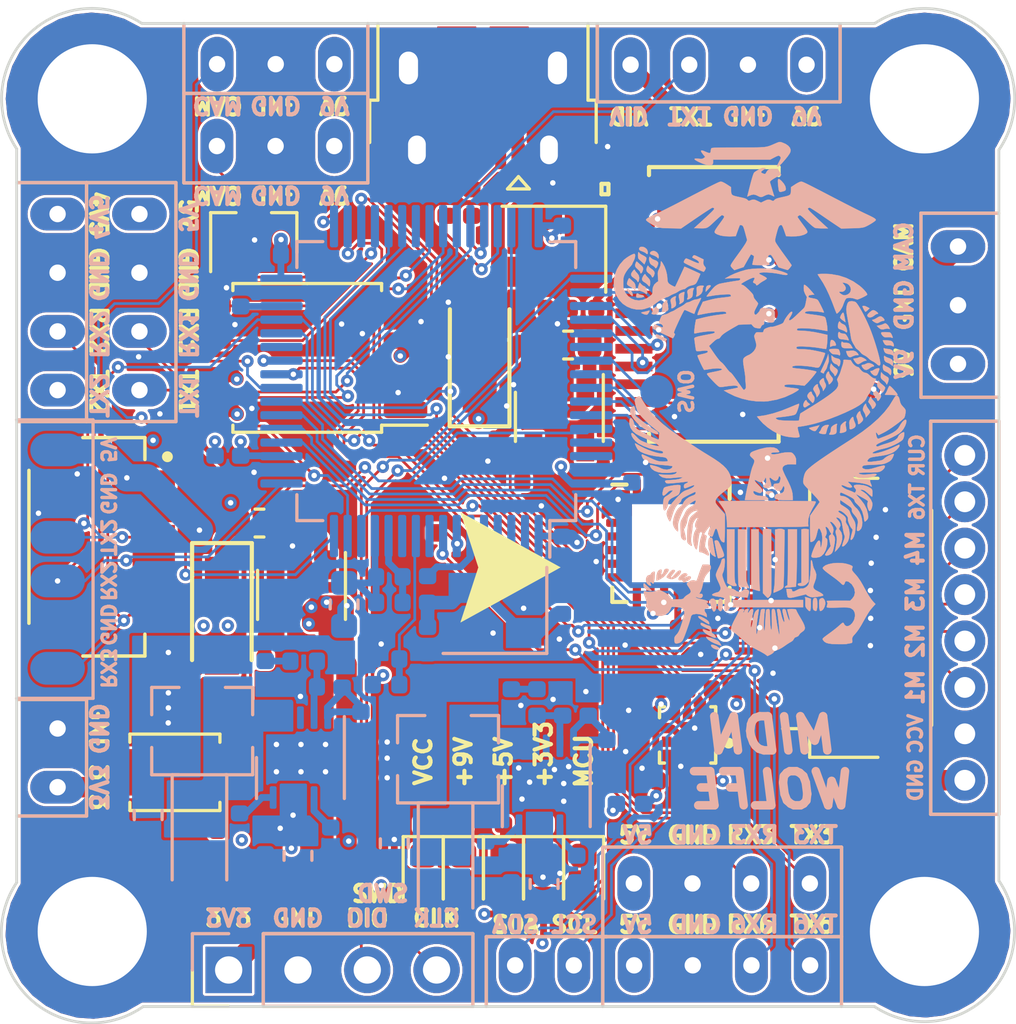
<source format=kicad_pcb>
(kicad_pcb (version 20171130) (host pcbnew "(5.1.6-0-10_14)")
  (layers (0 F.Cu power) (1 In1.Cu power hide) (2 In2.Cu power hide) (31 B.Cu power) (34 B.Paste user hide) (35 F.Paste user hide) (36 B.SilkS user hide) (37 F.SilkS user hide) (38 B.Mask user hide) (39 F.Mask user hide) (44 Edge.Cuts user))
  (net 0 "")
  (net 1 GND)
  (net 2 +3V3)
  (net 3 +3.3VA)
  (net 4 VCC)
  (net 5 "Net-(D3-Pad1)")
  (net 6 "Net-(C18-Pad1)")
  (net 7 "Net-(C20-Pad1)")
  (net 8 "Net-(C21-Pad1)")
  (net 9 "Net-(C33-Pad2)")
  (net 10 "Net-(C1-Pad1)")
  (net 11 "Net-(C33-Pad1)")
  (net 12 "Net-(D5-Pad1)")
  (net 13 +5V)
  (net 14 "Net-(R11-Pad2)")
  (net 15 +5V_USB)
  (net 16 "Net-(C17-Pad1)")
  (net 17 GNDA)
  (net 18 +3V3_GYRO)
  (net 19 4V5)
  (net 20 +9V)
  (net 21 "Net-(D7-Pad1)")
  (net 22 "Net-(D8-Pad1)")
  (net 23 "Net-(R29-Pad2)")
  (net 24 "Net-(R10-Pad2)")
  (net 25 "Net-(C2-Pad1)")
  (net 26 "Net-(C20-Pad2)")
  (net 27 "Net-(C21-Pad2)")
  (net 28 /MCU/HSE_IN)
  (net 29 "Net-(C34-Pad2)")
  (net 30 "Net-(C34-Pad1)")
  (net 31 "Net-(C37-Pad2)")
  (net 32 "Net-(C37-Pad1)")
  (net 33 /OSD/SAG)
  (net 34 "Net-(C39-Pad2)")
  (net 35 /CAM)
  (net 36 /OSD/CLKIN)
  (net 37 "Net-(C44-Pad2)")
  (net 38 "Net-(C46-Pad1)")
  (net 39 "Net-(C47-Pad1)")
  (net 40 /Connectors/UART3_TX)
  (net 41 /Connectors/UART3_RX)
  (net 42 /Connectors/UART6_TX)
  (net 43 /Connectors/UART6_RX)
  (net 44 /Connectors/BUZ-)
  (net 45 /Connectors/UART2_RX)
  (net 46 /Connectors/UART2_TX)
  (net 47 /Connectors/SWDIO)
  (net 48 /Connectors/SWCLK)
  (net 49 /Connectors/M3)
  (net 50 /Connectors/M2)
  (net 51 /Connectors/M1)
  (net 52 /Connectors/CURR)
  (net 53 /Connectors/M4)
  (net 54 /Connectors/I2C1_SCL)
  (net 55 /Connectors/I2C1_SDA)
  (net 56 /Connectors/UART1_TX)
  (net 57 /Connectors/UART1_RX)
  (net 58 /Connectors/SWO)
  (net 59 /VID)
  (net 60 /MCU/BUZ-_MCU)
  (net 61 /MCU/BOOT0)
  (net 62 /MCU/HSE_OUT)
  (net 63 "Net-(R7-Pad2)")
  (net 64 "Net-(R15-Pad2)")
  (net 65 "Net-(R17-Pad1)")
  (net 66 /Barometer/I2C3_SDA)
  (net 67 "Net-(R19-Pad1)")
  (net 68 /Barometer/I2C3_SCL)
  (net 69 "Net-(R25-Pad2)")
  (net 70 /MCU/ADC_VSENS)
  (net 71 "Net-(R30-Pad2)")
  (net 72 /OSD/XFB)
  (net 73 /MCU/SPI3_MOSI)
  (net 74 /MCU/SPI3_MISO)
  (net 75 /MCU/SPI3_SCK)
  (net 76 /MCU/SPI3_CS)
  (net 77 /Flash/SPI2_MOSI)
  (net 78 /Flash/SPI2_MISO)
  (net 79 /Flash/SPI2_SCK)
  (net 80 /Flash/SPI2_CS)
  (net 81 /Gyro/SPI1_CS)
  (net 82 /MCU/SPI1_MISO)
  (net 83 /Gyro/SPI1_MISO)
  (net 84 /MCU/SPI1_CS)
  (net 85 "Net-(C32-Pad1)")
  (net 86 /MCU/LED_BLUE)
  (net 87 "Net-(C11-Pad1)")
  (net 88 /MCU/NRST)
  (net 89 /Connectors/LED)
  (net 90 "Net-(D9-Pad1)")
  (net 91 /Connectors/USB_D+)
  (net 92 /Connectors/USB_D-)
  (module Inductor_SMD:L_Bourns-SRN3015 (layer B.Cu) (at 85.28 99.41 90)
    (fp_text reference L2)
    (fp_text value 12uH)
    (pad 2 smd rect (at 0 -1.1 90) (size 2.7 1) (layers B.Cu B.Paste B.Mask) (net 13 +5V))
    (pad 1 smd rect (at 0 1.1 90) (size 2.7 1) (layers B.Cu B.Paste B.Mask) (net 27 "Net-(C21-Pad2)"))
  )
  (module Inductor_SMD:L_Bourns-SRN3015 (layer B.Cu) (at 94.29 100.44 90)
    (fp_text reference L1)
    (fp_text value 15uH)
    (pad 2 smd rect (at 0 -1.1 90) (size 2.7 1) (layers B.Cu B.Paste B.Mask) (net 20 +9V))
    (pad 1 smd rect (at 0 1.1 90) (size 2.7 1) (layers B.Cu B.Paste B.Mask) (net 26 "Net-(C20-Pad2)"))
  )
  (module Connector_Wire:SolderWire-0.1sqmm_1x08_D0.4mm_OD1mm (layer F.Cu) (at 113.23 95.26 90)
    (fp_text reference J10)
    (fp_text value Conn_01x08)
    (pad 4 thru_hole circle (at -0.85 0 90) (size 1.5 1.5) (drill 0.762) (layers *.Cu *.Mask) (net 43 /Connectors/UART6_RX))
    (pad 5 thru_hole circle (at 0.85 0 90) (size 1.5 1.5) (drill 0.762) (layers *.Cu *.Mask) (net 51 /Connectors/M1))
    (pad 6 thru_hole circle (at 2.55 0 90) (size 1.5 1.5) (drill 0.762) (layers *.Cu *.Mask) (net 50 /Connectors/M2))
    (pad 7 thru_hole circle (at 4.25 0 90) (size 1.5 1.5) (drill 0.762) (layers *.Cu *.Mask) (net 49 /Connectors/M3))
    (pad 8 thru_hole circle (at 5.95 0 90) (size 1.5 1.5) (drill 0.762) (layers *.Cu *.Mask) (net 53 /Connectors/M4))
    (pad 1 thru_hole circle (at -5.95 0 90) (size 1.5 1.5) (drill 0.762) (layers *.Cu *.Mask) (net 4 VCC))
    (pad 2 thru_hole circle (at -4.25 0 90) (size 1.5 1.5) (drill 0.762) (layers *.Cu *.Mask) (net 1 GND))
    (pad 3 thru_hole circle (at -2.55 0 90) (size 1.5 1.5) (drill 0.762) (layers *.Cu *.Mask) (net 52 /Connectors/CURR))
  )
  (module Connector_JST:JST_SH_SM08B-SRSS-TB_1x08-1MP_P1.00mm_Horizontal (layer F.Cu) (at 109.33 95.26 90)
    (fp_text reference J9)
    (fp_text value Conn_01x08)
    (pad 2 smd roundrect (at 4.8 1.875 90) (size 1.2 1.8) (layers F.Cu F.Paste F.Mask) (roundrect_rratio 0.208) (net 1 GND))
    (pad 2 smd roundrect (at -4.8 1.875 90) (size 1.2 1.8) (layers F.Cu F.Paste F.Mask) (roundrect_rratio 0.208) (net 1 GND))
    (pad 8 smd roundrect (at 3.5 -2 90) (size 0.6 1.55) (layers F.Cu F.Paste F.Mask) (net 53 /Connectors/M4))
    (pad 7 smd roundrect (at 2.5 -2 90) (size 0.6 1.55) (layers F.Cu F.Paste F.Mask) (net 49 /Connectors/M3))
    (pad 6 smd roundrect (at 1.5 -2 90) (size 0.6 1.55) (layers F.Cu F.Paste F.Mask) (net 50 /Connectors/M2))
    (pad 5 smd roundrect (at 0.5 -2 90) (size 0.6 1.55) (layers F.Cu F.Paste F.Mask) (net 51 /Connectors/M1))
    (pad 4 smd roundrect (at -0.5 -2 90) (size 0.6 1.55) (layers F.Cu F.Paste F.Mask) (net 43 /Connectors/UART6_RX))
    (pad 3 smd roundrect (at -1.5 -2 90) (size 0.6 1.55) (layers F.Cu F.Paste F.Mask) (net 52 /Connectors/CURR))
    (pad 2 smd roundrect (at -2.5 -2 90) (size 0.6 1.55) (layers F.Cu F.Paste F.Mask) (net 1 GND))
    (pad 1 smd roundrect (at -3.5 -2 90) (size 0.6 1.55) (layers F.Cu F.Paste F.Mask) (net 4 VCC))
  )
  (module Connector_Wire:Connector_Wire_Solder_DJI (layer B.Cu) (at 79.98 93.11 270)
    (fp_text reference J7)
    (fp_text value Conn_01x06)
    (pad 1 smd oval (at -4 0 270) (size 1.2 2) (layers B.Cu B.Paste B.Mask) (net 20 +9V))
    (pad 2 smd oval (at -2.4 0 270) (size 1.2 2) (layers B.Cu B.Paste B.Mask) (net 1 GND))
    (pad 6 smd oval (at 4 0 270) (size 1.2 2) (layers B.Cu B.Paste B.Mask) (net 41 /Connectors/UART3_RX))
    (pad 5 smd oval (at 2.4 0 270) (size 1.2 2) (layers B.Cu B.Paste B.Mask) (net 1 GND))
    (pad 4 smd oval (at 0.8 0 270) (size 1.2 2) (layers B.Cu B.Paste B.Mask) (net 45 /Connectors/UART2_RX))
    (pad 3 smd oval (at -0.8 0 270) (size 1.2 2) (layers B.Cu B.Paste B.Mask) (net 46 /Connectors/UART2_TX))
  )
  (module Connector_PinHeader_2.54mm:PinHeader_1x04_P2.54mm_Vertical (layer F.Cu) (at 90.06 108.16 90)
    (fp_text reference J8)
    (fp_text value Conn_01x04)
    (pad 4 thru_hole oval (at 0 3.81 90) (size 1.7 1.7) (drill 1) (layers *.Cu *.Mask) (net 48 /Connectors/SWCLK))
    (pad 3 thru_hole oval (at 0 1.27 90) (size 1.7 1.7) (drill 1) (layers *.Cu *.Mask) (net 47 /Connectors/SWDIO))
    (pad 2 thru_hole oval (at 0 -1.27 90) (size 1.7 1.7) (drill 1) (layers *.Cu *.Mask) (net 1 GND))
    (pad 1 thru_hole rect (at 0 -3.81 90) (size 1.7 1.7) (drill 1) (layers *.Cu *.Mask) (net 2 +3V3))
  )
  (module Connector_USB:USB_Micro-B_Amphenol_10103594-0001LF_Horizontal (layer F.Cu) (at 95.545 76.235 180)
    (fp_text reference J13)
    (fp_text value USB_B_Micro)
    (pad 6 smd rect (at 0.935 1.385 270) (size 2.5 1.43) (layers F.Cu F.Paste F.Mask) (net 1 GND))
    (pad 6 smd rect (at -0.985 1.385 270) (size 2.5 1.43) (layers F.Cu F.Paste F.Mask) (net 1 GND))
    (pad 6 thru_hole oval (at 2.705 1.115 270) (size 1.7 1.35) (drill oval 1.2 0.7) (layers *.Cu *.Mask) (net 1 GND))
    (pad 6 thru_hole oval (at -2.755 1.115 270) (size 1.7 1.35) (drill oval 1.2 0.7) (layers *.Cu *.Mask) (net 1 GND))
    (pad 6 thru_hole oval (at 2.395 -1.885 270) (size 1.5 1.1) (drill oval 1.05 0.65) (layers *.Cu *.Mask) (net 1 GND))
    (pad 6 thru_hole oval (at -2.445 -1.885 270) (size 1.5 1.1) (drill oval 1.05 0.65) (layers *.Cu *.Mask) (net 1 GND))
    (pad 5 smd rect (at 1.275 -1.765 270) (size 1.65 0.4) (layers F.Cu F.Paste F.Mask) (net 1 GND))
    (pad 4 smd rect (at 0.625 -1.765 270) (size 1.65 0.4) (layers F.Cu F.Paste F.Mask))
    (pad 3 smd rect (at -0.025 -1.765 270) (size 1.65 0.4) (layers F.Cu F.Paste F.Mask) (net 91 /Connectors/USB_D+))
    (pad 2 smd rect (at -0.675 -1.765 270) (size 1.65 0.4) (layers F.Cu F.Paste F.Mask) (net 92 /Connectors/USB_D-))
    (pad 1 smd rect (at -1.325 -1.765 270) (size 1.65 0.4) (layers F.Cu F.Paste F.Mask) (net 15 +5V_USB))
    (pad 6 smd rect (at 2.875 -1.885 180) (size 2 1.5) (layers F.Cu F.Paste F.Mask) (net 1 GND))
    (pad 6 smd rect (at -2.875 -1.865 180) (size 2 1.5) (layers F.Cu F.Paste F.Mask) (net 1 GND))
    (pad 6 smd rect (at 2.975 -0.565 180) (size 1.825 0.7) (layers F.Cu F.Paste F.Mask) (net 1 GND))
    (pad 6 smd rect (at -2.975 -0.565 180) (size 1.825 0.7) (layers F.Cu F.Paste F.Mask) (net 1 GND))
    (pad 6 smd rect (at -2.755 0.185 180) (size 1.35 2) (layers F.Cu F.Paste F.Mask) (net 1 GND))
    (pad 6 smd rect (at 2.725 0.185 180) (size 1.35 2) (layers F.Cu F.Paste F.Mask) (net 1 GND))
  )
  (module Footprints:SBR3U30P1-7 (layer F.Cu) (at 95.45 85.5851 270)
    (fp_text reference D2)
    (fp_text value D_Schottky)
    (pad 1 smd rect (at 1.1049 0 270) (size 2.1082 1.2446) (layers F.Cu F.Paste F.Mask) (net 19 4V5))
    (pad 2 smd rect (at -1.6637 0 270) (size 0.9906 1.2446) (layers F.Cu F.Paste F.Mask) (net 15 +5V_USB))
  )
  (module Footprints:SBR3U30P1-7 (layer F.Cu) (at 86 95.1837 90)
    (fp_text reference D1)
    (fp_text value D_Schottky)
    (pad 1 smd rect (at 1.1049 0 90) (size 2.1082 1.2446) (layers F.Cu F.Paste F.Mask) (net 19 4V5))
    (pad 2 smd rect (at -1.6637 0 90) (size 0.9906 1.2446) (layers F.Cu F.Paste F.Mask) (net 13 +5V))
  )
  (module Footprints:Arrow (layer F.Cu) (at 96.58 93.41)
    (fp_text reference L5 hide)
    (fp_text value Arrow hide)
  )
  (module Footprints:EGA (layer B.Cu) (at 105.57 83.24 180)
    (fp_text reference L4 hide)
    (fp_text value EGA hide)
  )
  (module Footprints:USN (layer B.Cu) (at 106.01 91.89 180)
    (fp_text reference L3 hide)
    (fp_text value USN hide)
  )
  (module Resistor_SMD:R_0402_1005Metric (layer F.Cu) (at 93.38 102.35 90)
    (fp_text reference R9)
    (fp_text value 1k)
    (pad 2 smd roundrect (at 0.485 0 90) (size 0.59 0.64) (layers F.Cu F.Paste F.Mask) (net 1 GND))
    (pad 1 smd roundrect (at -0.485 0 90) (size 0.59 0.64) (layers F.Cu F.Paste F.Mask) (net 90 "Net-(D9-Pad1)"))
  )
  (module LED_SMD:LED_0603_1608Metric (layer F.Cu) (at 93.38 104.76 270)
    (fp_text reference D9)
    (fp_text value PURPLE)
    (pad 2 smd roundrect (at 0.7875 0 270) (size 0.875 0.95) (layers F.Cu F.Paste F.Mask) (net 4 VCC))
    (pad 1 smd roundrect (at -0.7875 0 270) (size 0.875 0.95) (layers F.Cu F.Paste F.Mask) (net 90 "Net-(D9-Pad1)"))
  )
  (module Connector_Wire:SolderWire-0.1sqmm_1x03_P3.6mm_D0.4mm_OD1mm (layer F.Cu) (at 112.98 83.81 90)
    (fp_text reference J5)
    (fp_text value Conn_01x03)
    (pad 2 thru_hole oval (at 0 0 90) (size 1.2 2) (drill 0.6) (layers *.Cu *.Mask) (net 1 GND))
    (pad 3 thru_hole oval (at 2.15 0 90) (size 1.2 2) (drill 0.6) (layers *.Cu *.Mask) (net 35 /CAM))
    (pad 1 thru_hole oval (at -2.15 0 90) (size 1.2 2) (drill 0.6) (layers *.Cu *.Mask) (net 20 +9V))
  )
  (module Connector_Wire:SolderWire-0.1sqmm_1x01_D0.4mm_OD1mm (layer B.Cu) (at 101.94 86.97)
    (fp_text reference J16)
    (fp_text value Conn_01x01)
    (pad 1 smd circle (at 0 0) (size 1.2 1.2) (layers B.Cu B.Paste B.Mask) (net 58 /Connectors/SWO))
  )
  (module Capacitor_SMD:C_0402_1005Metric (layer B.Cu) (at 92.14 93.76)
    (fp_text reference C14)
    (fp_text value 10nF)
    (pad 2 smd roundrect (at 0.485 0) (size 0.59 0.64) (layers B.Cu B.Paste B.Mask) (net 17 GNDA))
    (pad 1 smd roundrect (at -0.485 0) (size 0.59 0.64) (layers B.Cu B.Paste B.Mask) (net 3 +3.3VA))
  )
  (module Capacitor_SMD:C_0402_1005Metric (layer B.Cu) (at 92.14 94.7)
    (fp_text reference C13)
    (fp_text value 1uF)
    (pad 2 smd roundrect (at 0.485 0) (size 0.59 0.64) (layers B.Cu B.Paste B.Mask) (net 17 GNDA))
    (pad 1 smd roundrect (at -0.485 0) (size 0.59 0.64) (layers B.Cu B.Paste B.Mask) (net 3 +3.3VA))
  )
  (module Inductor_SMD:L_0603_1608Metric (layer B.Cu) (at 90.48 94.77 270)
    (fp_text reference FB2)
    (fp_text value "100 @ 100 MHz")
    (pad 2 smd roundrect (at 0.7875 0 270) (size 0.875 0.95) (layers B.Cu B.Paste B.Mask) (net 2 +3V3))
    (pad 1 smd roundrect (at -0.7875 0 270) (size 0.875 0.95) (layers B.Cu B.Paste B.Mask) (net 3 +3.3VA))
  )
  (module Capacitor_SMD:C_0402_1005Metric (layer B.Cu) (at 86.69 83.37 90)
    (fp_text reference C11)
    (fp_text value 2.2uF)
    (pad 2 smd roundrect (at 0.485 0 90) (size 0.59 0.64) (layers B.Cu B.Paste B.Mask) (net 1 GND))
    (pad 1 smd roundrect (at -0.485 0 90) (size 0.59 0.64) (layers B.Cu B.Paste B.Mask) (net 87 "Net-(C11-Pad1)"))
  )
  (module Resistor_SMD:R_0402_1005Metric (layer F.Cu) (at 102.58 97.87 180)
    (fp_text reference R8)
    (fp_text value 4.7k)
    (pad 2 smd roundrect (at 0.485 0 180) (size 0.59 0.64) (layers F.Cu F.Paste F.Mask) (net 2 +3V3))
    (pad 1 smd roundrect (at -0.485 0 180) (size 0.59 0.64) (layers F.Cu F.Paste F.Mask) (net 66 /Barometer/I2C3_SDA))
  )
  (module Resistor_SMD:R_0402_1005Metric (layer F.Cu) (at 104.44 97.87)
    (fp_text reference R5)
    (fp_text value 4.7k)
    (pad 2 smd roundrect (at 0.485 0) (size 0.59 0.64) (layers F.Cu F.Paste F.Mask) (net 2 +3V3))
    (pad 1 smd roundrect (at -0.485 0) (size 0.59 0.64) (layers F.Cu F.Paste F.Mask) (net 68 /Barometer/I2C3_SCL))
  )
  (module Capacitor_SMD:C_0402_1005Metric (layer F.Cu) (at 103.35 101.23 180)
    (fp_text reference C10)
    (fp_text value 0.1uF)
    (pad 2 smd roundrect (at 0.485 0 180) (size 0.59 0.64) (layers F.Cu F.Paste F.Mask) (net 1 GND))
    (pad 1 smd roundrect (at -0.485 0 180) (size 0.59 0.64) (layers F.Cu F.Paste F.Mask) (net 2 +3V3))
  )
  (module Capacitor_SMD:C_0402_1005Metric (layer F.Cu) (at 101.49 101.23 180)
    (fp_text reference C9)
    (fp_text value 0.1uF)
    (pad 2 smd roundrect (at 0.485 0 180) (size 0.59 0.64) (layers F.Cu F.Paste F.Mask) (net 1 GND))
    (pad 1 smd roundrect (at -0.485 0 180) (size 0.59 0.64) (layers F.Cu F.Paste F.Mask) (net 2 +3V3))
  )
  (module Footprints:BMP388 (layer F.Cu) (at 103.07 99.55 180)
    (fp_text reference U9)
    (fp_text value BMP388)
    (pad 10 smd rect (at -0.5 -0.765 180) (size 0.35 0.38) (layers F.Cu F.Paste F.Mask) (net 2 +3V3))
    (pad 9 smd rect (at 0 -0.765 180) (size 0.35 0.38) (layers F.Cu F.Paste F.Mask) (net 1 GND))
    (pad 8 smd rect (at 0.5 -0.765 180) (size 0.35 0.38) (layers F.Cu F.Paste F.Mask) (net 1 GND))
    (pad 7 smd rect (at 0.765 -0.25 180) (size 0.35 0.38) (layers F.Cu F.Paste F.Mask))
    (pad 6 smd rect (at 0.765 0.25 180) (size 0.35 0.38) (layers F.Cu F.Paste F.Mask) (net 2 +3V3))
    (pad 5 smd rect (at 0.5 0.765 180) (size 0.35 0.38) (layers F.Cu F.Paste F.Mask) (net 1 GND))
    (pad 4 smd rect (at 0 0.765 180) (size 0.35 0.38) (layers F.Cu F.Paste F.Mask) (net 66 /Barometer/I2C3_SDA))
    (pad 3 smd rect (at -0.5 0.765 180) (size 0.35 0.38) (layers F.Cu F.Paste F.Mask) (net 1 GND))
    (pad 2 smd rect (at -0.765 0.25 180) (size 0.35 0.38) (layers F.Cu F.Paste F.Mask) (net 68 /Barometer/I2C3_SCL))
    (pad 1 smd rect (at -0.765 -0.25 180) (size 0.35 0.38) (layers F.Cu F.Paste F.Mask) (net 2 +3V3))
  )
  (module Capacitor_SMD:C_0402_1005Metric (layer B.Cu) (at 101.03 89.82 90)
    (fp_text reference C8)
    (fp_text value 0.1uF)
    (pad 2 smd roundrect (at 0.485 0 90) (size 0.59 0.64) (layers B.Cu B.Paste B.Mask) (net 1 GND))
    (pad 1 smd roundrect (at -0.485 0 90) (size 0.59 0.64) (layers B.Cu B.Paste B.Mask) (net 2 +3V3))
  )
  (module Capacitor_SMD:C_0402_1005Metric (layer B.Cu) (at 85.75 89.81 270)
    (fp_text reference C3)
    (fp_text value 4.7uF)
    (pad 2 smd roundrect (at 0.485 0 270) (size 0.59 0.64) (layers B.Cu B.Paste B.Mask) (net 1 GND))
    (pad 1 smd roundrect (at -0.485 0 270) (size 0.59 0.64) (layers B.Cu B.Paste B.Mask) (net 2 +3V3))
  )
  (module LED_SMD:LED_0603_1608Metric (layer F.Cu) (at 94.85 104.76 270)
    (fp_text reference D8)
    (fp_text value GREEN)
    (pad 2 smd roundrect (at 0.7875 0 270) (size 0.875 0.95) (layers F.Cu F.Paste F.Mask) (net 20 +9V))
    (pad 1 smd roundrect (at -0.7875 0 270) (size 0.875 0.95) (layers F.Cu F.Paste F.Mask) (net 22 "Net-(D8-Pad1)"))
  )
  (module LED_SMD:LED_0603_1608Metric (layer F.Cu) (at 96.32 104.76 270)
    (fp_text reference D7)
    (fp_text value YELLOW)
    (pad 2 smd roundrect (at 0.7875 0 270) (size 0.875 0.95) (layers F.Cu F.Paste F.Mask) (net 13 +5V))
    (pad 1 smd roundrect (at -0.7875 0 270) (size 0.875 0.95) (layers F.Cu F.Paste F.Mask) (net 21 "Net-(D7-Pad1)"))
  )
  (module LED_SMD:LED_0603_1608Metric (layer F.Cu) (at 99.26 104.76 270)
    (fp_text reference D5)
    (fp_text value BLUE)
    (pad 2 smd roundrect (at 0.7875 0 270) (size 0.875 0.95) (layers F.Cu F.Paste F.Mask) (net 86 /MCU/LED_BLUE))
    (pad 1 smd roundrect (at -0.7875 0 270) (size 0.875 0.95) (layers F.Cu F.Paste F.Mask) (net 12 "Net-(D5-Pad1)"))
  )
  (module LED_SMD:LED_0603_1608Metric (layer F.Cu) (at 97.79 104.76 270)
    (fp_text reference D3)
    (fp_text value RED)
    (pad 2 smd roundrect (at 0.7875 0 270) (size 0.875 0.95) (layers F.Cu F.Paste F.Mask) (net 2 +3V3))
    (pad 1 smd roundrect (at -0.7875 0 270) (size 0.875 0.95) (layers F.Cu F.Paste F.Mask) (net 5 "Net-(D3-Pad1)"))
  )
  (module Resistor_SMD:R_0402_1005Metric (layer F.Cu) (at 85.35 103.04 180)
    (fp_text reference R2)
    (fp_text value 10k)
    (pad 2 smd roundrect (at 0.485 0 180) (size 0.59 0.64) (layers F.Cu F.Paste F.Mask) (net 1 GND))
    (pad 1 smd roundrect (at -0.485 0 180) (size 0.59 0.64) (layers F.Cu F.Paste F.Mask) (net 61 /MCU/BOOT0))
  )
  (module Inductor_SMD:L_0603_1608Metric (layer F.Cu) (at 98.69 85.27 180)
    (fp_text reference FB3)
    (fp_text value "100 @ 100 Mhz")
    (pad 2 smd roundrect (at 0.7875 0 180) (size 0.875 0.95) (layers F.Cu F.Paste F.Mask) (net 19 4V5))
    (pad 1 smd roundrect (at -0.7875 0 180) (size 0.875 0.95) (layers F.Cu F.Paste F.Mask) (net 16 "Net-(C17-Pad1)"))
  )
  (module Inductor_SMD:L_0603_1608Metric (layer F.Cu) (at 87.38 91.79 180)
    (fp_text reference FB1)
    (fp_text value "100 @ 100 Mhz")
    (pad 2 smd roundrect (at 0.7875 0 180) (size 0.875 0.95) (layers F.Cu F.Paste F.Mask) (net 19 4V5))
    (pad 1 smd roundrect (at -0.7875 0 180) (size 0.875 0.95) (layers F.Cu F.Paste F.Mask) (net 10 "Net-(C1-Pad1)"))
  )
  (module Capacitor_SMD:C_0402_1005Metric (layer F.Cu) (at 101.1 89.41)
    (fp_text reference C19)
    (fp_text value 2.2uF)
    (pad 2 smd roundrect (at 0.485 0) (size 0.59 0.64) (layers F.Cu F.Paste F.Mask) (net 1 GND))
    (pad 1 smd roundrect (at -0.485 0) (size 0.59 0.64) (layers F.Cu F.Paste F.Mask) (net 18 +3V3_GYRO))
  )
  (module Capacitor_SMD:C_0402_1005Metric (layer F.Cu) (at 96.1 89.18 270)
    (fp_text reference C17)
    (fp_text value 1uF)
    (pad 2 smd roundrect (at 0.485 0 270) (size 0.59 0.64) (layers F.Cu F.Paste F.Mask) (net 1 GND))
    (pad 1 smd roundrect (at -0.485 0 270) (size 0.59 0.64) (layers F.Cu F.Paste F.Mask) (net 16 "Net-(C17-Pad1)"))
  )
  (module Capacitor_SMD:C_0402_1005Metric (layer F.Cu) (at 89.91 96.79 180)
    (fp_text reference C16)
    (fp_text value 2.2uF)
    (pad 2 smd roundrect (at 0.485 0 180) (size 0.59 0.64) (layers F.Cu F.Paste F.Mask) (net 1 GND))
    (pad 1 smd roundrect (at -0.485 0 180) (size 0.59 0.64) (layers F.Cu F.Paste F.Mask) (net 2 +3V3))
  )
  (module Capacitor_SMD:C_0402_1005Metric (layer F.Cu) (at 89.79 92.05)
    (fp_text reference C1)
    (fp_text value 1uF)
    (pad 2 smd roundrect (at 0.485 0) (size 0.59 0.64) (layers F.Cu F.Paste F.Mask) (net 1 GND))
    (pad 1 smd roundrect (at -0.485 0) (size 0.59 0.64) (layers F.Cu F.Paste F.Mask) (net 10 "Net-(C1-Pad1)"))
  )
  (module JPW_Footprints:MAX7456EUI&plus_T (layer F.Cu) (at 104.03 83.78)
    (fp_text reference U6)
    (fp_text value MAX7456EUI+)
    (pad 29 smd rect (at 0 0) (size 3.0988 6.9088) (layers F.Cu F.Paste F.Mask) (net 1 GND))
    (pad 28 smd rect (at 2.92735 -4.225) (size 1.3589 0.3556) (layers F.Cu F.Paste F.Mask))
    (pad 27 smd rect (at 2.92735 -3.574999) (size 1.3589 0.3556) (layers F.Cu F.Paste F.Mask))
    (pad 26 smd rect (at 2.92735 -2.925) (size 1.3589 0.3556) (layers F.Cu F.Paste F.Mask) (net 31 "Net-(C37-Pad2)"))
    (pad 25 smd rect (at 2.92735 -2.274999) (size 1.3589 0.3556) (layers F.Cu F.Paste F.Mask) (net 33 /OSD/SAG))
    (pad 24 smd rect (at 2.92735 -1.625001) (size 1.3589 0.3556) (layers F.Cu F.Paste F.Mask) (net 2 +3V3))
    (pad 23 smd rect (at 2.92735 -0.974999) (size 1.3589 0.3556) (layers F.Cu F.Paste F.Mask) (net 1 GND))
    (pad 22 smd rect (at 2.92735 -0.325001) (size 1.3589 0.3556) (layers F.Cu F.Paste F.Mask) (net 34 "Net-(C39-Pad2)"))
    (pad 21 smd rect (at 2.92735 0.325001) (size 1.3589 0.3556) (layers F.Cu F.Paste F.Mask) (net 2 +3V3))
    (pad 20 smd rect (at 2.92735 0.974999) (size 1.3589 0.3556) (layers F.Cu F.Paste F.Mask) (net 1 GND))
    (pad 19 smd rect (at 2.92735 1.625001) (size 1.3589 0.3556) (layers F.Cu F.Paste F.Mask) (net 2 +3V3))
    (pad 18 smd rect (at 2.92735 2.274999) (size 1.3589 0.3556) (layers F.Cu F.Paste F.Mask) (net 69 "Net-(R25-Pad2)"))
    (pad 17 smd rect (at 2.92735 2.925) (size 1.3589 0.3556) (layers F.Cu F.Paste F.Mask) (net 23 "Net-(R29-Pad2)"))
    (pad 16 smd rect (at 2.92735 3.574999) (size 1.3589 0.3556) (layers F.Cu F.Paste F.Mask))
    (pad 15 smd rect (at 2.92735 4.225) (size 1.3589 0.3556) (layers F.Cu F.Paste F.Mask))
    (pad 14 smd rect (at -2.92735 4.224998) (size 1.3589 0.3556) (layers F.Cu F.Paste F.Mask))
    (pad 13 smd rect (at -2.92735 3.574999) (size 1.3589 0.3556) (layers F.Cu F.Paste F.Mask))
    (pad 12 smd rect (at -2.92735 2.924998) (size 1.3589 0.3556) (layers F.Cu F.Paste F.Mask) (net 71 "Net-(R30-Pad2)"))
    (pad 11 smd rect (at -2.92735 2.274999) (size 1.3589 0.3556) (layers F.Cu F.Paste F.Mask) (net 74 /MCU/SPI3_MISO))
    (pad 10 smd rect (at -2.92735 1.624998) (size 1.3589 0.3556) (layers F.Cu F.Paste F.Mask) (net 75 /MCU/SPI3_SCK))
    (pad 9 smd rect (at -2.92735 0.974999) (size 1.3589 0.3556) (layers F.Cu F.Paste F.Mask) (net 73 /MCU/SPI3_MOSI))
    (pad 8 smd rect (at -2.92735 0.324998) (size 1.3589 0.3556) (layers F.Cu F.Paste F.Mask) (net 76 /MCU/SPI3_CS))
    (pad 7 smd rect (at -2.92735 -0.325001) (size 1.3589 0.3556) (layers F.Cu F.Paste F.Mask))
    (pad 6 smd rect (at -2.92735 -0.974999) (size 1.3589 0.3556) (layers F.Cu F.Paste F.Mask) (net 72 /OSD/XFB))
    (pad 5 smd rect (at -2.92735 -1.625001) (size 1.3589 0.3556) (layers F.Cu F.Paste F.Mask) (net 36 /OSD/CLKIN))
    (pad 4 smd rect (at -2.92735 -2.274999) (size 1.3589 0.3556) (layers F.Cu F.Paste F.Mask) (net 1 GND))
    (pad 3 smd rect (at -2.92735 -2.925) (size 1.3589 0.3556) (layers F.Cu F.Paste F.Mask) (net 2 +3V3))
    (pad 2 smd rect (at -2.92735 -3.574999) (size 1.3589 0.3556) (layers F.Cu F.Paste F.Mask))
    (pad 1 smd rect (at -2.92735 -4.225) (size 1.3589 0.3556) (layers F.Cu F.Paste F.Mask))
  )
  (module "Footprints:JST_SM06B-SRSS-TB(LF)(SN)" (layer F.Cu) (at 83.505 92.66 270)
    (fp_text reference J6)
    (fp_text value Conn_01x06)
    (pad 2 smd rect (at 3.8 3.875 270) (size 1.2 1.8) (layers F.Cu F.Paste F.Mask) (net 1 GND))
    (pad 2 smd rect (at -3.8 3.875 270) (size 1.2 1.8) (layers F.Cu F.Paste F.Mask) (net 1 GND))
    (pad 5 smd rect (at 1.5 0 270) (size 0.6 1.55) (layers F.Cu F.Paste F.Mask) (net 1 GND))
    (pad 4 smd rect (at 0.5 0 270) (size 0.6 1.55) (layers F.Cu F.Paste F.Mask) (net 45 /Connectors/UART2_RX))
    (pad 3 smd rect (at -0.5 0 270) (size 0.6 1.55) (layers F.Cu F.Paste F.Mask) (net 46 /Connectors/UART2_TX))
    (pad 2 smd rect (at -1.5 0 270) (size 0.6 1.55) (layers F.Cu F.Paste F.Mask) (net 1 GND))
    (pad 1 smd rect (at -2.5 0 270) (size 0.6 1.55) (layers F.Cu F.Paste F.Mask) (net 20 +9V))
    (pad 6 smd rect (at 2.5 0 270) (size 0.6 1.55) (layers F.Cu F.Paste F.Mask) (net 41 /Connectors/UART3_RX))
  )
  (module Package_DFN_QFN:DFN-10-1EP_3x3mm_P0.5mm_EP1.7x2.5mm (layer B.Cu) (at 88.88 100.38 270)
    (fp_text reference U5)
    (fp_text value MP4560_QFN10)
    (pad 6 smd rect (at 0 0 270) (size 1.7 2.5) (layers B.Cu B.Mask) (net 1 GND))
    (pad 10 smd roundrect (at 1.4625 1 270) (size 0.825 0.25) (layers B.Cu B.Paste B.Mask) (net 8 "Net-(C21-Pad1)"))
    (pad 9 smd roundrect (at 1.4625 0.5 270) (size 0.825 0.25) (layers B.Cu B.Paste B.Mask) (net 4 VCC))
    (pad 8 smd roundrect (at 1.4625 0 270) (size 0.825 0.25) (layers B.Cu B.Paste B.Mask) (net 4 VCC))
    (pad 7 smd roundrect (at 1.4625 -0.5 270) (size 0.825 0.25) (layers B.Cu B.Paste B.Mask) (net 67 "Net-(R19-Pad1)"))
    (pad 6 smd roundrect (at 1.4625 -1 270) (size 0.825 0.25) (layers B.Cu B.Paste B.Mask) (net 1 GND))
    (pad 5 smd roundrect (at -1.4625 -1 270) (size 0.825 0.25) (layers B.Cu B.Paste B.Mask) (net 14 "Net-(R11-Pad2)"))
    (pad 4 smd roundrect (at -1.4625 -0.5 270) (size 0.825 0.25) (layers B.Cu B.Paste B.Mask) (net 30 "Net-(C34-Pad1)"))
    (pad 3 smd roundrect (at -1.4625 0 270) (size 0.825 0.25) (layers B.Cu B.Paste B.Mask))
    (pad 2 smd roundrect (at -1.4625 0.5 270) (size 0.825 0.25) (layers B.Cu B.Paste B.Mask) (net 27 "Net-(C21-Pad2)"))
    (pad 1 smd roundrect (at -1.4625 1 270) (size 0.825 0.25) (layers B.Cu B.Paste B.Mask) (net 27 "Net-(C21-Pad2)"))
  )
  (module Capacitor_SMD:C_0603_1608Metric (layer B.Cu) (at 88.79 103.98 90)
    (fp_text reference C29)
    (fp_text value 4.7uF)
    (pad 2 smd roundrect (at 0.7875 0 90) (size 0.875 0.95) (layers B.Cu B.Paste B.Mask) (net 4 VCC))
    (pad 1 smd roundrect (at -0.7875 0 90) (size 0.875 0.95) (layers B.Cu B.Paste B.Mask) (net 1 GND))
  )
  (module Connector_Wire:SolderWire-0.1sqmm_1x04_P3.6mm_D0.4mm_OD1mm (layer F.Cu) (at 104.21 75 180)
    (fp_text reference J17)
    (fp_text value Conn_01x04)
    (pad 4 thru_hole oval (at 3.23 0 180) (size 1.2 2) (drill 0.6) (layers *.Cu *.Mask) (net 59 /VID))
    (pad 2 thru_hole oval (at -1.07 0 180) (size 1.2 2) (drill 0.6) (layers *.Cu *.Mask) (net 1 GND))
    (pad 3 thru_hole oval (at 1.08 0 180) (size 1.2 2) (drill 0.6) (layers *.Cu *.Mask) (net 56 /Connectors/UART1_TX))
    (pad 1 thru_hole oval (at -3.22 0 180) (size 1.2 2) (drill 0.6) (layers *.Cu *.Mask) (net 20 +9V))
  )
  (module Connector_Wire:SolderWire-0.1sqmm_1x04_P3.6mm_D0.4mm_OD1mm (layer F.Cu) (at 82.98 83.69 270)
    (fp_text reference J15)
    (fp_text value Conn_01x04)
    (pad 4 thru_hole oval (at 3.23 0 270) (size 1.2 2) (drill 0.6) (layers *.Cu *.Mask) (net 56 /Connectors/UART1_TX))
    (pad 2 thru_hole oval (at -1.07 0 270) (size 1.2 2) (drill 0.6) (layers *.Cu *.Mask) (net 1 GND))
    (pad 3 thru_hole oval (at 1.08 0 270) (size 1.2 2) (drill 0.6) (layers *.Cu *.Mask) (net 57 /Connectors/UART1_RX))
    (pad 1 thru_hole oval (at -3.22 0 270) (size 1.2 2) (drill 0.6) (layers *.Cu *.Mask) (net 13 +5V))
  )
  (module Connector_Wire:SolderWire-0.1sqmm_1x04_P3.6mm_D0.4mm_OD1mm (layer F.Cu) (at 79.98 83.69 270)
    (fp_text reference J14)
    (fp_text value Conn_01x04)
    (pad 4 thru_hole oval (at 3.23 0 270) (size 1.2 2) (drill 0.6) (layers *.Cu *.Mask) (net 46 /Connectors/UART2_TX))
    (pad 2 thru_hole oval (at -1.07 0 270) (size 1.2 2) (drill 0.6) (layers *.Cu *.Mask) (net 1 GND))
    (pad 3 thru_hole oval (at 1.08 0 270) (size 1.2 2) (drill 0.6) (layers *.Cu *.Mask) (net 45 /Connectors/UART2_RX))
    (pad 1 thru_hole oval (at -3.22 0 270) (size 1.2 2) (drill 0.6) (layers *.Cu *.Mask) (net 19 4V5))
  )
  (module Connector_Wire:SolderWire-0.1sqmm_1x04_P3.6mm_D0.4mm_OD1mm (layer F.Cu) (at 104.33 107.99)
    (fp_text reference J3)
    (fp_text value Conn_01x04)
    (pad 4 thru_hole oval (at 3.23 0) (size 1.2 2) (drill 0.6) (layers *.Cu *.Mask) (net 42 /Connectors/UART6_TX))
    (pad 2 thru_hole oval (at -1.07 0) (size 1.2 2) (drill 0.6) (layers *.Cu *.Mask) (net 1 GND))
    (pad 3 thru_hole oval (at 1.08 0) (size 1.2 2) (drill 0.6) (layers *.Cu *.Mask) (net 43 /Connectors/UART6_RX))
    (pad 1 thru_hole oval (at -3.22 0) (size 1.2 2) (drill 0.6) (layers *.Cu *.Mask) (net 13 +5V))
  )
  (module Connector_Wire:SolderWire-0.1sqmm_1x04_P3.6mm_D0.4mm_OD1mm (layer F.Cu) (at 104.32 104.99)
    (fp_text reference J2)
    (fp_text value Conn_01x04)
    (pad 4 thru_hole oval (at 3.23 0) (size 1.2 2) (drill 0.6) (layers *.Cu *.Mask) (net 40 /Connectors/UART3_TX))
    (pad 2 thru_hole oval (at -1.07 0) (size 1.2 2) (drill 0.6) (layers *.Cu *.Mask) (net 1 GND))
    (pad 3 thru_hole oval (at 1.08 0) (size 1.2 2) (drill 0.6) (layers *.Cu *.Mask) (net 41 /Connectors/UART3_RX))
    (pad 1 thru_hole oval (at -3.22 0) (size 1.2 2) (drill 0.6) (layers *.Cu *.Mask) (net 13 +5V))
  )
  (module Connector_Wire:SolderWire-0.1sqmm_1x02_P3.6mm_D0.4mm_OD1mm (layer F.Cu) (at 97.825 107.99)
    (fp_text reference J12)
    (fp_text value Conn_01x02)
    (pad 2 thru_hole oval (at 1.075 0) (size 1.2 2) (drill 0.6) (layers *.Cu *.Mask) (net 54 /Connectors/I2C1_SCL))
    (pad 1 thru_hole oval (at -1.075 0) (size 1.2 2) (drill 0.6) (layers *.Cu *.Mask) (net 55 /Connectors/I2C1_SDA))
  )
  (module Connector_Wire:SolderWire-0.1sqmm_1x02_P3.6mm_D0.4mm_OD1mm (layer F.Cu) (at 79.98 100.39 90)
    (fp_text reference J1)
    (fp_text value Conn_01x02)
    (pad 2 thru_hole oval (at 1.075 0 90) (size 1.2 2) (drill 0.6) (layers *.Cu *.Mask) (net 1 GND))
    (pad 1 thru_hole oval (at -1.075 0 90) (size 1.2 2) (drill 0.6) (layers *.Cu *.Mask) (net 2 +3V3))
  )
  (module Connector_Wire:SolderWire-0.1sqmm_1x03_P3.6mm_D0.4mm_OD1mm (layer F.Cu) (at 87.97 77.98 180)
    (fp_text reference J4)
    (fp_text value Conn_01x03)
    (pad 2 thru_hole oval (at 0 0 180) (size 1.2 2) (drill 0.6) (layers *.Cu *.Mask) (net 1 GND))
    (pad 3 thru_hole oval (at 2.15 0 180) (size 1.2 2) (drill 0.6) (layers *.Cu *.Mask) (net 44 /Connectors/BUZ-))
    (pad 1 thru_hole oval (at -2.15 0 180) (size 1.2 2) (drill 0.6) (layers *.Cu *.Mask) (net 13 +5V))
  )
  (module Connector_Wire:SolderWire-0.1sqmm_1x03_P3.6mm_D0.4mm_OD1mm (layer F.Cu) (at 87.974999 74.98 180)
    (fp_text reference J11)
    (fp_text value Conn_01x03)
    (pad 2 thru_hole oval (at 0 0 180) (size 1.2 2) (drill 0.6) (layers *.Cu *.Mask) (net 1 GND))
    (pad 3 thru_hole oval (at 2.15 0 180) (size 1.2 2) (drill 0.6) (layers *.Cu *.Mask) (net 89 /Connectors/LED))
    (pad 1 thru_hole oval (at -2.15 0 180) (size 1.2 2) (drill 0.6) (layers *.Cu *.Mask) (net 13 +5V))
  )
  (module Package_DFN_QFN:DFN-10-1EP_3x3mm_P0.5mm_EP1.7x2.5mm (layer B.Cu) (at 97.89 101.41 270)
    (fp_text reference U4)
    (fp_text value MP4560_QFN10)
    (pad 6 smd rect (at 0 0 270) (size 1.7 2.5) (layers B.Cu B.Mask) (net 1 GND))
    (pad 10 smd roundrect (at 1.4625 1 270) (size 0.825 0.25) (layers B.Cu B.Paste B.Mask) (net 7 "Net-(C20-Pad1)"))
    (pad 9 smd roundrect (at 1.4625 0.5 270) (size 0.825 0.25) (layers B.Cu B.Paste B.Mask) (net 4 VCC))
    (pad 8 smd roundrect (at 1.4625 0 270) (size 0.825 0.25) (layers B.Cu B.Paste B.Mask) (net 4 VCC))
    (pad 7 smd roundrect (at 1.4625 -0.5 270) (size 0.825 0.25) (layers B.Cu B.Paste B.Mask) (net 65 "Net-(R17-Pad1)"))
    (pad 6 smd roundrect (at 1.4625 -1 270) (size 0.825 0.25) (layers B.Cu B.Paste B.Mask) (net 1 GND))
    (pad 5 smd roundrect (at -1.4625 -1 270) (size 0.825 0.25) (layers B.Cu B.Paste B.Mask) (net 24 "Net-(R10-Pad2)"))
    (pad 4 smd roundrect (at -1.4625 -0.5 270) (size 0.825 0.25) (layers B.Cu B.Paste B.Mask) (net 11 "Net-(C33-Pad1)"))
    (pad 3 smd roundrect (at -1.4625 0 270) (size 0.825 0.25) (layers B.Cu B.Paste B.Mask))
    (pad 2 smd roundrect (at -1.4625 0.5 270) (size 0.825 0.25) (layers B.Cu B.Paste B.Mask) (net 26 "Net-(C20-Pad2)"))
    (pad 1 smd roundrect (at -1.4625 1 270) (size 0.825 0.25) (layers B.Cu B.Paste B.Mask) (net 26 "Net-(C20-Pad2)"))
  )
  (module Capacitor_SMD:C_0603_1608Metric (layer B.Cu) (at 83.3 102.49 270)
    (fp_text reference C23)
    (fp_text value 22uF)
    (pad 2 smd roundrect (at 0.7875 0 270) (size 0.875 0.95) (layers B.Cu B.Paste B.Mask) (net 1 GND))
    (pad 1 smd roundrect (at -0.7875 0 270) (size 0.875 0.95) (layers B.Cu B.Paste B.Mask) (net 13 +5V))
  )
  (module Capacitor_SMD:C_0603_1608Metric (layer B.Cu) (at 92.32 103.52 270)
    (fp_text reference C22)
    (fp_text value 22uF)
    (pad 2 smd roundrect (at 0.7875 0 270) (size 0.875 0.95) (layers B.Cu B.Paste B.Mask) (net 1 GND))
    (pad 1 smd roundrect (at -0.7875 0 270) (size 0.875 0.95) (layers B.Cu B.Paste B.Mask) (net 20 +9V))
  )
  (module Capacitor_SMD:C_0603_1608Metric (layer B.Cu) (at 97.81 105.01 90)
    (fp_text reference C24)
    (fp_text value 4.7uF)
    (pad 2 smd roundrect (at 0.7875 0 90) (size 0.875 0.95) (layers B.Cu B.Paste B.Mask) (net 4 VCC))
    (pad 1 smd roundrect (at -0.7875 0 90) (size 0.875 0.95) (layers B.Cu B.Paste B.Mask) (net 1 GND))
  )
  (module Diode_SMD:D_SOD-123F (layer B.Cu) (at 85.18 103.21 270)
    (fp_text reference D6)
    (fp_text value "90V, 2A")
    (pad 2 smd rect (at 1.4 0 270) (size 1.1 1.1) (layers B.Cu B.Paste B.Mask) (net 1 GND))
    (pad 1 smd rect (at -1.4 0 270) (size 1.1 1.1) (layers B.Cu B.Paste B.Mask) (net 27 "Net-(C21-Pad2)"))
  )
  (module Diode_SMD:D_SOD-123F (layer B.Cu) (at 94.2 104.24 270)
    (fp_text reference D4)
    (fp_text value "90V, 2A")
    (pad 2 smd rect (at 1.4 0 270) (size 1.1 1.1) (layers B.Cu B.Paste B.Mask) (net 1 GND))
    (pad 1 smd rect (at -1.4 0 270) (size 1.1 1.1) (layers B.Cu B.Paste B.Mask) (net 26 "Net-(C20-Pad2)"))
  )
  (module MountingHole:MountingHole_2.7mm_Pad (layer F.Cu) (at 81.25 106.75)
    (fp_text reference H4)
    (fp_text value MountingHole_Pad)
    (pad 1 thru_hole circle (at 0 0) (size 6 6) (drill 4) (layers *.Cu *.Mask) (net 1 GND))
  )
  (module Oscillator:Oscillator_SMD_Abracon_ASE-4Pin_3.2x2.5mm (layer F.Cu) (at 98.17 81.76 180)
    (fp_text reference Y1)
    (fp_text value 27MHz)
    (pad 4 smd rect (at -1.05 -0.825 180) (size 1.3 1.1) (layers F.Cu F.Paste F.Mask) (net 1 GND))
    (pad 3 smd rect (at 1.05 -0.825 180) (size 1.3 1.1) (layers F.Cu F.Paste F.Mask) (net 37 "Net-(C44-Pad2)"))
    (pad 2 smd rect (at 1.05 0.825 180) (size 1.3 1.1) (layers F.Cu F.Paste F.Mask) (net 1 GND))
    (pad 1 smd rect (at -1.05 0.825 180) (size 1.3 1.1) (layers F.Cu F.Paste F.Mask) (net 36 /OSD/CLKIN))
  )
  (module Package_SO:SOIC-8_5.23x5.23mm_P1.27mm (layer F.Cu) (at 89.13 85.74 180)
    (fp_text reference U10)
    (fp_text value W25Q128JVS)
    (pad 8 smd roundrect (at 3.6 -1.905 180) (size 1.6 0.6) (layers F.Cu F.Paste F.Mask) (net 2 +3V3))
    (pad 7 smd roundrect (at 3.6 -0.635 180) (size 1.6 0.6) (layers F.Cu F.Paste F.Mask) (net 2 +3V3))
    (pad 6 smd roundrect (at 3.6 0.635 180) (size 1.6 0.6) (layers F.Cu F.Paste F.Mask) (net 79 /Flash/SPI2_SCK))
    (pad 5 smd roundrect (at 3.6 1.905 180) (size 1.6 0.6) (layers F.Cu F.Paste F.Mask) (net 77 /Flash/SPI2_MOSI))
    (pad 4 smd roundrect (at -3.6 1.905 180) (size 1.6 0.6) (layers F.Cu F.Paste F.Mask) (net 1 GND))
    (pad 3 smd roundrect (at -3.6 0.635 180) (size 1.6 0.6) (layers F.Cu F.Paste F.Mask) (net 2 +3V3))
    (pad 2 smd roundrect (at -3.6 -0.635 180) (size 1.6 0.6) (layers F.Cu F.Paste F.Mask) (net 78 /Flash/SPI2_MISO))
    (pad 1 smd roundrect (at -3.6 -1.905 180) (size 1.6 0.6) (layers F.Cu F.Paste F.Mask) (net 80 /Flash/SPI2_CS))
  )
  (module Sensor_Motion:InvenSense_QFN-24_4x4mm_P0.5mm (layer F.Cu) (at 102.46 92.53)
    (fp_text reference U7)
    (fp_text value MPU-6000)
    (pad 24 smd roundrect (at -1.25 -1.95 90) (size 0.85 0.3) (layers F.Cu F.Paste F.Mask) (net 84 /MCU/SPI1_CS))
    (pad 23 smd roundrect (at -0.75 -1.95 90) (size 0.85 0.3) (layers F.Cu F.Paste F.Mask) (net 82 /MCU/SPI1_MISO))
    (pad 22 smd roundrect (at -0.25 -1.95 90) (size 0.85 0.3) (layers F.Cu F.Paste F.Mask))
    (pad 21 smd roundrect (at 0.25 -1.95 90) (size 0.85 0.3) (layers F.Cu F.Paste F.Mask))
    (pad 20 smd roundrect (at 0.75 -1.95 90) (size 0.85 0.3) (layers F.Cu F.Paste F.Mask) (net 38 "Net-(C46-Pad1)"))
    (pad 19 smd roundrect (at 1.25 -1.95 90) (size 0.85 0.3) (layers F.Cu F.Paste F.Mask))
    (pad 18 smd roundrect (at 1.95 -1.25) (size 0.85 0.3) (layers F.Cu F.Paste F.Mask) (net 1 GND))
    (pad 17 smd roundrect (at 1.95 -0.75) (size 0.85 0.3) (layers F.Cu F.Paste F.Mask))
    (pad 16 smd roundrect (at 1.95 -0.25) (size 0.85 0.3) (layers F.Cu F.Paste F.Mask))
    (pad 15 smd roundrect (at 1.95 0.25) (size 0.85 0.3) (layers F.Cu F.Paste F.Mask))
    (pad 14 smd roundrect (at 1.95 0.75) (size 0.85 0.3) (layers F.Cu F.Paste F.Mask))
    (pad 13 smd roundrect (at 1.95 1.25) (size 0.85 0.3) (layers F.Cu F.Paste F.Mask) (net 18 +3V3_GYRO))
    (pad 12 smd roundrect (at 1.25 1.95 90) (size 0.85 0.3) (layers F.Cu F.Paste F.Mask))
    (pad 11 smd roundrect (at 0.75 1.95 90) (size 0.85 0.3) (layers F.Cu F.Paste F.Mask) (net 1 GND))
    (pad 10 smd roundrect (at 0.25 1.95 90) (size 0.85 0.3) (layers F.Cu F.Paste F.Mask) (net 39 "Net-(C47-Pad1)"))
    (pad 9 smd roundrect (at -0.25 1.95 90) (size 0.85 0.3) (layers F.Cu F.Paste F.Mask) (net 83 /Gyro/SPI1_MISO))
    (pad 8 smd roundrect (at -0.75 1.95 90) (size 0.85 0.3) (layers F.Cu F.Paste F.Mask) (net 81 /Gyro/SPI1_CS))
    (pad 7 smd roundrect (at -1.25 1.95 90) (size 0.85 0.3) (layers F.Cu F.Paste F.Mask))
    (pad 6 smd roundrect (at -1.95 1.25) (size 0.85 0.3) (layers F.Cu F.Paste F.Mask))
    (pad 5 smd roundrect (at -1.95 0.75) (size 0.85 0.3) (layers F.Cu F.Paste F.Mask))
    (pad 4 smd roundrect (at -1.95 0.25) (size 0.85 0.3) (layers F.Cu F.Paste F.Mask))
    (pad 3 smd roundrect (at -1.95 -0.25) (size 0.85 0.3) (layers F.Cu F.Paste F.Mask))
    (pad 2 smd roundrect (at -1.95 -0.75) (size 0.85 0.3) (layers F.Cu F.Paste F.Mask))
    (pad 1 smd roundrect (at -1.95 -1.25) (size 0.85 0.3) (layers F.Cu F.Paste F.Mask) (net 1 GND))
  )
  (module Package_TO_SOT_SMD:SOT-23-5 (layer F.Cu) (at 98.37 87.9 270)
    (fp_text reference U3)
    (fp_text value LP2985-3.3)
    (pad 5 smd rect (at 1.1 -0.95 270) (size 1.06 0.65) (layers F.Cu F.Paste F.Mask) (net 18 +3V3_GYRO))
    (pad 4 smd rect (at 1.1 0.95 270) (size 1.06 0.65) (layers F.Cu F.Paste F.Mask) (net 6 "Net-(C18-Pad1)"))
    (pad 3 smd rect (at -1.1 0.95 270) (size 1.06 0.65) (layers F.Cu F.Paste F.Mask) (net 16 "Net-(C17-Pad1)"))
    (pad 2 smd rect (at -1.1 0 270) (size 1.06 0.65) (layers F.Cu F.Paste F.Mask) (net 1 GND))
    (pad 1 smd rect (at -1.1 -0.95 270) (size 1.06 0.65) (layers F.Cu F.Paste F.Mask) (net 16 "Net-(C17-Pad1)"))
  )
  (module Package_QFP:LQFP-64_10x10mm_P0.5mm (layer B.Cu) (at 93.86 86.59 90)
    (fp_text reference U2)
    (fp_text value STM32F722RETx)
    (pad 64 smd roundrect (at -3.75 5.675 90) (size 0.3 1.55) (layers B.Cu B.Paste B.Mask) (net 2 +3V3))
    (pad 63 smd roundrect (at -3.25 5.675 90) (size 0.3 1.55) (layers B.Cu B.Paste B.Mask) (net 1 GND))
    (pad 62 smd roundrect (at -2.75 5.675 90) (size 0.3 1.55) (layers B.Cu B.Paste B.Mask))
    (pad 61 smd roundrect (at -2.25 5.675 90) (size 0.3 1.55) (layers B.Cu B.Paste B.Mask))
    (pad 60 smd roundrect (at -1.75 5.675 90) (size 0.3 1.55) (layers B.Cu B.Paste B.Mask) (net 61 /MCU/BOOT0))
    (pad 59 smd roundrect (at -1.25 5.675 90) (size 0.3 1.55) (layers B.Cu B.Paste B.Mask) (net 55 /Connectors/I2C1_SDA))
    (pad 58 smd roundrect (at -0.75 5.675 90) (size 0.3 1.55) (layers B.Cu B.Paste B.Mask) (net 54 /Connectors/I2C1_SCL))
    (pad 57 smd roundrect (at -0.25 5.675 90) (size 0.3 1.55) (layers B.Cu B.Paste B.Mask) (net 49 /Connectors/M3))
    (pad 56 smd roundrect (at 0.25 5.675 90) (size 0.3 1.55) (layers B.Cu B.Paste B.Mask) (net 53 /Connectors/M4))
    (pad 55 smd roundrect (at 0.75 5.675 90) (size 0.3 1.55) (layers B.Cu B.Paste B.Mask) (net 58 /Connectors/SWO))
    (pad 54 smd roundrect (at 1.25 5.675 90) (size 0.3 1.55) (layers B.Cu B.Paste B.Mask))
    (pad 53 smd roundrect (at 1.75 5.675 90) (size 0.3 1.55) (layers B.Cu B.Paste B.Mask) (net 73 /MCU/SPI3_MOSI))
    (pad 52 smd roundrect (at 2.25 5.675 90) (size 0.3 1.55) (layers B.Cu B.Paste B.Mask) (net 74 /MCU/SPI3_MISO))
    (pad 51 smd roundrect (at 2.75 5.675 90) (size 0.3 1.55) (layers B.Cu B.Paste B.Mask) (net 75 /MCU/SPI3_SCK))
    (pad 50 smd roundrect (at 3.25 5.675 90) (size 0.3 1.55) (layers B.Cu B.Paste B.Mask) (net 76 /MCU/SPI3_CS))
    (pad 49 smd roundrect (at 3.75 5.675 90) (size 0.3 1.55) (layers B.Cu B.Paste B.Mask) (net 48 /Connectors/SWCLK))
    (pad 48 smd roundrect (at 5.675 3.75 90) (size 1.55 0.3) (layers B.Cu B.Paste B.Mask) (net 2 +3V3))
    (pad 47 smd roundrect (at 5.675 3.25 90) (size 1.55 0.3) (layers B.Cu B.Paste B.Mask) (net 1 GND))
    (pad 46 smd roundrect (at 5.675 2.75 90) (size 1.55 0.3) (layers B.Cu B.Paste B.Mask) (net 47 /Connectors/SWDIO))
    (pad 45 smd roundrect (at 5.675 2.25 90) (size 1.55 0.3) (layers B.Cu B.Paste B.Mask) (net 64 "Net-(R15-Pad2)"))
    (pad 44 smd roundrect (at 5.675 1.75 90) (size 1.55 0.3) (layers B.Cu B.Paste B.Mask) (net 63 "Net-(R7-Pad2)"))
    (pad 43 smd roundrect (at 5.675 1.25 90) (size 1.55 0.3) (layers B.Cu B.Paste B.Mask) (net 57 /Connectors/UART1_RX))
    (pad 42 smd roundrect (at 5.675 0.75 90) (size 1.55 0.3) (layers B.Cu B.Paste B.Mask) (net 56 /Connectors/UART1_TX))
    (pad 41 smd roundrect (at 5.675 0.25 90) (size 1.55 0.3) (layers B.Cu B.Paste B.Mask) (net 68 /Barometer/I2C3_SCL))
    (pad 40 smd roundrect (at 5.675 -0.25 90) (size 1.55 0.3) (layers B.Cu B.Paste B.Mask) (net 66 /Barometer/I2C3_SDA))
    (pad 39 smd roundrect (at 5.675 -0.75 90) (size 1.55 0.3) (layers B.Cu B.Paste B.Mask))
    (pad 38 smd roundrect (at 5.675 -1.25 90) (size 1.55 0.3) (layers B.Cu B.Paste B.Mask) (net 43 /Connectors/UART6_RX))
    (pad 37 smd roundrect (at 5.675 -1.75 90) (size 1.55 0.3) (layers B.Cu B.Paste B.Mask) (net 42 /Connectors/UART6_TX))
    (pad 36 smd roundrect (at 5.675 -2.25 90) (size 1.55 0.3) (layers B.Cu B.Paste B.Mask) (net 77 /Flash/SPI2_MOSI))
    (pad 35 smd roundrect (at 5.675 -2.75 90) (size 1.55 0.3) (layers B.Cu B.Paste B.Mask) (net 78 /Flash/SPI2_MISO))
    (pad 34 smd roundrect (at 5.675 -3.25 90) (size 1.55 0.3) (layers B.Cu B.Paste B.Mask) (net 79 /Flash/SPI2_SCK))
    (pad 33 smd roundrect (at 5.675 -3.75 90) (size 1.55 0.3) (layers B.Cu B.Paste B.Mask) (net 80 /Flash/SPI2_CS))
    (pad 32 smd roundrect (at 3.75 -5.675 90) (size 0.3 1.55) (layers B.Cu B.Paste B.Mask) (net 2 +3V3))
    (pad 31 smd roundrect (at 3.25 -5.675 90) (size 0.3 1.55) (layers B.Cu B.Paste B.Mask) (net 1 GND))
    (pad 30 smd roundrect (at 2.75 -5.675 90) (size 0.3 1.55) (layers B.Cu B.Paste B.Mask) (net 87 "Net-(C11-Pad1)"))
    (pad 29 smd roundrect (at 2.25 -5.675 90) (size 0.3 1.55) (layers B.Cu B.Paste B.Mask) (net 41 /Connectors/UART3_RX))
    (pad 28 smd roundrect (at 1.75 -5.675 90) (size 0.3 1.55) (layers B.Cu B.Paste B.Mask) (net 40 /Connectors/UART3_TX))
    (pad 27 smd roundrect (at 1.25 -5.675 90) (size 0.3 1.55) (layers B.Cu B.Paste B.Mask))
    (pad 26 smd roundrect (at 0.75 -5.675 90) (size 0.3 1.55) (layers B.Cu B.Paste B.Mask) (net 51 /Connectors/M1))
    (pad 25 smd roundrect (at 0.25 -5.675 90) (size 0.3 1.55) (layers B.Cu B.Paste B.Mask) (net 50 /Connectors/M2))
    (pad 24 smd roundrect (at -0.25 -5.675 90) (size 0.3 1.55) (layers B.Cu B.Paste B.Mask) (net 60 /MCU/BUZ-_MCU))
    (pad 23 smd roundrect (at -0.75 -5.675 90) (size 0.3 1.55) (layers B.Cu B.Paste B.Mask) (net 81 /Gyro/SPI1_CS))
    (pad 22 smd roundrect (at -1.25 -5.675 90) (size 0.3 1.55) (layers B.Cu B.Paste B.Mask) (net 82 /MCU/SPI1_MISO))
    (pad 21 smd roundrect (at -1.75 -5.675 90) (size 0.3 1.55) (layers B.Cu B.Paste B.Mask) (net 83 /Gyro/SPI1_MISO))
    (pad 20 smd roundrect (at -2.25 -5.675 90) (size 0.3 1.55) (layers B.Cu B.Paste B.Mask) (net 84 /MCU/SPI1_CS))
    (pad 19 smd roundrect (at -2.75 -5.675 90) (size 0.3 1.55) (layers B.Cu B.Paste B.Mask) (net 2 +3V3))
    (pad 18 smd roundrect (at -3.25 -5.675 90) (size 0.3 1.55) (layers B.Cu B.Paste B.Mask) (net 1 GND))
    (pad 17 smd roundrect (at -3.75 -5.675 90) (size 0.3 1.55) (layers B.Cu B.Paste B.Mask) (net 45 /Connectors/UART2_RX))
    (pad 16 smd roundrect (at -5.675 -3.75 90) (size 1.55 0.3) (layers B.Cu B.Paste B.Mask) (net 46 /Connectors/UART2_TX))
    (pad 15 smd roundrect (at -5.675 -3.25 90) (size 1.55 0.3) (layers B.Cu B.Paste B.Mask) (net 89 /Connectors/LED))
    (pad 14 smd roundrect (at -5.675 -2.75 90) (size 1.55 0.3) (layers B.Cu B.Paste B.Mask) (net 86 /MCU/LED_BLUE))
    (pad 13 smd roundrect (at -5.675 -2.25 90) (size 1.55 0.3) (layers B.Cu B.Paste B.Mask) (net 3 +3.3VA))
    (pad 12 smd roundrect (at -5.675 -1.75 90) (size 1.55 0.3) (layers B.Cu B.Paste B.Mask) (net 17 GNDA))
    (pad 11 smd roundrect (at -5.675 -1.25 90) (size 1.55 0.3) (layers B.Cu B.Paste B.Mask))
    (pad 10 smd roundrect (at -5.675 -0.75 90) (size 1.55 0.3) (layers B.Cu B.Paste B.Mask) (net 70 /MCU/ADC_VSENS))
    (pad 9 smd roundrect (at -5.675 -0.25 90) (size 1.55 0.3) (layers B.Cu B.Paste B.Mask))
    (pad 8 smd roundrect (at -5.675 0.25 90) (size 1.55 0.3) (layers B.Cu B.Paste B.Mask) (net 52 /Connectors/CURR))
    (pad 7 smd roundrect (at -5.675 0.75 90) (size 1.55 0.3) (layers B.Cu B.Paste B.Mask) (net 88 /MCU/NRST))
    (pad 6 smd roundrect (at -5.675 1.25 90) (size 1.55 0.3) (layers B.Cu B.Paste B.Mask) (net 62 /MCU/HSE_OUT))
    (pad 5 smd roundrect (at -5.675 1.75 90) (size 1.55 0.3) (layers B.Cu B.Paste B.Mask) (net 28 /MCU/HSE_IN))
    (pad 4 smd roundrect (at -5.675 2.25 90) (size 1.55 0.3) (layers B.Cu B.Paste B.Mask))
    (pad 3 smd roundrect (at -5.675 2.75 90) (size 1.55 0.3) (layers B.Cu B.Paste B.Mask))
    (pad 2 smd roundrect (at -5.675 3.25 90) (size 1.55 0.3) (layers B.Cu B.Paste B.Mask))
    (pad 1 smd roundrect (at -5.675 3.75 90) (size 1.55 0.3) (layers B.Cu B.Paste B.Mask) (net 2 +3V3))
  )
  (module Package_TO_SOT_SMD:SOT-23-5 (layer F.Cu) (at 88.92 94.42 270)
    (fp_text reference U1)
    (fp_text value LP2985-3.3)
    (pad 5 smd rect (at 1.1 -0.95 270) (size 1.06 0.65) (layers F.Cu F.Paste F.Mask) (net 2 +3V3))
    (pad 4 smd rect (at 1.1 0.95 270) (size 1.06 0.65) (layers F.Cu F.Paste F.Mask) (net 25 "Net-(C2-Pad1)"))
    (pad 3 smd rect (at -1.1 0.95 270) (size 1.06 0.65) (layers F.Cu F.Paste F.Mask) (net 10 "Net-(C1-Pad1)"))
    (pad 2 smd rect (at -1.1 0 270) (size 1.06 0.65) (layers F.Cu F.Paste F.Mask) (net 1 GND))
    (pad 1 smd rect (at -1.1 -0.95 270) (size 1.06 0.65) (layers F.Cu F.Paste F.Mask) (net 10 "Net-(C1-Pad1)"))
  )
  (module Button_Switch_SMD:SW_SPST_B3U-1000P (layer F.Cu) (at 84.28 100.92)
    (fp_text reference SW1)
    (fp_text value SW_Push)
    (pad 2 smd rect (at 1.7 0) (size 0.9 1.7) (layers F.Cu F.Paste F.Mask) (net 61 /MCU/BOOT0))
    (pad 1 smd rect (at -1.7 0) (size 0.9 1.7) (layers F.Cu F.Paste F.Mask) (net 2 +3V3))
  )
  (module Resistor_SMD:R_0402_1005Metric (layer F.Cu) (at 99.24 83.93 180)
    (fp_text reference R35)
    (fp_text value 589)
    (pad 2 smd roundrect (at 0.485 0 180) (size 0.59 0.64) (layers F.Cu F.Paste F.Mask) (net 37 "Net-(C44-Pad2)"))
    (pad 1 smd roundrect (at -0.485 0 180) (size 0.59 0.64) (layers F.Cu F.Paste F.Mask) (net 72 /OSD/XFB))
  )
  (module Resistor_SMD:R_0402_1005Metric (layer F.Cu) (at 108.82 83.08)
    (fp_text reference R34)
    (fp_text value 75)
    (pad 2 smd roundrect (at 0.485 0) (size 0.59 0.64) (layers F.Cu F.Paste F.Mask) (net 35 /CAM))
    (pad 1 smd roundrect (at -0.485 0) (size 0.59 0.64) (layers F.Cu F.Paste F.Mask) (net 1 GND))
  )
  (module Resistor_SMD:R_0402_1005Metric (layer F.Cu) (at 108.82 79.32)
    (fp_text reference R33)
    (fp_text value 75)
    (pad 2 smd roundrect (at 0.485 0) (size 0.59 0.64) (layers F.Cu F.Paste F.Mask) (net 32 "Net-(C37-Pad1)"))
    (pad 1 smd roundrect (at -0.485 0) (size 0.59 0.64) (layers F.Cu F.Paste F.Mask) (net 59 /VID))
  )
  (module Resistor_SMD:R_0402_1005Metric (layer B.Cu) (at 92.02 96.77)
    (fp_text reference R31)
    (fp_text value 1k)
    (pad 2 smd roundrect (at 0.485 0) (size 0.59 0.64) (layers B.Cu B.Paste B.Mask) (net 70 /MCU/ADC_VSENS))
    (pad 1 smd roundrect (at -0.485 0) (size 0.59 0.64) (layers B.Cu B.Paste B.Mask) (net 1 GND))
  )
  (module Resistor_SMD:R_0402_1005Metric (layer F.Cu) (at 108.82 87.97 180)
    (fp_text reference R30)
    (fp_text value 1k)
    (pad 2 smd roundrect (at 0.485 0 180) (size 0.59 0.64) (layers F.Cu F.Paste F.Mask) (net 71 "Net-(R30-Pad2)"))
    (pad 1 smd roundrect (at -0.485 0 180) (size 0.59 0.64) (layers F.Cu F.Paste F.Mask) (net 2 +3V3))
  )
  (module Resistor_SMD:R_0402_1005Metric (layer F.Cu) (at 108.82 87.03 180)
    (fp_text reference R29)
    (fp_text value 1k)
    (pad 2 smd roundrect (at 0.485 0 180) (size 0.59 0.64) (layers F.Cu F.Paste F.Mask) (net 23 "Net-(R29-Pad2)"))
    (pad 1 smd roundrect (at -0.485 0 180) (size 0.59 0.64) (layers F.Cu F.Paste F.Mask) (net 2 +3V3))
  )
  (module Resistor_SMD:R_0402_1005Metric (layer F.Cu) (at 94.85 102.35 90)
    (fp_text reference R28)
    (fp_text value 233)
    (pad 2 smd roundrect (at 0.485 0 90) (size 0.59 0.64) (layers F.Cu F.Paste F.Mask) (net 1 GND))
    (pad 1 smd roundrect (at -0.485 0 90) (size 0.59 0.64) (layers F.Cu F.Paste F.Mask) (net 22 "Net-(D8-Pad1)"))
  )
  (module Resistor_SMD:R_0402_1005Metric (layer B.Cu) (at 92.02 97.71)
    (fp_text reference R27)
    (fp_text value 10k)
    (pad 2 smd roundrect (at 0.485 0) (size 0.59 0.64) (layers B.Cu B.Paste B.Mask) (net 70 /MCU/ADC_VSENS))
    (pad 1 smd roundrect (at -0.485 0) (size 0.59 0.64) (layers B.Cu B.Paste B.Mask) (net 4 VCC))
  )
  (module Resistor_SMD:R_0402_1005Metric (layer F.Cu) (at 96.32 102.35 90)
    (fp_text reference R26)
    (fp_text value 100)
    (pad 2 smd roundrect (at 0.485 0 90) (size 0.59 0.64) (layers F.Cu F.Paste F.Mask) (net 1 GND))
    (pad 1 smd roundrect (at -0.485 0 90) (size 0.59 0.64) (layers F.Cu F.Paste F.Mask) (net 21 "Net-(D7-Pad1)"))
  )
  (module Resistor_SMD:R_0402_1005Metric (layer F.Cu) (at 108.82 86.09 180)
    (fp_text reference R25)
    (fp_text value 1k)
    (pad 2 smd roundrect (at 0.485 0 180) (size 0.59 0.64) (layers F.Cu F.Paste F.Mask) (net 69 "Net-(R25-Pad2)"))
    (pad 1 smd roundrect (at -0.485 0 180) (size 0.59 0.64) (layers F.Cu F.Paste F.Mask) (net 2 +3V3))
  )
  (module Resistor_SMD:R_0402_1005Metric (layer B.Cu) (at 87.59 97.33 270)
    (fp_text reference R24)
    (fp_text value 93.1k)
    (pad 2 smd roundrect (at 0.485 0 270) (size 0.59 0.64) (layers B.Cu B.Paste B.Mask) (net 1 GND))
    (pad 1 smd roundrect (at -0.485 0 270) (size 0.59 0.64) (layers B.Cu B.Paste B.Mask) (net 29 "Net-(C34-Pad2)"))
  )
  (module Resistor_SMD:R_0402_1005Metric (layer F.Cu) (at 99.26 102.35 90)
    (fp_text reference R23)
    (fp_text value 1k)
    (pad 2 smd roundrect (at 0.485 0 90) (size 0.59 0.64) (layers F.Cu F.Paste F.Mask) (net 1 GND))
    (pad 1 smd roundrect (at -0.485 0 90) (size 0.59 0.64) (layers F.Cu F.Paste F.Mask) (net 12 "Net-(D5-Pad1)"))
  )
  (module Resistor_SMD:R_0402_1005Metric (layer B.Cu) (at 96.61 98.36 270)
    (fp_text reference R22)
    (fp_text value 165k)
    (pad 2 smd roundrect (at 0.485 0 270) (size 0.59 0.64) (layers B.Cu B.Paste B.Mask) (net 1 GND))
    (pad 1 smd roundrect (at -0.485 0 270) (size 0.59 0.64) (layers B.Cu B.Paste B.Mask) (net 9 "Net-(C33-Pad2)"))
  )
  (module Resistor_SMD:R_0402_1005Metric (layer F.Cu) (at 97.79 102.35 90)
    (fp_text reference R21)
    (fp_text value 1k)
    (pad 2 smd roundrect (at 0.485 0 90) (size 0.59 0.64) (layers F.Cu F.Paste F.Mask) (net 1 GND))
    (pad 1 smd roundrect (at -0.485 0 90) (size 0.59 0.64) (layers F.Cu F.Paste F.Mask) (net 5 "Net-(D3-Pad1)"))
  )
  (module Resistor_SMD:R_0402_1005Metric (layer B.Cu) (at 89.99 103.43 270)
    (fp_text reference R19)
    (fp_text value 200k)
    (pad 2 smd roundrect (at 0.485 0 270) (size 0.59 0.64) (layers B.Cu B.Paste B.Mask) (net 1 GND))
    (pad 1 smd roundrect (at -0.485 0 270) (size 0.59 0.64) (layers B.Cu B.Paste B.Mask) (net 67 "Net-(R19-Pad1)"))
  )
  (module Resistor_SMD:R_0402_1005Metric (layer B.Cu) (at 99.01 104.46 270)
    (fp_text reference R17)
    (fp_text value 200k)
    (pad 2 smd roundrect (at 0.485 0 270) (size 0.59 0.64) (layers B.Cu B.Paste B.Mask) (net 1 GND))
    (pad 1 smd roundrect (at -0.485 0 270) (size 0.59 0.64) (layers B.Cu B.Paste B.Mask) (net 65 "Net-(R17-Pad1)"))
  )
  (module Resistor_SMD:R_0402_1005Metric (layer F.Cu) (at 94.22 80.05 270)
    (fp_text reference R15)
    (fp_text value 22)
    (pad 2 smd roundrect (at 0.485 0 270) (size 0.59 0.64) (layers F.Cu F.Paste F.Mask) (net 64 "Net-(R15-Pad2)"))
    (pad 1 smd roundrect (at -0.485 0 270) (size 0.59 0.64) (layers F.Cu F.Paste F.Mask) (net 91 /Connectors/USB_D+))
  )
  (module Resistor_SMD:R_0402_1005Metric (layer B.Cu) (at 91.1 99.19 270)
    (fp_text reference R13)
    (fp_text value 3.8k)
    (pad 2 smd roundrect (at 0.485 0 270) (size 0.59 0.64) (layers B.Cu B.Paste B.Mask) (net 1 GND))
    (pad 1 smd roundrect (at -0.485 0 270) (size 0.59 0.64) (layers B.Cu B.Paste B.Mask) (net 14 "Net-(R11-Pad2)"))
  )
  (module Resistor_SMD:R_0402_1005Metric (layer B.Cu) (at 100.11 100.22 270)
    (fp_text reference R12)
    (fp_text value 2k)
    (pad 2 smd roundrect (at 0.485 0 270) (size 0.59 0.64) (layers B.Cu B.Paste B.Mask) (net 1 GND))
    (pad 1 smd roundrect (at -0.485 0 270) (size 0.59 0.64) (layers B.Cu B.Paste B.Mask) (net 24 "Net-(R10-Pad2)"))
  )
  (module Resistor_SMD:R_0402_1005Metric (layer B.Cu) (at 90.41 97.33 270)
    (fp_text reference R11)
    (fp_text value 20k)
    (pad 2 smd roundrect (at 0.485 0 270) (size 0.59 0.64) (layers B.Cu B.Paste B.Mask) (net 14 "Net-(R11-Pad2)"))
    (pad 1 smd roundrect (at -0.485 0 270) (size 0.59 0.64) (layers B.Cu B.Paste B.Mask) (net 13 +5V))
  )
  (module Resistor_SMD:R_0402_1005Metric (layer B.Cu) (at 99.43 98.36 270)
    (fp_text reference R10)
    (fp_text value 20k)
    (pad 2 smd roundrect (at 0.485 0 270) (size 0.59 0.64) (layers B.Cu B.Paste B.Mask) (net 24 "Net-(R10-Pad2)"))
    (pad 1 smd roundrect (at -0.485 0 270) (size 0.59 0.64) (layers B.Cu B.Paste B.Mask) (net 20 +9V))
  )
  (module Resistor_SMD:R_0402_1005Metric (layer F.Cu) (at 95.16 80.05 270)
    (fp_text reference R7)
    (fp_text value 22)
    (pad 2 smd roundrect (at 0.485 0 270) (size 0.59 0.64) (layers F.Cu F.Paste F.Mask) (net 63 "Net-(R7-Pad2)"))
    (pad 1 smd roundrect (at -0.485 0 270) (size 0.59 0.64) (layers F.Cu F.Paste F.Mask) (net 92 /Connectors/USB_D-))
  )
  (module Resistor_SMD:R_0402_1005Metric (layer B.Cu) (at 93.54 94.22 270)
    (fp_text reference R6)
    (fp_text value 2k)
    (pad 2 smd roundrect (at 0.485 0 270) (size 0.59 0.64) (layers B.Cu B.Paste B.Mask) (net 85 "Net-(C32-Pad1)"))
    (pad 1 smd roundrect (at -0.485 0 270) (size 0.59 0.64) (layers B.Cu B.Paste B.Mask) (net 62 /MCU/HSE_OUT))
  )
  (module Resistor_SMD:R_0402_1005Metric (layer B.Cu) (at 101.45 102.56 270)
    (fp_text reference R4)
    (fp_text value 3.7k)
    (pad 2 smd roundrect (at 0.485 0 270) (size 0.59 0.64) (layers B.Cu B.Paste B.Mask) (net 54 /Connectors/I2C1_SCL))
    (pad 1 smd roundrect (at -0.485 0 270) (size 0.59 0.64) (layers B.Cu B.Paste B.Mask) (net 2 +3V3))
  )
  (module Resistor_SMD:R_0402_1005Metric (layer B.Cu) (at 100.46 102.56 270)
    (fp_text reference R3)
    (fp_text value 3.7k)
    (pad 2 smd roundrect (at 0.485 0 270) (size 0.59 0.64) (layers B.Cu B.Paste B.Mask) (net 55 /Connectors/I2C1_SDA))
    (pad 1 smd roundrect (at -0.485 0 270) (size 0.59 0.64) (layers B.Cu B.Paste B.Mask) (net 2 +3V3))
  )
  (module Resistor_SMD:R_0402_1005Metric (layer F.Cu) (at 89.39 81.95 90)
    (fp_text reference R1)
    (fp_text value 10k)
    (pad 2 smd roundrect (at 0.485 0 90) (size 0.59 0.64) (layers F.Cu F.Paste F.Mask) (net 1 GND))
    (pad 1 smd roundrect (at -0.485 0 90) (size 0.59 0.64) (layers F.Cu F.Paste F.Mask) (net 60 /MCU/BUZ-_MCU))
  )
  (module Package_TO_SOT_SMD:SOT-23 (layer F.Cu) (at 87.17 81.18 90)
    (fp_text reference Q1)
    (fp_text value BSS138)
    (pad 3 smd rect (at 1 0 90) (size 0.9 0.8) (layers F.Cu F.Paste F.Mask) (net 44 /Connectors/BUZ-))
    (pad 2 smd rect (at -1 0.95 90) (size 0.9 0.8) (layers F.Cu F.Paste F.Mask) (net 1 GND))
    (pad 1 smd rect (at -1 -0.95 90) (size 0.9 0.8) (layers F.Cu F.Paste F.Mask) (net 60 /MCU/BUZ-_MCU))
  )
  (module Oscillator:Oscillator_SMD_Abracon_ASE-4Pin_3.2x2.5mm (layer B.Cu) (at 96.01 94.99 180)
    (fp_text reference HSE1)
    (fp_text value 8MHz)
    (pad 4 smd rect (at -1.05 0.825 180) (size 1.3 1.1) (layers B.Cu B.Paste B.Mask) (net 1 GND))
    (pad 3 smd rect (at 1.05 0.825 180) (size 1.3 1.1) (layers B.Cu B.Paste B.Mask) (net 85 "Net-(C32-Pad1)"))
    (pad 2 smd rect (at 1.05 -0.825 180) (size 1.3 1.1) (layers B.Cu B.Paste B.Mask) (net 1 GND))
    (pad 1 smd rect (at -1.05 -0.825 180) (size 1.3 1.1) (layers B.Cu B.Paste B.Mask) (net 28 /MCU/HSE_IN))
  )
  (module Capacitor_SMD:C_0402_1005Metric (layer F.Cu) (at 103.2 95.65)
    (fp_text reference C47)
    (fp_text value 0.1uF)
    (pad 2 smd roundrect (at 0.485 0) (size 0.59 0.64) (layers F.Cu F.Paste F.Mask) (net 1 GND))
    (pad 1 smd roundrect (at -0.485 0) (size 0.59 0.64) (layers F.Cu F.Paste F.Mask) (net 39 "Net-(C47-Pad1)"))
  )
  (module Capacitor_SMD:C_0402_1005Metric (layer F.Cu) (at 102.96 89.41 180)
    (fp_text reference C46)
    (fp_text value 2.2nF)
    (pad 2 smd roundrect (at 0.485 0 180) (size 0.59 0.64) (layers F.Cu F.Paste F.Mask) (net 1 GND))
    (pad 1 smd roundrect (at -0.485 0 180) (size 0.59 0.64) (layers F.Cu F.Paste F.Mask) (net 38 "Net-(C46-Pad1)"))
  )
  (module Capacitor_SMD:C_0402_1005Metric (layer F.Cu) (at 105.58 94.25 270)
    (fp_text reference C45)
    (fp_text value 0.1uF)
    (pad 2 smd roundrect (at 0.485 0 270) (size 0.59 0.64) (layers F.Cu F.Paste F.Mask) (net 1 GND))
    (pad 1 smd roundrect (at -0.485 0 270) (size 0.59 0.64) (layers F.Cu F.Paste F.Mask) (net 18 +3V3_GYRO))
  )
  (module Capacitor_SMD:C_0402_1005Metric (layer F.Cu) (at 97.38 83.93)
    (fp_text reference C44)
    (fp_text value 10pF)
    (pad 2 smd roundrect (at 0.485 0) (size 0.59 0.64) (layers F.Cu F.Paste F.Mask) (net 37 "Net-(C44-Pad2)"))
    (pad 1 smd roundrect (at -0.485 0) (size 0.59 0.64) (layers F.Cu F.Paste F.Mask) (net 1 GND))
  )
  (module Capacitor_SMD:C_0402_1005Metric (layer F.Cu) (at 99.24 79.59)
    (fp_text reference C43)
    (fp_text value 10pF)
    (pad 2 smd roundrect (at 0.485 0) (size 0.59 0.64) (layers F.Cu F.Paste F.Mask) (net 36 /OSD/CLKIN))
    (pad 1 smd roundrect (at -0.485 0) (size 0.59 0.64) (layers F.Cu F.Paste F.Mask) (net 1 GND))
  )
  (module Capacitor_SMD:C_0402_1005Metric (layer F.Cu) (at 108.82 85.11)
    (fp_text reference C42)
    (fp_text value 0.1uF)
    (pad 2 smd roundrect (at 0.485 0) (size 0.59 0.64) (layers F.Cu F.Paste F.Mask) (net 1 GND))
    (pad 1 smd roundrect (at -0.485 0) (size 0.59 0.64) (layers F.Cu F.Paste F.Mask) (net 2 +3V3))
  )
  (module Capacitor_SMD:C_0402_1005Metric (layer F.Cu) (at 108.82 82.14)
    (fp_text reference C41)
    (fp_text value 0.1uF)
    (pad 2 smd roundrect (at 0.485 0) (size 0.59 0.64) (layers F.Cu F.Paste F.Mask) (net 1 GND))
    (pad 1 smd roundrect (at -0.485 0) (size 0.59 0.64) (layers F.Cu F.Paste F.Mask) (net 2 +3V3))
  )
  (module Capacitor_SMD:C_0402_1005Metric (layer F.Cu) (at 100.6 78.65 180)
    (fp_text reference C40)
    (fp_text value 0.1uF)
    (pad 2 smd roundrect (at 0.485 0 180) (size 0.59 0.64) (layers F.Cu F.Paste F.Mask) (net 1 GND))
    (pad 1 smd roundrect (at -0.485 0 180) (size 0.59 0.64) (layers F.Cu F.Paste F.Mask) (net 2 +3V3))
  )
  (module Capacitor_SMD:C_0402_1005Metric (layer F.Cu) (at 108.82 84.07 180)
    (fp_text reference C39)
    (fp_text value 0.1uF)
    (pad 2 smd roundrect (at 0.485 0 180) (size 0.59 0.64) (layers F.Cu F.Paste F.Mask) (net 34 "Net-(C39-Pad2)"))
    (pad 1 smd roundrect (at -0.485 0 180) (size 0.59 0.64) (layers F.Cu F.Paste F.Mask) (net 35 /CAM))
  )
  (module Capacitor_SMD:C_0402_1005Metric (layer F.Cu) (at 108.82 81.2 180)
    (fp_text reference C38)
    (fp_text value 10uF)
    (pad 2 smd roundrect (at 0.485 0 180) (size 0.59 0.64) (layers F.Cu F.Paste F.Mask) (net 33 /OSD/SAG))
    (pad 1 smd roundrect (at -0.485 0 180) (size 0.59 0.64) (layers F.Cu F.Paste F.Mask) (net 32 "Net-(C37-Pad1)"))
  )
  (module Capacitor_SMD:C_0402_1005Metric (layer F.Cu) (at 108.82 80.26 180)
    (fp_text reference C37)
    (fp_text value 10uF)
    (pad 2 smd roundrect (at 0.485 0 180) (size 0.59 0.64) (layers F.Cu F.Paste F.Mask) (net 31 "Net-(C37-Pad2)"))
    (pad 1 smd roundrect (at -0.485 0 180) (size 0.59 0.64) (layers F.Cu F.Paste F.Mask) (net 32 "Net-(C37-Pad1)"))
  )
  (module Capacitor_SMD:C_0402_1005Metric (layer B.Cu) (at 89 97.79 180)
    (fp_text reference C36)
    (fp_text value 1pF)
    (pad 2 smd roundrect (at 0.485 0 180) (size 0.59 0.64) (layers B.Cu B.Paste B.Mask) (net 1 GND))
    (pad 1 smd roundrect (at -0.485 0 180) (size 0.59 0.64) (layers B.Cu B.Paste B.Mask) (net 30 "Net-(C34-Pad1)"))
  )
  (module Capacitor_SMD:C_0402_1005Metric (layer B.Cu) (at 98.49 98.36 90)
    (fp_text reference C35)
    (fp_text value 1pF)
    (pad 2 smd roundrect (at 0.485 0 90) (size 0.59 0.64) (layers B.Cu B.Paste B.Mask) (net 1 GND))
    (pad 1 smd roundrect (at -0.485 0 90) (size 0.59 0.64) (layers B.Cu B.Paste B.Mask) (net 11 "Net-(C33-Pad1)"))
  )
  (module Capacitor_SMD:C_0402_1005Metric (layer B.Cu) (at 89 96.85 180)
    (fp_text reference C34)
    (fp_text value 390pF)
    (pad 2 smd roundrect (at 0.485 0 180) (size 0.59 0.64) (layers B.Cu B.Paste B.Mask) (net 29 "Net-(C34-Pad2)"))
    (pad 1 smd roundrect (at -0.485 0 180) (size 0.59 0.64) (layers B.Cu B.Paste B.Mask) (net 30 "Net-(C34-Pad1)"))
  )
  (module Capacitor_SMD:C_0402_1005Metric (layer B.Cu) (at 97.55 98.36 90)
    (fp_text reference C33)
    (fp_text value 390pF)
    (pad 2 smd roundrect (at 0.485 0 90) (size 0.59 0.64) (layers B.Cu B.Paste B.Mask) (net 9 "Net-(C33-Pad2)"))
    (pad 1 smd roundrect (at -0.485 0 90) (size 0.59 0.64) (layers B.Cu B.Paste B.Mask) (net 11 "Net-(C33-Pad1)"))
  )
  (module Capacitor_SMD:C_0402_1005Metric (layer B.Cu) (at 93.54 96.08 270)
    (fp_text reference C32)
    (fp_text value 10pF)
    (pad 2 smd roundrect (at 0.485 0 270) (size 0.59 0.64) (layers B.Cu B.Paste B.Mask) (net 1 GND))
    (pad 1 smd roundrect (at -0.485 0 270) (size 0.59 0.64) (layers B.Cu B.Paste B.Mask) (net 85 "Net-(C32-Pad1)"))
  )
  (module Capacitor_SMD:C_0402_1005Metric (layer B.Cu) (at 87.59 103.43 90)
    (fp_text reference C31)
    (fp_text value 0.1uF)
    (pad 2 smd roundrect (at 0.485 0 90) (size 0.59 0.64) (layers B.Cu B.Paste B.Mask) (net 4 VCC))
    (pad 1 smd roundrect (at -0.485 0 90) (size 0.59 0.64) (layers B.Cu B.Paste B.Mask) (net 1 GND))
  )
  (module Capacitor_SMD:C_0402_1005Metric (layer B.Cu) (at 96.61 104.46 90)
    (fp_text reference C28)
    (fp_text value 0.1uF)
    (pad 2 smd roundrect (at 0.485 0 90) (size 0.59 0.64) (layers B.Cu B.Paste B.Mask) (net 4 VCC))
    (pad 1 smd roundrect (at -0.485 0 90) (size 0.59 0.64) (layers B.Cu B.Paste B.Mask) (net 1 GND))
  )
  (module Capacitor_SMD:C_0402_1005Metric (layer B.Cu) (at 98.48 94.63 90)
    (fp_text reference C26)
    (fp_text value 10pF)
    (pad 2 smd roundrect (at 0.485 0 90) (size 0.59 0.64) (layers B.Cu B.Paste B.Mask) (net 1 GND))
    (pad 1 smd roundrect (at -0.485 0 90) (size 0.59 0.64) (layers B.Cu B.Paste B.Mask) (net 28 /MCU/HSE_IN))
  )
  (module Capacitor_SMD:C_0402_1005Metric (layer B.Cu) (at 86.65 101.94 90)
    (fp_text reference C21)
    (fp_text value 0.1uF)
    (pad 2 smd roundrect (at 0.485 0 90) (size 0.59 0.64) (layers B.Cu B.Paste B.Mask) (net 27 "Net-(C21-Pad2)"))
    (pad 1 smd roundrect (at -0.485 0 90) (size 0.59 0.64) (layers B.Cu B.Paste B.Mask) (net 8 "Net-(C21-Pad1)"))
  )
  (module Capacitor_SMD:C_0402_1005Metric (layer B.Cu) (at 95.67 102.97 90)
    (fp_text reference C20)
    (fp_text value 0.1uF)
    (pad 2 smd roundrect (at 0.485 0 90) (size 0.59 0.64) (layers B.Cu B.Paste B.Mask) (net 26 "Net-(C20-Pad2)"))
    (pad 1 smd roundrect (at -0.485 0 90) (size 0.59 0.64) (layers B.Cu B.Paste B.Mask) (net 7 "Net-(C20-Pad1)"))
  )
  (module Capacitor_SMD:C_0402_1005Metric (layer F.Cu) (at 97.5 90.27)
    (fp_text reference C18)
    (fp_text value 10nF)
    (pad 2 smd roundrect (at 0.485 0) (size 0.59 0.64) (layers F.Cu F.Paste F.Mask) (net 1 GND))
    (pad 1 smd roundrect (at -0.485 0) (size 0.59 0.64) (layers F.Cu F.Paste F.Mask) (net 6 "Net-(C18-Pad1)"))
  )
  (module Capacitor_SMD:C_0402_1005Metric (layer F.Cu) (at 93.35 92.15 180)
    (fp_text reference C15)
    (fp_text value 0.1uF)
    (pad 2 smd roundrect (at 0.485 0 180) (size 0.59 0.64) (layers F.Cu F.Paste F.Mask) (net 1 GND))
    (pad 1 smd roundrect (at -0.485 0 180) (size 0.59 0.64) (layers F.Cu F.Paste F.Mask) (net 88 /MCU/NRST))
  )
  (module Capacitor_SMD:C_0402_1005Metric (layer B.Cu) (at 98.48 80.41 90)
    (fp_text reference C7)
    (fp_text value 0.1uF)
    (pad 2 smd roundrect (at 0.485 0 90) (size 0.59 0.64) (layers B.Cu B.Paste B.Mask) (net 1 GND))
    (pad 1 smd roundrect (at -0.485 0 90) (size 0.59 0.64) (layers B.Cu B.Paste B.Mask) (net 2 +3V3))
  )
  (module Capacitor_SMD:C_0402_1005Metric (layer B.Cu) (at 87.68 81.97 180)
    (fp_text reference C6)
    (fp_text value 0.1uF)
    (pad 2 smd roundrect (at 0.485 0 180) (size 0.59 0.64) (layers B.Cu B.Paste B.Mask) (net 1 GND))
    (pad 1 smd roundrect (at -0.485 0 180) (size 0.59 0.64) (layers B.Cu B.Paste B.Mask) (net 2 +3V3))
  )
  (module Capacitor_SMD:C_0402_1005Metric (layer B.Cu) (at 98.48 92.77 270)
    (fp_text reference C5)
    (fp_text value 0.1uF)
    (pad 2 smd roundrect (at 0.485 0 270) (size 0.59 0.64) (layers B.Cu B.Paste B.Mask) (net 1 GND))
    (pad 1 smd roundrect (at -0.485 0 270) (size 0.59 0.64) (layers B.Cu B.Paste B.Mask) (net 2 +3V3))
  )
  (module Capacitor_SMD:C_0402_1005Metric (layer B.Cu) (at 86.69 89.81 270)
    (fp_text reference C4)
    (fp_text value 0.1uF)
    (pad 2 smd roundrect (at 0.485 0 270) (size 0.59 0.64) (layers B.Cu B.Paste B.Mask) (net 1 GND))
    (pad 1 smd roundrect (at -0.485 0 270) (size 0.59 0.64) (layers B.Cu B.Paste B.Mask) (net 2 +3V3))
  )
  (module Capacitor_SMD:C_0402_1005Metric (layer F.Cu) (at 88.05 96.79)
    (fp_text reference C2)
    (fp_text value 10nF)
    (pad 2 smd roundrect (at 0.485 0) (size 0.59 0.64) (layers F.Cu F.Paste F.Mask) (net 1 GND))
    (pad 1 smd roundrect (at -0.485 0) (size 0.59 0.64) (layers F.Cu F.Paste F.Mask) (net 25 "Net-(C2-Pad1)"))
  )
  (module MountingHole:MountingHole_2.7mm_Pad (layer F.Cu) (at 81.25 76.25)
    (fp_text reference H1)
    (fp_text value MountingHole_Pad)
    (pad 1 thru_hole circle (at 0 0) (size 6 6) (drill 4) (layers *.Cu *.Mask) (net 1 GND))
  )
  (module MountingHole:MountingHole_2.7mm_Pad (layer F.Cu) (at 111.75 106.75)
    (fp_text reference H2)
    (fp_text value MountingHole_Pad)
    (pad 1 thru_hole circle (at 0 0) (size 6 6) (drill 4) (layers *.Cu *.Mask) (net 1 GND))
  )
  (module MountingHole:MountingHole_2.7mm_Pad (layer F.Cu) (at 111.75 76.25)
    (fp_text reference H3)
    (fp_text value MountingHole_Pad)
    (pad 1 thru_hole circle (at 0 0) (size 6 6) (drill 4) (layers *.Cu *.Mask) (net 1 GND))
  )
  (gr_text SWO (at 102.98 86.97 270) (layer B.SilkS) (effects (font (size 0.5 0.5) (thickness 0.125)) (justify mirror)))
  (gr_text SWD (at 91.9 105.37) (layer B.SilkS) (effects (font (size 0.6 0.6)) (justify mirror)))
  (gr_text SWD (at 91.71 105.37) (layer F.SilkS) (effects (font (size 0.6 0.6))))
  (gr_text 3V3 (at 86.25 106.27) (layer F.SilkS) (effects (font (size 0.6 0.6))))
  (gr_text GND (at 88.79 106.27) (layer F.SilkS) (effects (font (size 0.6 0.6))))
  (gr_text DIO (at 91.33 106.27) (layer F.SilkS) (effects (font (size 0.6 0.6))))
  (gr_text DIO (at 91.33 106.27) (layer B.SilkS) (effects (font (size 0.6 0.6)) (justify mirror)))
  (gr_text GND (at 88.79 106.27) (layer B.SilkS) (effects (font (size 0.6 0.6)) (justify mirror)))
  (gr_text CLK (at 93.87 106.27) (layer F.SilkS) (effects (font (size 0.6 0.6))))
  (gr_text 3V3 (at 86.25 106.27) (layer B.SilkS) (effects (font (size 0.6 0.6)) (justify mirror)))
  (gr_text CLK (at 93.87 106.27) (layer B.SilkS) (effects (font (size 0.6 0.6)) (justify mirror)))
  (gr_text RX3 (at 81.83 97.11 270) (layer B.SilkS) (effects (font (size 0.5 0.5) (thickness 0.125)) (justify mirror)))
  (gr_text GND (at 81.83 95.51 270) (layer B.SilkS) (effects (font (size 0.5 0.5) (thickness 0.125)) (justify mirror)))
  (gr_text TX2 (at 81.83 92.31 270) (layer B.SilkS) (effects (font (size 0.5 0.5) (thickness 0.125)) (justify mirror)))
  (gr_text GND (at 81.83 90.71 270) (layer B.SilkS) (effects (font (size 0.5 0.5) (thickness 0.125)) (justify mirror)))
  (gr_text RX2 (at 81.83 93.91 270) (layer B.SilkS) (effects (font (size 0.5 0.5) (thickness 0.125)) (justify mirror)))
  (gr_text 5V (at 81.83 89.11 270) (layer B.SilkS) (effects (font (size 0.5 0.5) (thickness 0.125)) (justify mirror)))
  (gr_text "MIDN\nWOLFE" (at 106.19 100.56) (layer B.SilkS) (effects (font (size 1.25 1.25) (thickness 0.3125) italic) (justify mirror)))
  (gr_text VCC (at 93.38 100.52 90) (layer F.SilkS) (effects (font (size 0.6 0.6))))
  (gr_text MCU (at 99.26 100.51 90) (layer F.SilkS) (effects (font (size 0.6 0.6))))
  (gr_text +3V3 (at 97.79 100.26 90) (layer F.SilkS) (effects (font (size 0.6 0.6))))
  (gr_text +5V (at 96.32 100.55 90) (layer F.SilkS) (effects (font (size 0.6 0.6))))
  (gr_text +9V (at 94.85 100.55 90) (layer F.SilkS) (effects (font (size 0.6 0.6))))
  (gr_text M3 (at 111.42 94.41 90) (layer B.SilkS) (effects (font (size 0.6 0.6)) (justify mirror)))
  (gr_text M2 (at 111.42 96.11 90) (layer B.SilkS) (effects (font (size 0.6 0.6)) (justify mirror)))
  (gr_text M1 (at 111.42 97.81 90) (layer B.SilkS) (effects (font (size 0.6 0.6)) (justify mirror)))
  (gr_text VCC (at 111.42 99.51 90) (layer B.SilkS) (effects (font (size 0.5 0.5) (thickness 0.125)) (justify mirror)))
  (gr_text GND (at 111.42 101.21 90) (layer B.SilkS) (effects (font (size 0.5 0.5) (thickness 0.125)) (justify mirror)))
  (gr_text TX6 (at 111.48 91.01 90) (layer B.SilkS) (effects (font (size 0.5 0.5) (thickness 0.125)) (justify mirror)))
  (gr_text M4 (at 111.42 92.71 90) (layer B.SilkS) (effects (font (size 0.6 0.6)) (justify mirror)))
  (gr_text CUR (at 111.48 89.31 90) (layer B.SilkS) (effects (font (size 0.5 0.5) (thickness 0.125)) (justify mirror)))
  (gr_line (start 81.04 102.52) (end 81.04 98.25) (layer B.SilkS) (width 0.12))
  (gr_line (start 81.04 98.25) (end 81.04 102.52) (layer F.SilkS) (width 0.12))
  (gr_line (start 78.49 102.52) (end 81.04 102.52) (layer B.SilkS) (width 0.12))
  (gr_line (start 78.49 102.52) (end 81.04 102.52) (layer F.SilkS) (width 0.12))
  (gr_line (start 78.49 98.25) (end 81.04 98.25) (layer F.SilkS) (width 0.12))
  (gr_line (start 78.49 98.25) (end 81.04 98.25) (layer B.SilkS) (width 0.12))
  (gr_text 3V3 (at 81.475 101.475 270) (layer B.SilkS) (effects (font (size 0.6 0.6)) (justify mirror)))
  (gr_text 3V3 (at 81.475 101.475 270) (layer F.SilkS) (effects (font (size 0.6 0.6))))
  (gr_text GND (at 81.475 99.325 270) (layer F.SilkS) (effects (font (size 0.6 0.6))))
  (gr_text GND (at 81.475 99.325 270) (layer B.SilkS) (effects (font (size 0.6 0.6)) (justify mirror)))
  (gr_line (start 95.69 106.94) (end 100.11 106.94) (layer F.SilkS) (width 0.12))
  (gr_line (start 95.69 109.49) (end 95.69 106.94) (layer F.SilkS) (width 0.12))
  (gr_line (start 100.11 106.94) (end 95.69 106.94) (layer B.SilkS) (width 0.12))
  (gr_line (start 95.69 109.49) (end 95.69 106.94) (layer B.SilkS) (width 0.12))
  (gr_text SDA (at 96.765 106.505) (layer B.SilkS) (effects (font (size 0.6 0.6)) (justify mirror)))
  (gr_text SDA (at 96.765 106.505) (layer F.SilkS) (effects (font (size 0.6 0.6))))
  (gr_text SCL (at 98.915 106.505) (layer B.SilkS) (effects (font (size 0.6 0.6)) (justify mirror)))
  (gr_text SCL (at 98.915 106.505) (layer F.SilkS) (effects (font (size 0.6 0.6))))
  (gr_line (start 91.35 79.33) (end 84.61 79.33) (layer F.SilkS) (width 0.12))
  (gr_line (start 91.35 76.04) (end 91.35 79.33) (layer F.SilkS) (width 0.12))
  (gr_line (start 84.61 79.33) (end 91.35 79.33) (layer B.SilkS) (width 0.12))
  (gr_line (start 91.35 76.04) (end 91.35 79.33) (layer B.SilkS) (width 0.12))
  (gr_line (start 84.61 79.33) (end 84.61 76.04) (layer F.SilkS) (width 0.12))
  (gr_line (start 84.61 79.33) (end 84.61 76.04) (layer B.SilkS) (width 0.12))
  (gr_text 9V (at 90.125 79.765 180) (layer B.SilkS) (effects (font (size 0.6 0.6)) (justify mirror)))
  (gr_text 9V (at 90.125 79.765 180) (layer F.SilkS) (effects (font (size 0.6 0.6))))
  (gr_text CAM (at 85.845 79.775 180) (layer F.SilkS) (effects (font (size 0.6 0.6))))
  (gr_text GND (at 87.975 79.765 180) (layer B.SilkS) (effects (font (size 0.6 0.6)) (justify mirror)))
  (gr_text CAM (at 85.845 79.775 180) (layer B.SilkS) (effects (font (size 0.6 0.6)) (justify mirror)))
  (gr_text GND (at 87.975 79.765 180) (layer F.SilkS) (effects (font (size 0.6 0.6))))
  (gr_line (start 84.61 76.05) (end 91.35 76.05) (layer B.SilkS) (width 0.12))
  (gr_line (start 84.61 76.05) (end 84.61 73.5) (layer B.SilkS) (width 0.12))
  (gr_line (start 91.35 73.5) (end 91.35 76.05) (layer F.SilkS) (width 0.12))
  (gr_line (start 84.61 76.05) (end 84.61 73.5) (layer F.SilkS) (width 0.12))
  (gr_line (start 91.35 73.5) (end 91.35 76.05) (layer B.SilkS) (width 0.12))
  (gr_line (start 91.35 76.05) (end 84.61 76.05) (layer F.SilkS) (width 0.12))
  (gr_text GND (at 87.975 76.485 180) (layer B.SilkS) (effects (font (size 0.6 0.6)) (justify mirror)))
  (gr_text 9V (at 90.125 76.485 180) (layer B.SilkS) (effects (font (size 0.6 0.6)) (justify mirror)))
  (gr_text GND (at 87.975 76.485 180) (layer F.SilkS) (effects (font (size 0.6 0.6))))
  (gr_text CAM (at 85.845 76.495 180) (layer F.SilkS) (effects (font (size 0.6 0.6))))
  (gr_text CAM (at 85.845 76.495 180) (layer B.SilkS) (effects (font (size 0.6 0.6)) (justify mirror)))
  (gr_text 9V (at 90.125 76.485 180) (layer F.SilkS) (effects (font (size 0.6 0.6))))
  (gr_line (start 99.76 76.36) (end 99.76 73.51) (layer F.SilkS) (width 0.12))
  (gr_line (start 108.66 73.51) (end 108.66 76.36) (layer F.SilkS) (width 0.12))
  (gr_line (start 108.66 73.51) (end 108.66 76.36) (layer B.SilkS) (width 0.12))
  (gr_line (start 108.66 76.36) (end 99.76 76.36) (layer F.SilkS) (width 0.12))
  (gr_line (start 99.76 76.36) (end 108.66 76.36) (layer B.SilkS) (width 0.12))
  (gr_line (start 99.76 76.36) (end 99.76 73.51) (layer B.SilkS) (width 0.12))
  (gr_text VID (at 100.915 76.865 180) (layer B.SilkS) (effects (font (size 0.6 0.6)) (justify mirror)))
  (gr_text GND (at 105.285 76.855 180) (layer B.SilkS) (effects (font (size 0.6 0.6)) (justify mirror)))
  (gr_text 9V (at 107.435 76.855 180) (layer B.SilkS) (effects (font (size 0.6 0.6)) (justify mirror)))
  (gr_text TX1 (at 103.155 76.865 180) (layer B.SilkS) (effects (font (size 0.6 0.6)) (justify mirror)))
  (gr_text 9V (at 107.435 76.855 180) (layer F.SilkS) (effects (font (size 0.6 0.6))))
  (gr_text GND (at 105.285 76.855 180) (layer F.SilkS) (effects (font (size 0.6 0.6))))
  (gr_text TX1 (at 103.155 76.865 180) (layer F.SilkS) (effects (font (size 0.6 0.6))))
  (gr_text VID (at 100.915 76.865 180) (layer F.SilkS) (effects (font (size 0.6 0.6))))
  (gr_line (start 111.62 80.44) (end 114.47 80.44) (layer F.SilkS) (width 0.12))
  (gr_line (start 114.47 87.18) (end 111.62 87.18) (layer F.SilkS) (width 0.12))
  (gr_line (start 114.47 87.18) (end 111.62 87.18) (layer B.SilkS) (width 0.12))
  (gr_line (start 111.62 87.18) (end 111.62 80.44) (layer F.SilkS) (width 0.12))
  (gr_line (start 111.62 80.44) (end 111.62 87.18) (layer B.SilkS) (width 0.12))
  (gr_line (start 111.62 80.44) (end 114.47 80.44) (layer B.SilkS) (width 0.12))
  (gr_text GND (at 111.015 83.805 90) (layer B.SilkS) (effects (font (size 0.6 0.6)) (justify mirror)))
  (gr_text 9V (at 111.015 85.955 90) (layer B.SilkS) (effects (font (size 0.6 0.6)) (justify mirror)))
  (gr_text CAM (at 111.005 81.675 90) (layer B.SilkS) (effects (font (size 0.6 0.6)) (justify mirror)))
  (gr_text 9V (at 111.015 85.955 90) (layer F.SilkS) (effects (font (size 0.6 0.6))))
  (gr_text GND (at 111.015 83.805 90) (layer F.SilkS) (effects (font (size 0.6 0.6))))
  (gr_text CAM (at 111.005 81.675 90) (layer F.SilkS) (effects (font (size 0.6 0.6))))
  (gr_line (start 99.96 103.66) (end 108.71 103.66) (layer F.SilkS) (width 0.12))
  (gr_line (start 99.96 106.94) (end 99.96 103.66) (layer B.SilkS) (width 0.12))
  (gr_line (start 108.71 106.94) (end 99.96 106.94) (layer B.SilkS) (width 0.12))
  (gr_line (start 108.71 106.94) (end 108.71 109.49) (layer B.SilkS) (width 0.12))
  (gr_line (start 108.71 103.66) (end 99.96 103.66) (layer B.SilkS) (width 0.12))
  (gr_line (start 108.71 103.66) (end 108.71 106.94) (layer B.SilkS) (width 0.12))
  (gr_line (start 99.96 109.49) (end 99.96 106.94) (layer F.SilkS) (width 0.12))
  (gr_line (start 99.96 106.94) (end 108.71 106.94) (layer F.SilkS) (width 0.12))
  (gr_line (start 99.96 109.49) (end 99.96 106.94) (layer B.SilkS) (width 0.12))
  (gr_line (start 99.96 106.94) (end 99.96 103.66) (layer F.SilkS) (width 0.12))
  (gr_line (start 108.71 106.94) (end 108.71 109.49) (layer F.SilkS) (width 0.12))
  (gr_line (start 108.71 103.66) (end 108.71 106.94) (layer F.SilkS) (width 0.12))
  (gr_text TX3 (at 107.627 103.217) (layer F.SilkS) (effects (font (size 0.6 0.6))))
  (gr_text 5V (at 101.105 106.505) (layer F.SilkS) (effects (font (size 0.6 0.6))))
  (gr_text GND (at 103.255 106.505) (layer F.SilkS) (effects (font (size 0.6 0.6))))
  (gr_text 5V (at 101.237 103.227) (layer B.SilkS) (effects (font (size 0.6 0.6)) (justify mirror)))
  (gr_text RX6 (at 105.385 106.495) (layer F.SilkS) (effects (font (size 0.6 0.6))))
  (gr_text "RX6\n" (at 105.515 106.495) (layer B.SilkS) (effects (font (size 0.6 0.6)) (justify mirror)))
  (gr_text GND (at 103.385 106.505) (layer B.SilkS) (effects (font (size 0.6 0.6)) (justify mirror)))
  (gr_text RX3 (at 105.517 103.217) (layer B.SilkS) (effects (font (size 0.6 0.6)) (justify mirror)))
  (gr_text TX6 (at 107.625 106.495) (layer F.SilkS) (effects (font (size 0.6 0.6))))
  (gr_text 5V (at 101.235 106.505) (layer B.SilkS) (effects (font (size 0.6 0.6)) (justify mirror)))
  (gr_text RX3 (at 105.387 103.217) (layer F.SilkS) (effects (font (size 0.6 0.6))))
  (gr_text 5V (at 101.107 103.227) (layer F.SilkS) (effects (font (size 0.6 0.6))))
  (gr_text GND (at 103.257 103.227) (layer F.SilkS) (effects (font (size 0.6 0.6))))
  (gr_text TX3 (at 107.757 103.217) (layer B.SilkS) (effects (font (size 0.6 0.6)) (justify mirror)))
  (gr_text GND (at 103.387 103.227) (layer B.SilkS) (effects (font (size 0.6 0.6)) (justify mirror)))
  (gr_text TX6 (at 107.755 106.495) (layer B.SilkS) (effects (font (size 0.6 0.6)) (justify mirror)))
  (gr_line (start 81.04 88.07) (end 78.49 88.07) (layer F.SilkS) (width 0.12))
  (gr_line (start 78.49 79.32) (end 81.04 79.32) (layer F.SilkS) (width 0.12))
  (gr_line (start 84.32 88.07) (end 81.04 88.07) (layer F.SilkS) (width 0.12))
  (gr_line (start 81.04 79.32) (end 84.32 79.32) (layer F.SilkS) (width 0.12))
  (gr_line (start 84.32 79.32) (end 84.32 88.07) (layer F.SilkS) (width 0.12))
  (gr_line (start 78.49 79.32) (end 81.04 79.32) (layer B.SilkS) (width 0.12))
  (gr_line (start 81.04 79.32) (end 81.04 88.07) (layer F.SilkS) (width 0.12))
  (gr_line (start 81.04 88.07) (end 81.04 79.32) (layer B.SilkS) (width 0.12))
  (gr_line (start 81.04 88.07) (end 78.49 88.07) (layer B.SilkS) (width 0.12))
  (gr_line (start 84.32 88.07) (end 81.04 88.07) (layer B.SilkS) (width 0.12))
  (gr_line (start 84.32 88.07) (end 84.32 79.32) (layer B.SilkS) (width 0.12))
  (gr_line (start 81.04 79.32) (end 84.32 79.32) (layer B.SilkS) (width 0.12))
  (gr_text TX2 (at 81.485 87.115 270) (layer B.SilkS) (effects (font (size 0.6 0.6)) (justify mirror)))
  (gr_text TX1 (at 84.763 87.117 270) (layer B.SilkS) (effects (font (size 0.6 0.6)) (justify mirror)))
  (gr_text GND (at 81.475 82.745 270) (layer B.SilkS) (effects (font (size 0.6 0.6)) (justify mirror)))
  (gr_text 4V5 (at 81.475 80.595 270) (layer B.SilkS) (effects (font (size 0.6 0.6)) (justify mirror)))
  (gr_text 5V (at 84.753 80.467 270) (layer F.SilkS) (effects (font (size 0.6 0.6))))
  (gr_text GND (at 84.753 82.617 270) (layer F.SilkS) (effects (font (size 0.6 0.6))))
  (gr_text TX1 (at 84.763 86.987 270) (layer F.SilkS) (effects (font (size 0.6 0.6))))
  (gr_text RX1 (at 84.763 84.747 270) (layer F.SilkS) (effects (font (size 0.6 0.6))))
  (gr_text RX2 (at 81.485 84.875 270) (layer B.SilkS) (effects (font (size 0.6 0.6)) (justify mirror)))
  (gr_text RX1 (at 84.763 84.877 270) (layer B.SilkS) (effects (font (size 0.6 0.6)) (justify mirror)))
  (gr_text 5V (at 84.753 80.597 270) (layer B.SilkS) (effects (font (size 0.6 0.6)) (justify mirror)))
  (gr_text 4V5 (at 81.475 80.465 270) (layer F.SilkS) (effects (font (size 0.6 0.6))))
  (gr_text GND (at 81.475 82.615 270) (layer F.SilkS) (effects (font (size 0.6 0.6))))
  (gr_text RX2 (at 81.485 84.745 270) (layer F.SilkS) (effects (font (size 0.6 0.6))))
  (gr_text TX2 (at 81.485 86.985 270) (layer F.SilkS) (effects (font (size 0.6 0.6))))
  (gr_text GND (at 84.753 82.747 270) (layer B.SilkS) (effects (font (size 0.6 0.6)) (justify mirror)))
  (gr_arc (start 81.22 106.8) (end 78.48 104.96) (angle -159.0196873) (layer Edge.Cuts) (width 0.1))
  (gr_line (start 83.12 109.499716) (end 109.92 109.5) (layer Edge.Cuts) (width 0.1))
  (gr_line (start 114.479862 104.890094) (end 114.48 78.12) (layer Edge.Cuts) (width 0.1))
  (gr_line (start 78.48 78.08) (end 78.48 104.96) (layer Edge.Cuts) (width 0.1))
  (gr_line (start 109.924254 73.490208) (end 83.07 73.49) (layer Edge.Cuts) (width 0.1))
  (gr_arc (start 111.75 76.25) (end 114.48 78.12) (angle -157.8971387) (layer Edge.Cuts) (width 0.1))
  (gr_arc (start 111.75 106.75) (end 109.92 109.5) (angle -157.909296) (layer Edge.Cuts) (width 0.1))
  (gr_arc (start 81.24 76.25) (end 83.07 73.49) (angle -157.0922172) (layer Edge.Cuts) (width 0.1))
  (via (at 98.3 84.49) (size 0.45) (drill 0.2) (layers F.Cu B.Cu) (net 1))
  (via (at 98.71 100.71) (size 0.45) (drill 0.2) (layers F.Cu B.Cu) (net 1))
  (via (at 96.88 100.76) (size 0.45) (drill 0.2) (layers F.Cu B.Cu) (net 1))
  (via (at 98.53 101.98) (size 0.45) (drill 0.2) (layers F.Cu B.Cu) (net 1))
  (via (at 98.53 101.33) (size 0.45) (drill 0.2) (layers F.Cu B.Cu) (net 1))
  (via (at 97 101.9) (size 0.45) (drill 0.2) (layers F.Cu B.Cu) (net 1))
  (via (at 88 99.9) (size 0.45) (drill 0.2) (layers F.Cu B.Cu) (net 1))
  (via (at 88.9 99.9) (size 0.45) (drill 0.2) (layers F.Cu B.Cu) (net 1))
  (via (at 88 100.9) (size 0.45) (drill 0.2) (layers F.Cu B.Cu) (net 1))
  (via (at 89.8 99.9) (size 0.45) (drill 0.2) (layers F.Cu B.Cu) (net 1))
  (via (at 89.8 100.9) (size 0.45) (drill 0.2) (layers F.Cu B.Cu) (net 1))
  (via (at 88.9 100.9) (size 0.45) (drill 0.2) (layers F.Cu B.Cu) (net 1))
  (via (at 94.3 83.7) (size 0.45) (drill 0.2) (layers F.Cu B.Cu) (net 1))
  (via (at 94.3 85.7) (size 0.45) (drill 0.2) (layers F.Cu B.Cu) (net 1))
  (via (at 87.2 81.42) (size 0.45) (drill 0.2) (layers F.Cu B.Cu) (net 1))
  (via (at 86.17 83.17) (size 0.45) (drill 0.2) (layers F.Cu B.Cu) (net 1))
  (via (at 98.13 79.33) (size 0.45) (drill 0.2) (layers F.Cu B.Cu) (net 1))
  (via (at 100.14 78) (size 0.45) (drill 0.2) (layers F.Cu B.Cu) (net 1))
  (via (at 95.94 95.82) (size 0.45) (drill 0.2) (layers F.Cu B.Cu) (net 1))
  (segment (start 94.965 95.82) (end 94.96 95.815) (width 1) (layer B.Cu) (net 1))
  (via (at 97.06 94.91) (size 0.45) (drill 0.2) (layers F.Cu B.Cu) (net 1))
  (via (at 101.53 89.57) (size 0.45) (drill 0.2) (layers F.Cu B.Cu) (net 1))
  (via (at 98.14 98.25) (size 0.45) (drill 0.2) (layers F.Cu B.Cu) (net 1))
  (via (at 96.96 98.47) (size 0.45) (drill 0.2) (layers F.Cu B.Cu) (net 1))
  (via (at 95.75 89.52) (size 0.45) (drill 0.2) (layers F.Cu B.Cu) (net 1))
  (via (at 97.71 91.16) (size 0.45) (drill 0.2) (layers F.Cu B.Cu) (net 1))
  (via (at 103.33 99.3) (size 0.45) (drill 0.2) (layers F.Cu B.Cu) (net 1))
  (via (at 102.82 100.7) (size 0.45) (drill 0.2) (layers F.Cu B.Cu) (net 1))
  (via (at 88.88 98.14) (size 0.45) (drill 0.2) (layers F.Cu B.Cu) (net 1))
  (via (at 93.3 84.41) (size 0.45) (drill 0.2) (layers F.Cu B.Cu) (net 1))
  (via (at 80.7 89.99) (size 0.45) (drill 0.2) (layers F.Cu B.Cu) (net 1))
  (via (at 79.28 91.43) (size 0.45) (drill 0.2) (layers F.Cu B.Cu) (net 1))
  (via (at 91.84 96.22) (size 0.45) (drill 0.2) (layers F.Cu B.Cu) (net 1))
  (via (at 87.1 87.59) (size 0.45) (drill 0.2) (layers F.Cu B.Cu) (net 1))
  (via (at 90.39 84.5) (size 0.45) (drill 0.2) (layers F.Cu B.Cu) (net 1))
  (via (at 91.15 84.85) (size 0.45) (drill 0.2) (layers F.Cu B.Cu) (net 1))
  (via (at 86.48 84.52) (size 0.45) (drill 0.2) (layers F.Cu B.Cu) (net 1))
  (via (at 94.16 90.15) (size 0.45) (drill 0.2) (layers F.Cu B.Cu) (net 1))
  (via (at 106.27 96.37) (size 0.45) (drill 0.2) (layers F.Cu B.Cu) (net 1))
  (via (at 109.77 96.28) (size 0.45) (drill 0.2) (layers F.Cu B.Cu) (net 1))
  (via (at 109.78 95.28) (size 0.45) (drill 0.2) (layers F.Cu B.Cu) (net 1))
  (via (at 109.77 94.26) (size 0.45) (drill 0.2) (layers F.Cu B.Cu) (net 1))
  (via (at 109.8 93.26) (size 0.45) (drill 0.2) (layers F.Cu B.Cu) (net 1))
  (via (at 109.98 92.31) (size 0.45) (drill 0.2) (layers F.Cu B.Cu) (net 1))
  (via (at 105.09 87.81) (size 0.45) (drill 0.2) (layers F.Cu B.Cu) (net 1))
  (via (at 110.32 91.3) (size 0.45) (drill 0.2) (layers F.Cu B.Cu) (net 1))
  (via (at 106 89.41) (size 0.45) (drill 0.2) (layers F.Cu B.Cu) (net 1))
  (via (at 83.73 87.79) (size 0.45) (drill 0.2) (layers F.Cu B.Cu) (net 1))
  (via (at 82.95 85.7) (size 0.45) (drill 0.2) (layers F.Cu B.Cu) (net 1))
  (via (at 96.69 86.72) (size 0.45) (drill 0.2) (layers F.Cu B.Cu) (net 1))
  (via (at 96.44 87.5) (size 0.45) (drill 0.2) (layers F.Cu B.Cu) (net 1))
  (via (at 99.72 93.2) (size 0.45) (drill 0.2) (layers F.Cu B.Cu) (net 1))
  (via (at 98.37 96.04) (size 0.45) (drill 0.2) (layers F.Cu B.Cu) (net 1))
  (via (at 100.91 98.65) (size 0.45) (drill 0.2) (layers F.Cu B.Cu) (net 1))
  (via (at 100.8 100.16) (size 0.45) (drill 0.2) (layers F.Cu B.Cu) (net 1))
  (via (at 100.78 96.26) (size 0.45) (drill 0.2) (layers F.Cu B.Cu) (net 1))
  (via (at 98.19 100.82) (size 0.45) (drill 0.2) (layers F.Cu B.Cu) (net 1))
  (via (at 102.59 87.89) (size 0.45) (drill 0.2) (layers F.Cu B.Cu) (net 1))
  (via (at 87.18 89.93) (size 0.45) (drill 0.2) (layers F.Cu B.Cu) (net 1))
  (via (at 97.28 101.28) (size 0.45) (drill 0.2) (layers F.Cu B.Cu) (net 1))
  (segment (start 100.51 90.93729) (end 100.5224 90.92489) (width 0.25) (layer F.Cu) (net 1))
  (via (at 100.5224 90.92489) (size 0.45) (drill 0.2) (layers F.Cu B.Cu) (net 1))
  (segment (start 100.51 91.28) (end 100.51 90.93729) (width 0.25) (layer F.Cu) (net 1))
  (via (at 105.005 90.664669) (size 0.45) (drill 0.2) (layers F.Cu B.Cu) (net 1))
  (segment (start 104.41 91.28) (end 104.41 91.259669) (width 0.25) (layer F.Cu) (net 1))
  (segment (start 104.41 91.259669) (end 105.005 90.664669) (width 0.25) (layer F.Cu) (net 1))
  (via (at 104.18 95.28) (size 0.45) (drill 0.2) (layers F.Cu B.Cu) (net 1))
  (via (at 106.13 94.63) (size 0.45) (drill 0.2) (layers F.Cu B.Cu) (net 1))
  (via (at 103.55 96.6) (size 0.45) (drill 0.2) (layers F.Cu B.Cu) (net 1))
  (via (at 105.71 95.62) (size 0.45) (drill 0.2) (layers F.Cu B.Cu) (net 1))
  (via (at 106.2 97.29) (size 0.45) (drill 0.2) (layers F.Cu B.Cu) (net 1))
  (via (at 92.46 87.01) (size 0.45) (drill 0.2) (layers F.Cu B.Cu) (net 1))
  (via (at 88.59 92.63) (size 0.45) (drill 0.2) (layers F.Cu B.Cu) (net 1))
  (via (at 101.4 100.77) (size 0.45) (drill 0.2) (layers F.Cu B.Cu) (net 1))
  (via (at 86.55 86.52) (size 0.45) (drill 0.2) (layers F.Cu B.Cu) (net 2))
  (via (at 86.56 87.8) (size 0.45) (drill 0.2) (layers F.Cu B.Cu) (net 2))
  (segment (start 108.335 85.1225) (end 108.335 85.11) (width 0.1) (layer F.Cu) (net 2))
  (segment (start 108.335 84.945) (end 108.335 85.11) (width 0.25) (layer F.Cu) (net 2))
  (segment (start 107.495001 84.105001) (end 108.335 84.945) (width 0.25) (layer F.Cu) (net 2))
  (segment (start 106.95735 84.105001) (end 107.495001 84.105001) (width 0.25) (layer F.Cu) (net 2))
  (segment (start 108.335 85.12) (end 109.305 86.09) (width 0.25) (layer F.Cu) (net 2))
  (segment (start 108.335 85.11) (end 108.335 85.12) (width 0.25) (layer F.Cu) (net 2))
  (segment (start 108.039999 85.405001) (end 108.335 85.11) (width 0.25) (layer F.Cu) (net 2))
  (segment (start 106.95735 85.405001) (end 108.039999 85.405001) (width 0.25) (layer F.Cu) (net 2))
  (segment (start 108.299999 82.154999) (end 108.335 82.19) (width 0.25) (layer F.Cu) (net 2))
  (segment (start 106.95735 82.154999) (end 108.299999 82.154999) (width 0.5) (layer F.Cu) (net 2))
  (segment (start 88.165 82.82) (end 88.185 82.84) (width 0.25) (layer B.Cu) (net 2))
  (segment (start 88.165 81.97) (end 88.165 82.82) (width 0.25) (layer B.Cu) (net 2))
  (segment (start 85.75 89.325) (end 85.75 89.325) (width 0.25) (layer B.Cu) (net 2))
  (segment (start 88.17 89.325) (end 88.185 89.34) (width 0.25) (layer B.Cu) (net 2))
  (segment (start 86.69 89.325) (end 88.17 89.325) (width 0.25) (layer B.Cu) (net 2))
  (segment (start 98.46 92.265) (end 98.48 92.285) (width 0.25) (layer B.Cu) (net 2))
  (segment (start 97.61 92.265) (end 98.46 92.265) (width 0.25) (layer B.Cu) (net 2))
  (via (at 97.75 107.185) (size 0.45) (drill 0.2) (layers F.Cu B.Cu) (net 2))
  (segment (start 101.904999 101.159999) (end 101.975 101.23) (width 0.25) (layer F.Cu) (net 2))
  (segment (start 101.904999 99.429999) (end 101.904999 101.159999) (width 0.25) (layer F.Cu) (net 2))
  (segment (start 102.034998 99.3) (end 101.904999 99.429999) (width 0.25) (layer F.Cu) (net 2))
  (segment (start 102.305 99.3) (end 102.034998 99.3) (width 0.25) (layer F.Cu) (net 2))
  (segment (start 103.835 100.58) (end 103.57 100.315) (width 0.25) (layer F.Cu) (net 2))
  (segment (start 103.835 101.23) (end 103.835 100.58) (width 0.25) (layer F.Cu) (net 2))
  (segment (start 103.835 99.8) (end 103.835 100.58) (width 0.25) (layer F.Cu) (net 2))
  (via (at 92.54 85.67) (size 0.45) (drill 0.2) (layers F.Cu B.Cu) (net 2))
  (segment (start 92.73 85.48) (end 92.54 85.67) (width 0.5) (layer F.Cu) (net 2))
  (segment (start 92.73 85.105) (end 92.73 85.48) (width 0.5) (layer F.Cu) (net 2))
  (via (at 88.17 81.404998) (size 0.45) (drill 0.2) (layers F.Cu B.Cu) (net 2))
  (segment (start 88.165 81.409998) (end 88.17 81.404998) (width 0.5) (layer B.Cu) (net 2))
  (segment (start 88.165 81.97) (end 88.165 81.409998) (width 0.5) (layer B.Cu) (net 2))
  (via (at 99.018559 92.501441) (size 0.45) (drill 0.2) (layers F.Cu B.Cu) (net 2))
  (segment (start 98.802118 92.285) (end 99.018559 92.501441) (width 0.5) (layer B.Cu) (net 2))
  (segment (start 98.48 92.285) (end 98.802118 92.285) (width 0.5) (layer B.Cu) (net 2))
  (via (at 98.43 89.72) (size 0.45) (drill 0.2) (layers F.Cu B.Cu) (net 2))
  (via (at 102.1 98.42) (size 0.45) (drill 0.2) (layers F.Cu B.Cu) (net 2))
  (segment (start 102.095 98.415) (end 102.1 98.42) (width 0.25) (layer F.Cu) (net 2))
  (segment (start 102.095 97.87) (end 102.095 98.415) (width 0.25) (layer F.Cu) (net 2))
  (segment (start 101.904999 98.615001) (end 102.1 98.42) (width 0.25) (layer F.Cu) (net 2))
  (segment (start 101.904999 99.429999) (end 101.904999 98.615001) (width 0.25) (layer F.Cu) (net 2))
  (via (at 104.36 101.23) (size 0.45) (drill 0.2) (layers F.Cu B.Cu) (net 2))
  (segment (start 103.835 101.23) (end 104.36 101.23) (width 0.25) (layer F.Cu) (net 2))
  (segment (start 101.975 101.725) (end 101.92 101.78) (width 0.25) (layer F.Cu) (net 2))
  (via (at 101.92 101.78) (size 0.45) (drill 0.2) (layers F.Cu B.Cu) (net 2))
  (segment (start 101.975 101.23) (end 101.975 101.725) (width 0.25) (layer F.Cu) (net 2))
  (via (at 104.859999 98.42) (size 0.45) (drill 0.2) (layers F.Cu B.Cu) (net 2))
  (segment (start 104.925 98.354999) (end 104.859999 98.42) (width 0.25) (layer F.Cu) (net 2))
  (segment (start 104.925 97.87) (end 104.925 98.354999) (width 0.25) (layer F.Cu) (net 2))
  (segment (start 103.01 99.8) (end 103.835 99.8) (width 0.25) (layer F.Cu) (net 2))
  (segment (start 102.51 99.3) (end 103.01 99.8) (width 0.25) (layer F.Cu) (net 2))
  (segment (start 102.305 99.3) (end 102.51 99.3) (width 0.25) (layer F.Cu) (net 2))
  (via (at 101.969865 80.648088) (size 0.45) (drill 0.2) (layers F.Cu B.Cu) (net 2))
  (segment (start 101.762953 80.855) (end 101.969865 80.648088) (width 0.25) (layer F.Cu) (net 2))
  (segment (start 101.10265 80.855) (end 101.762953 80.855) (width 0.25) (layer F.Cu) (net 2))
  (segment (start 102.08 80.537953) (end 101.969865 80.648088) (width 0.25) (layer F.Cu) (net 2))
  (segment (start 102.08 79.270098) (end 102.08 80.537953) (width 0.25) (layer F.Cu) (net 2))
  (segment (start 101.459902 78.65) (end 102.08 79.270098) (width 0.25) (layer F.Cu) (net 2))
  (segment (start 101.085 78.65) (end 101.459902 78.65) (width 0.25) (layer F.Cu) (net 2))
  (via (at 106.05 82.15) (size 0.45) (drill 0.2) (layers F.Cu B.Cu) (net 2))
  (segment (start 106.054999 82.154999) (end 106.05 82.15) (width 0.25) (layer F.Cu) (net 2))
  (segment (start 106.95735 82.154999) (end 106.054999 82.154999) (width 0.25) (layer F.Cu) (net 2))
  (via (at 106.05 84.12) (size 0.45) (drill 0.2) (layers F.Cu B.Cu) (net 2))
  (segment (start 106.064999 84.105001) (end 106.05 84.12) (width 0.25) (layer F.Cu) (net 2))
  (segment (start 106.95735 84.105001) (end 106.064999 84.105001) (width 0.25) (layer F.Cu) (net 2))
  (segment (start 109.305 87.97) (end 109.305 86.09) (width 0.5) (layer F.Cu) (net 2))
  (segment (start 97.79 107.145) (end 97.75 107.185) (width 0.25) (layer F.Cu) (net 2))
  (segment (start 97.79 105.5475) (end 97.79 107.145) (width 0.25) (layer F.Cu) (net 2))
  (segment (start 98.43 89.94) (end 98.43 89.72) (width 0.25) (layer B.Cu) (net 2))
  (segment (start 98.83 90.34) (end 98.43 89.94) (width 0.25) (layer B.Cu) (net 2))
  (segment (start 99.535 90.34) (end 98.83 90.34) (width 0.25) (layer B.Cu) (net 2))
  (segment (start 82.035 101.465) (end 82.58 100.92) (width 0.75) (layer F.Cu) (net 2))
  (segment (start 79.98 101.465) (end 82.035 101.465) (width 0.75) (layer F.Cu) (net 2))
  (via (at 85.75 88.8) (size 0.45) (drill 0.2) (layers F.Cu B.Cu) (net 2))
  (segment (start 85.75 88.8) (end 85.75 89.325) (width 0.25) (layer B.Cu) (net 2))
  (via (at 86.69 88.8) (size 0.45) (drill 0.2) (layers F.Cu B.Cu) (net 2))
  (segment (start 86.69 89.325) (end 86.69 88.8) (width 0.25) (layer B.Cu) (net 2))
  (via (at 98.095014 81.35) (size 0.45) (drill 0.2) (layers F.Cu B.Cu) (net 2))
  (segment (start 97.61 80.915) (end 98.045 81.35) (width 0.25) (layer B.Cu) (net 2))
  (segment (start 98.045 81.35) (end 98.095014 81.35) (width 0.25) (layer B.Cu) (net 2))
  (segment (start 98.48 80.895) (end 98.095014 81.279986) (width 0.25) (layer B.Cu) (net 2))
  (segment (start 98.095014 81.279986) (end 98.095014 81.35) (width 0.25) (layer B.Cu) (net 2))
  (segment (start 97.63 80.895) (end 97.61 80.915) (width 0.25) (layer B.Cu) (net 2))
  (segment (start 98.48 80.895) (end 97.63 80.895) (width 0.25) (layer B.Cu) (net 2))
  (segment (start 109.743272 87.03) (end 109.888272 86.885) (width 0.5) (layer F.Cu) (net 2))
  (via (at 109.888272 86.885) (size 0.45) (drill 0.2) (layers F.Cu B.Cu) (net 2))
  (segment (start 109.305 87.03) (end 109.743272 87.03) (width 0.5) (layer F.Cu) (net 2))
  (segment (start 90.57 96.965) (end 90.395 96.79) (width 0.75) (layer F.Cu) (net 2))
  (segment (start 90.57 103.84) (end 90.57 96.965) (width 0.75) (layer F.Cu) (net 2))
  (segment (start 86.25 108.16) (end 90.57 103.84) (width 0.75) (layer F.Cu) (net 2))
  (via (at 86.22 95.55) (size 0.45) (drill 0.2) (layers F.Cu B.Cu) (net 2))
  (via (at 85.33 95.55) (size 0.45) (drill 0.2) (layers F.Cu B.Cu) (net 2))
  (via (at 86.73 103.4) (size 0.45) (drill 0.2) (layers F.Cu B.Cu) (net 2))
  (segment (start 86.405 87.645) (end 86.56 87.8) (width 0.5) (layer F.Cu) (net 2))
  (segment (start 85.53 87.645) (end 86.405 87.645) (width 0.5) (layer F.Cu) (net 2))
  (segment (start 86.420009 86.375) (end 86.55 86.504991) (width 0.5) (layer F.Cu) (net 2))
  (segment (start 85.53 86.375) (end 86.420009 86.375) (width 0.5) (layer F.Cu) (net 2))
  (via (at 89.28 94.87) (size 0.45) (drill 0.2) (layers F.Cu B.Cu) (net 2))
  (via (at 89.84 94.69) (size 0.45) (drill 0.2) (layers F.Cu B.Cu) (net 2))
  (segment (start 90.48 95.5575) (end 90.48 94.93001) (width 0.5) (layer B.Cu) (net 2))
  (via (at 90.584953 94.815047) (size 0.45) (drill 0.2) (layers F.Cu B.Cu) (net 2))
  (segment (start 90.57 96.965) (end 90.584953 96.950047) (width 0.5) (layer F.Cu) (net 2))
  (segment (start 90.584953 94.825057) (end 90.48 94.93001) (width 0.5) (layer B.Cu) (net 2))
  (segment (start 90.584953 94.815047) (end 90.584953 94.825057) (width 0.5) (layer B.Cu) (net 2))
  (segment (start 90.574953 94.815047) (end 89.87 95.52) (width 0.5) (layer F.Cu) (net 2))
  (segment (start 90.584953 94.815047) (end 90.574953 94.815047) (width 0.5) (layer F.Cu) (net 2))
  (via (at 89.19 95.48) (size 0.45) (drill 0.2) (layers F.Cu B.Cu) (net 2))
  (segment (start 89.23 95.52) (end 89.19 95.48) (width 0.5) (layer F.Cu) (net 2))
  (segment (start 89.87 95.52) (end 89.23 95.52) (width 0.5) (layer F.Cu) (net 2))
  (segment (start 89.28 94.93) (end 89.87 95.52) (width 0.5) (layer F.Cu) (net 2))
  (segment (start 89.28 94.87) (end 89.28 94.93) (width 0.5) (layer F.Cu) (net 2))
  (segment (start 89.84 95.49) (end 89.87 95.52) (width 0.5) (layer F.Cu) (net 2))
  (segment (start 89.84 94.69) (end 89.84 95.49) (width 0.5) (layer F.Cu) (net 2))
  (segment (start 90.395 96.045) (end 90.395 96.79) (width 0.5) (layer F.Cu) (net 2))
  (segment (start 89.87 95.52) (end 90.395 96.045) (width 0.5) (layer F.Cu) (net 2))
  (segment (start 90.43 95.52) (end 90.584953 95.674953) (width 0.5) (layer F.Cu) (net 2))
  (segment (start 89.87 95.52) (end 90.43 95.52) (width 0.5) (layer F.Cu) (net 2))
  (segment (start 90.584953 95.674953) (end 90.584953 94.815047) (width 0.5) (layer F.Cu) (net 2))
  (segment (start 90.584953 96.950047) (end 90.584953 95.674953) (width 0.5) (layer F.Cu) (net 2))
  (segment (start 89.19 94.96) (end 89.28 94.87) (width 0.5) (layer F.Cu) (net 2))
  (segment (start 89.19 95.48) (end 89.19 94.96) (width 0.5) (layer F.Cu) (net 2))
  (segment (start 89.46 94.69) (end 89.28 94.87) (width 0.5) (layer F.Cu) (net 2))
  (segment (start 89.84 94.69) (end 89.46 94.69) (width 0.5) (layer F.Cu) (net 2))
  (segment (start 90.459906 94.69) (end 90.584953 94.815047) (width 0.5) (layer F.Cu) (net 2))
  (segment (start 89.84 94.69) (end 90.459906 94.69) (width 0.5) (layer F.Cu) (net 2))
  (segment (start 100.995 90.34) (end 101.03 90.305) (width 0.25) (layer B.Cu) (net 2))
  (segment (start 99.535 90.34) (end 100.995 90.34) (width 0.25) (layer B.Cu) (net 2))
  (segment (start 101.625 102.075) (end 101.92 101.78) (width 0.25) (layer B.Cu) (net 2))
  (segment (start 101.45 102.075) (end 101.625 102.075) (width 0.25) (layer B.Cu) (net 2))
  (via (at 100.33501 102.31499) (size 0.45) (drill 0.2) (layers F.Cu B.Cu) (net 2))
  (segment (start 100.46 102.075) (end 100.46 102.19) (width 0.25) (layer B.Cu) (net 2))
  (segment (start 100.46 102.19) (end 100.33501 102.31499) (width 0.25) (layer B.Cu) (net 2))
  (segment (start 91.61 93.715) (end 91.655 93.76) (width 0.25) (layer B.Cu) (net 3))
  (segment (start 91.61 92.265) (end 91.61 93.715) (width 0.25) (layer B.Cu) (net 3))
  (segment (start 91.655 93.76) (end 91.655 94.7) (width 0.25) (layer B.Cu) (net 3))
  (segment (start 91.655 94.7) (end 91.655 94.7) (width 0.25) (layer B.Cu) (net 3))
  (segment (start 91.655 93.76) (end 91.655 94.7) (width 0.25) (layer B.Cu) (net 3))
  (segment (start 91.4325 93.9825) (end 91.655 93.76) (width 0.25) (layer B.Cu) (net 3))
  (segment (start 90.48 93.9825) (end 91.4325 93.9825) (width 0.25) (layer B.Cu) (net 3))
  (segment (start 90.9375 93.9825) (end 91.655 94.7) (width 0.25) (layer B.Cu) (net 3))
  (segment (start 90.48 93.9825) (end 90.9375 93.9825) (width 0.25) (layer B.Cu) (net 3))
  (via (at 98.39 104.62) (size 0.45) (drill 0.2) (layers F.Cu B.Cu) (net 4))
  (via (at 97.77 104.76) (size 0.45) (drill 0.2) (layers F.Cu B.Cu) (net 4))
  (via (at 91.838302 105.061698) (size 0.45) (drill 0.2) (layers F.Cu B.Cu) (net 4))
  (segment (start 93.38 105.5475) (end 92.324104 105.5475) (width 0.25) (layer F.Cu) (net 4))
  (segment (start 92.324104 105.5475) (end 91.838302 105.061698) (width 0.25) (layer F.Cu) (net 4))
  (segment (start 91.56 97.71) (end 91.91 97.36) (width 0.25) (layer B.Cu) (net 4))
  (segment (start 91.535 97.71) (end 91.56 97.71) (width 0.25) (layer B.Cu) (net 4))
  (via (at 91.91 97.36) (size 0.45) (drill 0.2) (layers F.Cu B.Cu) (net 4))
  (segment (start 109.78 101.21) (end 113.23 101.21) (width 0.75) (layer F.Cu) (net 4))
  (segment (start 107.33 98.76) (end 109.78 101.21) (width 0.75) (layer F.Cu) (net 4))
  (via (at 88.61 102.49) (size 0.45) (drill 0.2) (layers F.Cu B.Cu) (net 4))
  (via (at 88.14 102.97) (size 0.45) (drill 0.2) (layers F.Cu B.Cu) (net 4))
  (via (at 88.55 103.7) (size 0.45) (drill 0.2) (layers F.Cu B.Cu) (net 4))
  (segment (start 97.81 104.72) (end 97.77 104.76) (width 0.75) (layer B.Cu) (net 4))
  (segment (start 97.81 104.2225) (end 97.81 104.72) (width 0.75) (layer B.Cu) (net 4))
  (segment (start 98.19999 104.76) (end 98.33999 104.62) (width 0.5) (layer B.Cu) (net 4))
  (segment (start 97.77 104.76) (end 98.19999 104.76) (width 0.5) (layer B.Cu) (net 4))
  (segment (start 97.81 104.37001) (end 98.19999 104.76) (width 0.5) (layer B.Cu) (net 4))
  (segment (start 97.81 104.2225) (end 97.81 104.37001) (width 0.5) (layer B.Cu) (net 4))
  (via (at 90.65 103.44) (size 0.45) (drill 0.2) (layers F.Cu B.Cu) (net 2))
  (segment (start 97.79 102.835) (end 97.79 103.9725) (width 0.25) (layer F.Cu) (net 5))
  (segment (start 97.015 89.405) (end 97.42 89) (width 0.5) (layer F.Cu) (net 6))
  (segment (start 97.015 90.27) (end 97.015 89.405) (width 0.5) (layer F.Cu) (net 6))
  (segment (start 96.3075 103.455) (end 96.89 102.8725) (width 0.25) (layer B.Cu) (net 7))
  (segment (start 95.67 103.455) (end 96.3075 103.455) (width 0.25) (layer B.Cu) (net 7))
  (segment (start 87.4675 101.8425) (end 87.87 101.8425) (width 0.25) (layer B.Cu) (net 8))
  (segment (start 86.885 102.425) (end 87.4675 101.8425) (width 0.25) (layer B.Cu) (net 8))
  (segment (start 86.65 102.425) (end 86.885 102.425) (width 0.25) (layer B.Cu) (net 8))
  (segment (start 97.55 97.875) (end 96.61 97.875) (width 0.25) (layer B.Cu) (net 9))
  (segment (start 87.97 91.9875) (end 88.1675 91.79) (width 0.5) (layer F.Cu) (net 10))
  (segment (start 87.97 93.32) (end 87.97 91.9875) (width 0.5) (layer F.Cu) (net 10))
  (segment (start 88.4275 92.05) (end 88.1675 91.79) (width 0.5) (layer F.Cu) (net 10))
  (segment (start 89.305 92.05) (end 88.4275 92.05) (width 0.5) (layer F.Cu) (net 10))
  (segment (start 89.62999 92.37499) (end 89.305 92.05) (width 0.5) (layer F.Cu) (net 10))
  (segment (start 89.62999 93.07999) (end 89.62999 92.37499) (width 0.5) (layer F.Cu) (net 10))
  (segment (start 89.87 93.32) (end 89.62999 93.07999) (width 0.5) (layer F.Cu) (net 10))
  (segment (start 98.39 98.945) (end 98.49 98.845) (width 0.25) (layer B.Cu) (net 11))
  (segment (start 98.39 99.9475) (end 98.39 98.945) (width 0.25) (layer B.Cu) (net 11))
  (segment (start 98.49 98.845) (end 97.55 98.845) (width 0.25) (layer B.Cu) (net 11))
  (segment (start 99.26 102.835) (end 99.26 103.9725) (width 0.25) (layer F.Cu) (net 12))
  (via (at 84.035 99.11) (size 0.45) (drill 0.2) (layers F.Cu B.Cu) (net 13))
  (via (at 84.04 98.56) (size 0.45) (drill 0.2) (layers F.Cu B.Cu) (net 13))
  (via (at 84.04 98.01) (size 0.45) (drill 0.2) (layers F.Cu B.Cu) (net 13))
  (via (at 84.04 96.53) (size 0.45) (drill 0.2) (layers F.Cu B.Cu) (net 13))
  (segment (start 96.32 105.5475) (end 96.32 105.75) (width 0.25) (layer F.Cu) (net 13))
  (segment (start 95.96 106.11) (end 95.62 106.11) (width 0.25) (layer F.Cu) (net 13))
  (via (at 95.62 106.11) (size 0.45) (drill 0.2) (layers F.Cu B.Cu) (net 13))
  (segment (start 96.32 105.75) (end 95.96 106.11) (width 0.25) (layer F.Cu) (net 13))
  (segment (start 84.3574 96.8474) (end 84.04 96.53) (width 0.75) (layer F.Cu) (net 13))
  (segment (start 86 96.8474) (end 84.3574 96.8474) (width 0.75) (layer F.Cu) (net 13))
  (segment (start 84.035 98.015) (end 84.04 98.01) (width 0.75) (layer F.Cu) (net 13))
  (segment (start 84.035 99.11) (end 84.035 98.015) (width 0.75) (layer F.Cu) (net 13))
  (segment (start 85.2026 96.8474) (end 84.035 98.015) (width 0.75) (layer F.Cu) (net 13))
  (segment (start 86 96.8474) (end 85.2026 96.8474) (width 0.75) (layer F.Cu) (net 13))
  (segment (start 90.41 98) (end 90.41 97.815) (width 0.25) (layer B.Cu) (net 14))
  (segment (start 89.87 98.54) (end 90.41 98) (width 0.25) (layer B.Cu) (net 14))
  (segment (start 91.09 98.495) (end 91.09 98.705) (width 0.25) (layer B.Cu) (net 14))
  (segment (start 90.0825 98.705) (end 89.87 98.9175) (width 0.25) (layer B.Cu) (net 14))
  (segment (start 90.41 97.815) (end 91.09 98.495) (width 0.25) (layer B.Cu) (net 14))
  (segment (start 91.09 98.705) (end 90.0825 98.705) (width 0.25) (layer B.Cu) (net 14))
  (segment (start 89.87 98.9175) (end 89.87 98.54) (width 0.25) (layer B.Cu) (net 14))
  (segment (start 96.119999 80.104999) (end 96.119999 83.251401) (width 0.5) (layer F.Cu) (net 15))
  (segment (start 96.865 79.359998) (end 96.119999 80.104999) (width 0.5) (layer F.Cu) (net 15))
  (segment (start 96.119999 83.251401) (end 95.45 83.9214) (width 0.5) (layer F.Cu) (net 15))
  (segment (start 96.865 78.005) (end 96.865 79.359998) (width 0.5) (layer F.Cu) (net 15))
  (segment (start 97.42 87.335002) (end 97.42 86.8) (width 0.5) (layer F.Cu) (net 16))
  (segment (start 97.764999 87.680001) (end 97.42 87.335002) (width 0.5) (layer F.Cu) (net 16))
  (segment (start 99.32 87.335002) (end 98.975001 87.680001) (width 0.5) (layer F.Cu) (net 16))
  (segment (start 98.975001 87.680001) (end 97.764999 87.680001) (width 0.5) (layer F.Cu) (net 16))
  (segment (start 99.32 86.8) (end 99.32 87.335002) (width 0.5) (layer F.Cu) (net 16))
  (segment (start 99.4775 86.6425) (end 99.32 86.8) (width 0.5) (layer F.Cu) (net 16))
  (segment (start 99.4775 85.27) (end 99.4775 86.6425) (width 0.5) (layer F.Cu) (net 16))
  (segment (start 97.114999 87.680001) (end 97.764999 87.680001) (width 0.5) (layer F.Cu) (net 16))
  (segment (start 96.1 88.695) (end 97.114999 87.680001) (width 0.5) (layer F.Cu) (net 16))
  (segment (start 97.42 87.375) (end 97.114999 87.680001) (width 0.5) (layer F.Cu) (net 16))
  (segment (start 97.42 86.8) (end 97.42 87.375) (width 0.5) (layer F.Cu) (net 16))
  (segment (start 92.625 94.7) (end 92.625 94.7) (width 0.25) (layer B.Cu) (net 17))
  (segment (start 92.11 93.245) (end 92.625 93.76) (width 0.25) (layer B.Cu) (net 17))
  (segment (start 92.11 92.265) (end 92.11 93.245) (width 0.25) (layer B.Cu) (net 17))
  (segment (start 92.625 94.7) (end 92.625 93.76) (width 0.25) (layer B.Cu) (net 17))
  (segment (start 92.625 93.76) (end 92.625 94.7) (width 0.25) (layer B.Cu) (net 17))
  (segment (start 100.205 89) (end 100.615 89.41) (width 0.5) (layer F.Cu) (net 18))
  (segment (start 99.32 89) (end 100.205 89) (width 0.5) (layer F.Cu) (net 18))
  (segment (start 105.575 93.78) (end 105.58 93.785) (width 0.5) (layer F.Cu) (net 18))
  (segment (start 105.565 93.78) (end 105.58 93.765) (width 0.5) (layer F.Cu) (net 18))
  (segment (start 104.41 93.78) (end 105.565 93.78) (width 0.5) (layer F.Cu) (net 18))
  (segment (start 103.90999 88.73999) (end 100.96501 88.73999) (width 0.5) (layer F.Cu) (net 18))
  (segment (start 105.58 93.765) (end 105.58 90.41) (width 0.5) (layer F.Cu) (net 18))
  (segment (start 100.615 89.09) (end 100.615 89.41) (width 0.5) (layer F.Cu) (net 18))
  (segment (start 105.58 90.41) (end 103.90999 88.73999) (width 0.5) (layer F.Cu) (net 18))
  (segment (start 100.96501 88.73999) (end 100.615 89.09) (width 0.5) (layer F.Cu) (net 18))
  (segment (start 86 92.3825) (end 86.5925 91.79) (width 0.5) (layer F.Cu) (net 19))
  (segment (start 86 94.0788) (end 86 92.3825) (width 0.5) (layer F.Cu) (net 19))
  (via (at 83.48 88.76) (size 0.45) (drill 0.2) (layers F.Cu B.Cu) (net 19))
  (via (at 95.41 87.97) (size 0.45) (drill 0.2) (layers F.Cu B.Cu) (net 19))
  (segment (start 95.41 86.73) (end 95.45 86.69) (width 0.75) (layer F.Cu) (net 19))
  (segment (start 95.41 87.97) (end 95.41 86.73) (width 0.75) (layer F.Cu) (net 19))
  (segment (start 96.87 85.27) (end 97.9025 85.27) (width 0.75) (layer F.Cu) (net 19))
  (segment (start 95.45 86.69) (end 96.87 85.27) (width 0.75) (layer F.Cu) (net 19))
  (via (at 86.322499 91.047497) (size 0.45) (drill 0.2) (layers F.Cu B.Cu) (net 19))
  (segment (start 86.5925 91.317498) (end 86.322499 91.047497) (width 0.75) (layer F.Cu) (net 19))
  (segment (start 86.5925 91.79) (end 86.5925 91.317498) (width 0.75) (layer F.Cu) (net 19))
  (segment (start 86.322499 90.772499) (end 86.322499 91.047497) (width 0.75) (layer F.Cu) (net 19))
  (segment (start 84.31 88.76) (end 86.322499 90.772499) (width 0.75) (layer F.Cu) (net 19))
  (segment (start 83.48 88.76) (end 84.31 88.76) (width 0.75) (layer F.Cu) (net 19))
  (via (at 99.342327 97.962673) (size 0.45) (drill 0.2) (layers F.Cu B.Cu) (net 20))
  (via (at 92.32 103.38) (size 0.45) (drill 0.2) (layers F.Cu B.Cu) (net 20))
  (segment (start 92.32 102.7325) (end 92.32 103.38) (width 0.25) (layer B.Cu) (net 20))
  (segment (start 92.32 104.015074) (end 92.32 103.38) (width 0.25) (layer F.Cu) (net 20))
  (segment (start 92.939936 104.63501) (end 92.32 104.015074) (width 0.25) (layer F.Cu) (net 20))
  (segment (start 93.93751 104.63501) (end 92.939936 104.63501) (width 0.25) (layer F.Cu) (net 20))
  (segment (start 94.85 105.5475) (end 93.93751 104.63501) (width 0.25) (layer F.Cu) (net 20))
  (via (at 92.06 100.4) (size 0.45) (drill 0.2) (layers F.Cu B.Cu) (net 20))
  (via (at 92.06 101.12) (size 0.45) (drill 0.2) (layers F.Cu B.Cu) (net 20))
  (via (at 92.060002 99.81) (size 0.45) (drill 0.2) (layers F.Cu B.Cu) (net 20))
  (via (at 82.518808 90.13319) (size 0.45) (drill 0.2) (layers F.Cu B.Cu) (net 20))
  (segment (start 81.495618 89.11) (end 82.518808 90.13319) (width 1) (layer B.Cu) (net 20))
  (segment (start 79.98 89.11) (end 81.495618 89.11) (width 1) (layer B.Cu) (net 20))
  (segment (start 83.47819 90.13319) (end 83.505 90.16) (width 0.5) (layer F.Cu) (net 20))
  (segment (start 82.518808 90.13319) (end 83.47819 90.13319) (width 0.5) (layer F.Cu) (net 20))
  (via (at 85.18 92.05) (size 0.45) (drill 0.2) (layers F.Cu B.Cu) (net 20))
  (segment (start 82.518808 90.13319) (end 83.26319 90.13319) (width 1) (layer B.Cu) (net 20))
  (segment (start 83.26319 90.13319) (end 85.18 92.05) (width 1) (layer B.Cu) (net 20))
  (segment (start 96.32 102.835) (end 96.32 103.9725) (width 0.25) (layer F.Cu) (net 21))
  (segment (start 94.85 102.835) (end 94.85 103.9725) (width 0.25) (layer F.Cu) (net 22))
  (segment (start 108.01 86.705) (end 108.335 87.03) (width 0.1) (layer F.Cu) (net 23))
  (segment (start 106.95735 86.705) (end 108.01 86.705) (width 0.1) (layer F.Cu) (net 23))
  (segment (start 98.89 99.385) (end 99.43 98.845) (width 0.25) (layer B.Cu) (net 24))
  (segment (start 98.89 99.9475) (end 98.89 99.385) (width 0.25) (layer B.Cu) (net 24))
  (segment (start 100.11 99.525) (end 99.43 98.845) (width 0.25) (layer B.Cu) (net 24))
  (segment (start 100.11 99.735) (end 100.11 99.525) (width 0.25) (layer B.Cu) (net 24))
  (segment (start 99.1025 99.735) (end 98.89 99.9475) (width 0.25) (layer B.Cu) (net 24))
  (segment (start 100.11 99.735) (end 99.1025 99.735) (width 0.25) (layer B.Cu) (net 24))
  (segment (start 87.565 95.925) (end 87.97 95.52) (width 0.5) (layer F.Cu) (net 25))
  (segment (start 87.565 96.79) (end 87.565 95.925) (width 0.5) (layer F.Cu) (net 25))
  (segment (start 97.06 95.8075) (end 97.06 95.815) (width 0.35) (layer B.Cu) (net 28))
  (segment (start 95.61 93.14) (end 96.01 93.54) (width 0.35) (layer B.Cu) (net 28))
  (segment (start 96.01 94.7575) (end 97.06 95.8075) (width 0.35) (layer B.Cu) (net 28))
  (segment (start 96.01 93.54) (end 96.01 94.7575) (width 0.35) (layer B.Cu) (net 28))
  (segment (start 95.61 92.265) (end 95.61 93.14) (width 0.35) (layer B.Cu) (net 28))
  (segment (start 97.065 95.82) (end 97.56 95.82) (width 0.5) (layer B.Cu) (net 28))
  (segment (start 98.265 95.115) (end 98.48 95.115) (width 0.5) (layer B.Cu) (net 28))
  (segment (start 97.56 95.82) (end 98.265 95.115) (width 0.5) (layer B.Cu) (net 28))
  (segment (start 97.06 95.815) (end 97.065 95.82) (width 0.5) (layer B.Cu) (net 28))
  (segment (start 88.53 96.845) (end 87.59 96.845) (width 0.25) (layer B.Cu) (net 29))
  (segment (start 89.38 97.895) (end 89.485 97.79) (width 0.25) (layer B.Cu) (net 30))
  (segment (start 89.38 98.9175) (end 89.38 97.895) (width 0.25) (layer B.Cu) (net 30))
  (segment (start 89.485 96.85) (end 89.485 97.79) (width 0.25) (layer B.Cu) (net 30))
  (segment (start 108.19 80.31) (end 108.335 80.31) (width 0.25) (layer F.Cu) (net 31))
  (segment (start 106.95735 80.855) (end 107.645 80.855) (width 0.25) (layer F.Cu) (net 31))
  (segment (start 107.645 80.855) (end 108.19 80.31) (width 0.25) (layer F.Cu) (net 31))
  (segment (start 109.305 79.32) (end 109.305 81.2) (width 0.5) (layer F.Cu) (net 32))
  (segment (start 108.02 81.2) (end 108.335 81.2) (width 0.25) (layer F.Cu) (net 33))
  (segment (start 107.714999 81.505001) (end 108.02 81.2) (width 0.25) (layer F.Cu) (net 33))
  (segment (start 106.95735 81.505001) (end 107.714999 81.505001) (width 0.25) (layer F.Cu) (net 33))
  (segment (start 108.29 84.07) (end 108.335 84.07) (width 0.5) (layer F.Cu) (net 34))
  (segment (start 107.674999 83.454999) (end 108.29 84.07) (width 0.5) (layer F.Cu) (net 34))
  (segment (start 106.95735 83.454999) (end 107.674999 83.454999) (width 0.5) (layer F.Cu) (net 34))
  (segment (start 109.305 83.08) (end 109.305 84.07) (width 0.75) (layer F.Cu) (net 35))
  (segment (start 112.98 81.66) (end 111.56 83.08) (width 0.75) (layer F.Cu) (net 35))
  (segment (start 109.34 84.07) (end 110.33 83.08) (width 0.75) (layer F.Cu) (net 35))
  (segment (start 110.33 83.08) (end 109.305 83.08) (width 0.75) (layer F.Cu) (net 35))
  (segment (start 109.305 84.07) (end 109.34 84.07) (width 0.75) (layer F.Cu) (net 35))
  (segment (start 111.56 83.08) (end 110.33 83.08) (width 0.75) (layer F.Cu) (net 35))
  (segment (start 100.439999 82.154999) (end 101.10265 82.154999) (width 0.25) (layer F.Cu) (net 36))
  (segment (start 99.22 80.935) (end 100.439999 82.154999) (width 0.25) (layer F.Cu) (net 36))
  (segment (start 99.22 80.095) (end 99.725 79.59) (width 0.25) (layer F.Cu) (net 36))
  (segment (start 99.22 80.935) (end 99.22 80.095) (width 0.25) (layer F.Cu) (net 36))
  (segment (start 98.755 83.93) (end 97.865 83.93) (width 0.25) (layer F.Cu) (net 37))
  (segment (start 97.12 83.185) (end 97.865 83.93) (width 0.25) (layer F.Cu) (net 37))
  (segment (start 97.12 82.585) (end 97.12 83.185) (width 0.25) (layer F.Cu) (net 37))
  (segment (start 103.21 89.645) (end 103.445 89.41) (width 0.25) (layer F.Cu) (net 38))
  (segment (start 103.21 90.58) (end 103.21 89.645) (width 0.25) (layer F.Cu) (net 38))
  (segment (start 102.71 95.645) (end 102.715 95.65) (width 0.25) (layer F.Cu) (net 39))
  (segment (start 102.71 94.48) (end 102.71 95.645) (width 0.25) (layer F.Cu) (net 39))
  (via (at 90.85 88.77) (size 0.45) (drill 0.2) (layers F.Cu B.Cu) (net 40))
  (segment (start 89.11999 87.337506) (end 90.552484 88.77) (width 0.1) (layer B.Cu) (net 40))
  (segment (start 88.96 84.84) (end 89.11999 84.99999) (width 0.1) (layer B.Cu) (net 40))
  (segment (start 90.552484 88.77) (end 90.85 88.77) (width 0.1) (layer B.Cu) (net 40))
  (segment (start 89.11999 84.99999) (end 89.11999 87.337506) (width 0.1) (layer B.Cu) (net 40))
  (segment (start 88.185 84.84) (end 88.96 84.84) (width 0.1) (layer B.Cu) (net 40))
  (segment (start 101.434245 102.399989) (end 100.36002 101.325764) (width 0.1) (layer F.Cu) (net 40))
  (segment (start 91.225001 88.394999) (end 90.85 88.77) (width 0.1) (layer F.Cu) (net 40))
  (segment (start 91.683572 88.394999) (end 91.225001 88.394999) (width 0.1) (layer F.Cu) (net 40))
  (segment (start 107.55 104.99) (end 104.95999 102.39999) (width 0.1) (layer F.Cu) (net 40))
  (segment (start 93.580648 88.734966) (end 92.023538 88.734966) (width 0.1) (layer F.Cu) (net 40))
  (segment (start 92.023538 88.734966) (end 91.683572 88.394999) (width 0.1) (layer F.Cu) (net 40))
  (segment (start 100.36002 95.514338) (end 93.580648 88.734966) (width 0.1) (layer F.Cu) (net 40))
  (segment (start 104.95999 102.39999) (end 101.434245 102.399989) (width 0.1) (layer F.Cu) (net 40))
  (segment (start 100.36002 101.325764) (end 100.36002 95.514338) (width 0.1) (layer F.Cu) (net 40))
  (via (at 91.400168 88.770177) (size 0.45) (drill 0.2) (layers F.Cu B.Cu) (net 41))
  (segment (start 91.014989 88.384998) (end 91.400168 88.770177) (width 0.1) (layer B.Cu) (net 41))
  (segment (start 89.32 84.7) (end 89.32 87.254658) (width 0.1) (layer B.Cu) (net 41))
  (segment (start 88.96 84.34) (end 89.32 84.7) (width 0.1) (layer B.Cu) (net 41))
  (segment (start 90.45034 88.384998) (end 91.014989 88.384998) (width 0.1) (layer B.Cu) (net 41))
  (segment (start 89.32 87.254658) (end 90.45034 88.384998) (width 0.1) (layer B.Cu) (net 41))
  (segment (start 88.185 84.34) (end 88.96 84.34) (width 0.1) (layer B.Cu) (net 41))
  (via (at 82.195663 86.078614) (size 0.45) (drill 0.2) (layers F.Cu B.Cu) (net 41))
  (segment (start 88.185 84.34) (end 87.314998 84.34) (width 0.1) (layer B.Cu) (net 41))
  (segment (start 85.576384 86.078614) (end 82.195663 86.078614) (width 0.1) (layer B.Cu) (net 41))
  (segment (start 87.314998 84.34) (end 85.576384 86.078614) (width 0.1) (layer B.Cu) (net 41))
  (via (at 82.41 95.36) (size 0.45) (drill 0.2) (layers F.Cu B.Cu) (net 41))
  (segment (start 83.505 95.16) (end 82.61 95.16) (width 0.1) (layer F.Cu) (net 41))
  (segment (start 81.82 86.454277) (end 81.82 94.77) (width 0.1) (layer F.Cu) (net 41))
  (segment (start 80.66 97.11) (end 82.41 95.36) (width 0.1) (layer B.Cu) (net 41))
  (segment (start 82.195663 86.078614) (end 81.82 86.454277) (width 0.1) (layer F.Cu) (net 41))
  (segment (start 79.98 97.11) (end 80.66 97.11) (width 0.1) (layer B.Cu) (net 41))
  (segment (start 82.61 95.16) (end 82.41 95.36) (width 0.1) (layer F.Cu) (net 41))
  (segment (start 81.82 94.77) (end 82.41 95.36) (width 0.1) (layer F.Cu) (net 41))
  (segment (start 93.493551 88.934977) (end 91.564968 88.934977) (width 0.1) (layer F.Cu) (net 41))
  (segment (start 91.564968 88.934977) (end 91.400168 88.770177) (width 0.1) (layer F.Cu) (net 41))
  (segment (start 95.560818 90.997994) (end 95.342801 90.779977) (width 0.1) (layer F.Cu) (net 41))
  (segment (start 95.338551 90.779977) (end 93.493551 88.934977) (width 0.1) (layer F.Cu) (net 41))
  (segment (start 95.342801 90.779977) (end 95.338551 90.779977) (width 0.1) (layer F.Cu) (net 41))
  (segment (start 100.160011 101.408613) (end 100.16001 95.601436) (width 0.1) (layer F.Cu) (net 41))
  (segment (start 103.01 102.6) (end 101.351397 102.599999) (width 0.1) (layer F.Cu) (net 41))
  (segment (start 105.4 104.99) (end 103.01 102.6) (width 0.1) (layer F.Cu) (net 41))
  (segment (start 101.351397 102.599999) (end 100.160011 101.408613) (width 0.1) (layer F.Cu) (net 41))
  (segment (start 100.16001 95.601436) (end 95.560818 91.002244) (width 0.1) (layer F.Cu) (net 41))
  (segment (start 95.560818 91.002244) (end 95.560818 90.997994) (width 0.1) (layer F.Cu) (net 41))
  (via (at 93.87 87.6) (size 0.45) (drill 0.2) (layers F.Cu B.Cu) (net 42))
  (segment (start 90.494999 87.824999) (end 93.645001 87.824999) (width 0.1) (layer B.Cu) (net 42))
  (segment (start 89.777575 87.107575) (end 90.494999 87.824999) (width 0.1) (layer B.Cu) (net 42))
  (segment (start 89.777575 84.239569) (end 89.777575 87.107575) (width 0.1) (layer B.Cu) (net 42))
  (segment (start 92.11 81.907144) (end 89.777575 84.239569) (width 0.1) (layer B.Cu) (net 42))
  (segment (start 92.11 80.915) (end 92.11 81.907144) (width 0.1) (layer B.Cu) (net 42))
  (segment (start 93.645001 87.824999) (end 93.87 87.6) (width 0.1) (layer B.Cu) (net 42))
  (via (at 106.25 98.23) (size 0.45) (drill 0.2) (layers F.Cu B.Cu) (net 42))
  (segment (start 93.87 87.6) (end 93.87 88.175744) (width 0.1) (layer F.Cu) (net 42))
  (segment (start 102.894235 97.199979) (end 104.995723 97.199979) (width 0.1) (layer F.Cu) (net 42))
  (segment (start 93.87 88.175744) (end 102.894235 97.199979) (width 0.1) (layer F.Cu) (net 42))
  (segment (start 104.995723 97.199979) (end 106.025744 98.23) (width 0.1) (layer F.Cu) (net 42))
  (segment (start 106.025744 98.23) (end 106.25 98.23) (width 0.1) (layer F.Cu) (net 42))
  (segment (start 106.25 103.32) (end 106.25 98.23) (width 0.1) (layer B.Cu) (net 42))
  (segment (start 106.79 103.86) (end 106.25 103.32) (width 0.1) (layer B.Cu) (net 42))
  (segment (start 106.79 107.22) (end 106.79 103.86) (width 0.1) (layer B.Cu) (net 42))
  (segment (start 107.56 107.99) (end 106.79 107.22) (width 0.1) (layer B.Cu) (net 42))
  (via (at 94.380146 86.963279) (size 0.45) (drill 0.2) (layers F.Cu B.Cu) (net 43))
  (segment (start 112.88 95.76) (end 113.23 96.11) (width 0.1) (layer F.Cu) (net 43))
  (segment (start 107.33 95.76) (end 112.88 95.76) (width 0.1) (layer F.Cu) (net 43))
  (segment (start 95.77001 89.14001) (end 96.315754 89.14001) (width 0.1) (layer F.Cu) (net 43))
  (segment (start 96.58 89.964256) (end 96.56999 89.974266) (width 0.1) (layer F.Cu) (net 43))
  (segment (start 94.380146 86.963279) (end 94.380146 87.750146) (width 0.1) (layer F.Cu) (net 43))
  (segment (start 94.380146 87.750146) (end 95.77001 89.14001) (width 0.1) (layer F.Cu) (net 43))
  (segment (start 96.315754 89.14001) (end 96.58 89.404256) (width 0.1) (layer F.Cu) (net 43))
  (segment (start 96.56999 89.974266) (end 96.56999 90.586414) (width 0.1) (layer F.Cu) (net 43))
  (segment (start 96.58 89.404256) (end 96.58 89.964256) (width 0.1) (layer F.Cu) (net 43))
  (segment (start 96.56999 90.586414) (end 102.166788 96.183212) (width 0.1) (layer F.Cu) (net 43))
  (segment (start 102.168578 96.185002) (end 102.166788 96.183212) (width 0.1) (layer F.Cu) (net 43))
  (segment (start 103.024998 96.185002) (end 102.168578 96.185002) (width 0.1) (layer F.Cu) (net 43))
  (segment (start 102.596788 96.613212) (end 103.024998 96.185002) (width 0.1) (layer F.Cu) (net 43))
  (segment (start 102.596788 96.613212) (end 102.166788 96.183212) (width 0.1) (layer F.Cu) (net 43))
  (segment (start 105.41 107.99) (end 106.15001 107.24999) (width 0.1) (layer B.Cu) (net 43))
  (via (at 105.528047 97.201953) (size 0.45) (drill 0.2) (layers F.Cu B.Cu) (net 43))
  (segment (start 106.15001 107.24999) (end 106.15001 104.279336) (width 0.1) (layer B.Cu) (net 43))
  (segment (start 106.15001 104.279336) (end 105.528047 103.657373) (width 0.1) (layer B.Cu) (net 43))
  (segment (start 105.528047 103.657373) (end 105.528047 97.201953) (width 0.1) (layer B.Cu) (net 43))
  (segment (start 102.596788 96.613212) (end 102.975539 96.991963) (width 0.1) (layer F.Cu) (net 43))
  (segment (start 102.975539 96.991963) (end 105.318057 96.991963) (width 0.1) (layer F.Cu) (net 43))
  (segment (start 105.318057 96.991963) (end 105.528047 97.201953) (width 0.1) (layer F.Cu) (net 43))
  (segment (start 107.33 95.76) (end 106.22 95.76) (width 0.1) (layer F.Cu) (net 43))
  (segment (start 104.319998 96.185002) (end 103.024998 96.185002) (width 0.1) (layer F.Cu) (net 43))
  (segment (start 104.329998 96.195002) (end 104.319998 96.185002) (width 0.1) (layer F.Cu) (net 43))
  (segment (start 106.22 95.76) (end 105.784998 96.195002) (width 0.1) (layer F.Cu) (net 43))
  (segment (start 105.784998 96.195002) (end 104.329998 96.195002) (width 0.1) (layer F.Cu) (net 43))
  (segment (start 90.517857 87.564999) (end 93.369997 87.564999) (width 0.1) (layer B.Cu) (net 43))
  (segment (start 92.61 81.690002) (end 89.977586 84.322416) (width 0.1) (layer B.Cu) (net 43))
  (segment (start 89.977586 87.024728) (end 90.517857 87.564999) (width 0.1) (layer B.Cu) (net 43))
  (segment (start 93.971717 86.963279) (end 94.380146 86.963279) (width 0.1) (layer B.Cu) (net 43))
  (segment (start 89.977586 84.322416) (end 89.977586 87.024728) (width 0.1) (layer B.Cu) (net 43))
  (segment (start 93.369997 87.564999) (end 93.971717 86.963279) (width 0.1) (layer B.Cu) (net 43))
  (segment (start 92.61 80.915) (end 92.61 81.690002) (width 0.1) (layer B.Cu) (net 43))
  (segment (start 85.82 78.83) (end 87.17 80.18) (width 0.1) (layer F.Cu) (net 44))
  (segment (start 85.82 77.98) (end 85.82 78.83) (width 0.1) (layer F.Cu) (net 44))
  (via (at 79.98 93.91) (size 0.45) (drill 0.2) (layers F.Cu B.Cu) (net 45))
  (via (at 82.49499 93.16) (size 0.45) (drill 0.2) (layers F.Cu B.Cu) (net 45))
  (segment (start 83.505 93.16) (end 82.49499 93.16) (width 0.1) (layer F.Cu) (net 45))
  (segment (start 80.98 93.91) (end 81.73 93.16) (width 0.1) (layer B.Cu) (net 45))
  (segment (start 81.73 93.16) (end 82.49499 93.16) (width 0.1) (layer B.Cu) (net 45))
  (segment (start 79.98 93.91) (end 80.98 93.91) (width 0.1) (layer B.Cu) (net 45))
  (segment (start 81.32 86.11) (end 81.32 92.57) (width 0.1) (layer F.Cu) (net 45))
  (segment (start 81.32 92.57) (end 79.98 93.91) (width 0.1) (layer F.Cu) (net 45))
  (segment (start 79.98 84.77) (end 81.32 86.11) (width 0.1) (layer F.Cu) (net 45))
  (segment (start 85.495 93.03) (end 82.62499 93.03) (width 0.1) (layer B.Cu) (net 45))
  (segment (start 82.62499 93.03) (end 82.49499 93.16) (width 0.1) (layer B.Cu) (net 45))
  (segment (start 88.185 90.34) (end 85.495 93.03) (width 0.1) (layer B.Cu) (net 45))
  (segment (start 79.98 92.31) (end 81.6 92.31) (width 0.1) (layer B.Cu) (net 46))
  (segment (start 81.6 92.31) (end 82.34499 92.31) (width 0.1) (layer B.Cu) (net 46))
  (segment (start 82.34499 92.31) (end 82.347495 92.307495) (width 0.1) (layer B.Cu) (net 46))
  (via (at 82.347495 92.307495) (size 0.45) (drill 0.2) (layers F.Cu B.Cu) (net 46))
  (via (at 84.67 93.679998) (size 0.45) (drill 0.2) (layers F.Cu B.Cu) (net 46))
  (segment (start 88.695002 93.679998) (end 84.67 93.679998) (width 0.1) (layer B.Cu) (net 46))
  (segment (start 90.11 92.265) (end 88.695002 93.679998) (width 0.1) (layer B.Cu) (net 46))
  (segment (start 82.347495 92.307495) (end 83.997497 92.307495) (width 0.1) (layer F.Cu) (net 46))
  (segment (start 84.67 92.83) (end 84.67 93.679998) (width 0.1) (layer F.Cu) (net 46))
  (segment (start 84 92.16) (end 84.67 92.83) (width 0.1) (layer F.Cu) (net 46))
  (segment (start 83.505 92.16) (end 84 92.16) (width 0.1) (layer F.Cu) (net 46))
  (via (at 80.94499 91.8) (size 0.45) (drill 0.2) (layers F.Cu B.Cu) (net 46))
  (segment (start 80.43499 92.31) (end 80.94499 91.8) (width 0.1) (layer B.Cu) (net 46))
  (segment (start 81.08 86.92) (end 81.08499 86.92499) (width 0.1) (layer F.Cu) (net 46))
  (segment (start 79.98 86.92) (end 81.08 86.92) (width 0.1) (layer F.Cu) (net 46))
  (segment (start 81.6 92.31) (end 81.09 91.8) (width 0.1) (layer B.Cu) (net 46))
  (segment (start 81.08499 91.66) (end 80.94499 91.8) (width 0.1) (layer F.Cu) (net 46))
  (segment (start 79.98 92.31) (end 80.43499 92.31) (width 0.1) (layer B.Cu) (net 46))
  (segment (start 81.09 91.8) (end 80.94499 91.8) (width 0.1) (layer B.Cu) (net 46))
  (segment (start 81.08499 86.92499) (end 81.08499 91.66) (width 0.1) (layer F.Cu) (net 46))
  (via (at 91.9 89.730008) (size 0.45) (drill 0.2) (layers F.Cu B.Cu) (net 47))
  (segment (start 91.109989 90.520019) (end 91.9 89.730008) (width 0.1) (layer F.Cu) (net 47))
  (segment (start 91.109989 107.939989) (end 91.109989 90.520019) (width 0.1) (layer F.Cu) (net 47))
  (segment (start 91.33 108.16) (end 91.109989 107.939989) (width 0.1) (layer F.Cu) (net 47))
  (segment (start 93.074999 89.485001) (end 92.145007 89.485001) (width 0.1) (layer B.Cu) (net 47))
  (segment (start 96.61 80.915) (end 96.61 85.95) (width 0.1) (layer B.Cu) (net 47))
  (segment (start 96.61 85.95) (end 93.074999 89.485001) (width 0.1) (layer B.Cu) (net 47))
  (segment (start 92.145007 89.485001) (end 91.9 89.730008) (width 0.1) (layer B.Cu) (net 47))
  (via (at 92.442816 89.867219) (size 0.45) (drill 0.2) (layers F.Cu B.Cu) (net 48))
  (segment (start 91.31 105.6) (end 91.31 91.000035) (width 0.1) (layer F.Cu) (net 48))
  (segment (start 93.87 108.16) (end 91.31 105.6) (width 0.1) (layer F.Cu) (net 48))
  (segment (start 91.31 91.000035) (end 92.442816 89.867219) (width 0.1) (layer F.Cu) (net 48))
  (segment (start 92.975639 89.867219) (end 92.442816 89.867219) (width 0.1) (layer B.Cu) (net 48))
  (segment (start 96.81001 84.78999) (end 96.81001 86.032848) (width 0.1) (layer B.Cu) (net 48))
  (segment (start 96.81001 86.032848) (end 92.975639 89.867219) (width 0.1) (layer B.Cu) (net 48))
  (segment (start 99.535 82.84) (end 98.76 82.84) (width 0.1) (layer B.Cu) (net 48))
  (segment (start 98.76 82.84) (end 96.81001 84.78999) (width 0.1) (layer B.Cu) (net 48))
  (segment (start 111.48 92.76) (end 113.23 91.01) (width 0.1) (layer F.Cu) (net 49))
  (segment (start 107.33 92.76) (end 111.48 92.76) (width 0.1) (layer F.Cu) (net 49))
  (segment (start 106.65 92.76) (end 106.28 93.13) (width 0.1) (layer F.Cu) (net 49))
  (segment (start 107.33 92.76) (end 106.65 92.76) (width 0.1) (layer F.Cu) (net 49))
  (via (at 106.28 93.13) (size 0.45) (drill 0.2) (layers F.Cu B.Cu) (net 49))
  (segment (start 99.535 86.84) (end 100.41714 86.84) (width 0.1) (layer B.Cu) (net 49))
  (segment (start 101.497152 87.920012) (end 101.725728 87.920012) (width 0.1) (layer B.Cu) (net 49))
  (segment (start 106.28 92.474284) (end 106.28 93.13) (width 0.1) (layer B.Cu) (net 49))
  (segment (start 101.725728 87.920012) (end 106.28 92.474284) (width 0.1) (layer B.Cu) (net 49))
  (segment (start 100.41714 86.84) (end 101.497152 87.920012) (width 0.1) (layer B.Cu) (net 49))
  (via (at 88.62 86.34) (size 0.45) (drill 0.2) (layers F.Cu B.Cu) (net 50))
  (segment (start 88.185 86.34) (end 88.62 86.34) (width 0.1) (layer B.Cu) (net 50))
  (via (at 87.53 85.839994) (size 0.45) (drill 0.2) (layers F.Cu B.Cu) (net 51))
  (segment (start 87.530006 85.84) (end 87.53 85.839994) (width 0.1) (layer B.Cu) (net 51))
  (segment (start 88.185 85.84) (end 87.530006 85.84) (width 0.1) (layer B.Cu) (net 51))
  (via (at 94.09 92.92) (size 0.45) (drill 0.2) (layers F.Cu B.Cu) (net 52))
  (segment (start 107.41 93.84) (end 107.33 93.76) (width 0.25) (layer F.Cu) (net 50))
  (segment (start 112.18 93.76) (end 113.23 92.71) (width 0.1) (layer F.Cu) (net 50))
  (segment (start 107.33 93.76) (end 112.18 93.76) (width 0.1) (layer F.Cu) (net 50))
  (via (at 104.65 94.78) (size 0.45) (drill 0.2) (layers F.Cu B.Cu) (net 50))
  (segment (start 106.87 93.76) (end 107.33 93.76) (width 0.1) (layer F.Cu) (net 50))
  (segment (start 105.18 94.25) (end 106.38 94.25) (width 0.1) (layer F.Cu) (net 50))
  (segment (start 106.38 94.25) (end 106.87 93.76) (width 0.1) (layer F.Cu) (net 50))
  (segment (start 104.65 94.78) (end 105.18 94.25) (width 0.1) (layer F.Cu) (net 50))
  (via (at 99.065014 95.757633) (size 0.45) (drill 0.2) (layers F.Cu B.Cu) (net 50))
  (segment (start 103.21 94.78) (end 102.457366 95.532634) (width 0.1) (layer B.Cu) (net 50))
  (segment (start 102.457366 95.532634) (end 99.290013 95.532634) (width 0.1) (layer B.Cu) (net 50))
  (segment (start 99.290013 95.532634) (end 99.065014 95.757633) (width 0.1) (layer B.Cu) (net 50))
  (segment (start 104.65 94.78) (end 103.21 94.78) (width 0.1) (layer B.Cu) (net 50))
  (segment (start 88.62 86.34) (end 88.844999 86.115001) (width 0.1) (layer F.Cu) (net 50))
  (segment (start 90.594998 89.354998) (end 92.4668 89.354998) (width 0.1) (layer F.Cu) (net 50))
  (segment (start 90.683554 86.115001) (end 90.996604 86.428051) (width 0.1) (layer F.Cu) (net 50))
  (segment (start 90.996604 86.428051) (end 90.996604 87.688398) (width 0.1) (layer F.Cu) (net 50))
  (segment (start 90.996604 87.688398) (end 90.24 88.445002) (width 0.1) (layer F.Cu) (net 50))
  (segment (start 90.24 88.445002) (end 90.24 89) (width 0.1) (layer F.Cu) (net 50))
  (segment (start 90.24 89) (end 90.594998 89.354998) (width 0.1) (layer F.Cu) (net 50))
  (segment (start 88.844999 86.115001) (end 90.683554 86.115001) (width 0.1) (layer F.Cu) (net 50))
  (segment (start 98.644436 95.532634) (end 98.840015 95.532634) (width 0.1) (layer F.Cu) (net 50))
  (segment (start 98.840015 95.532634) (end 99.065014 95.757633) (width 0.1) (layer F.Cu) (net 50))
  (segment (start 92.4668 89.354998) (end 98.644436 95.532634) (width 0.1) (layer F.Cu) (net 50))
  (segment (start 112.88 94.76) (end 113.23 94.41) (width 0.1) (layer F.Cu) (net 51))
  (segment (start 107.33 94.76) (end 112.88 94.76) (width 0.1) (layer F.Cu) (net 51))
  (via (at 99.46 96.17) (size 0.45) (drill 0.2) (layers F.Cu B.Cu) (net 51))
  (segment (start 99.764158 96.474158) (end 102.835842 96.474158) (width 0.1) (layer B.Cu) (net 51))
  (segment (start 107.33 94.76) (end 106.89 95.2) (width 0.1) (layer F.Cu) (net 51))
  (via (at 104.45 95.82) (size 0.45) (drill 0.2) (layers F.Cu B.Cu) (net 51))
  (segment (start 105.07 95.2) (end 104.45 95.82) (width 0.1) (layer F.Cu) (net 51))
  (segment (start 102.835842 96.474158) (end 103.49 95.82) (width 0.1) (layer B.Cu) (net 51))
  (segment (start 106.89 95.2) (end 105.07 95.2) (width 0.1) (layer F.Cu) (net 51))
  (segment (start 103.49 95.82) (end 104.45 95.82) (width 0.1) (layer B.Cu) (net 51))
  (segment (start 99.46 96.17) (end 99.764158 96.474158) (width 0.1) (layer B.Cu) (net 51))
  (segment (start 99.46 95.467142) (end 99.46 96.17) (width 0.1) (layer F.Cu) (net 51))
  (segment (start 95.522848 91.52999) (end 99.46 95.467142) (width 0.1) (layer F.Cu) (net 51))
  (segment (start 87.53 85.839994) (end 90.691405 85.839994) (width 0.1) (layer F.Cu) (net 51))
  (segment (start 90.474999 88.589999) (end 90.474999 88.950001) (width 0.1) (layer F.Cu) (net 51))
  (segment (start 91.196614 86.345203) (end 91.196614 87.868384) (width 0.1) (layer F.Cu) (net 51))
  (segment (start 90.474999 88.950001) (end 90.679985 89.154987) (width 0.1) (layer F.Cu) (net 51))
  (segment (start 90.691405 85.839994) (end 91.196614 86.345203) (width 0.1) (layer F.Cu) (net 51))
  (segment (start 92.632461 89.154987) (end 95.007463 91.529989) (width 0.1) (layer F.Cu) (net 51))
  (segment (start 91.196614 87.868384) (end 90.474999 88.589999) (width 0.1) (layer F.Cu) (net 51))
  (segment (start 95.007463 91.529989) (end 95.522848 91.52999) (width 0.1) (layer F.Cu) (net 51))
  (segment (start 90.679985 89.154987) (end 92.632461 89.154987) (width 0.1) (layer F.Cu) (net 51))
  (segment (start 112.18 96.76) (end 113.23 97.81) (width 0.1) (layer F.Cu) (net 52))
  (segment (start 107.33 96.76) (end 112.18 96.76) (width 0.1) (layer F.Cu) (net 52))
  (segment (start 107.33 96.76) (end 104.635163 96.76) (width 0.1) (layer F.Cu) (net 52))
  (via (at 104.475003 96.59984) (size 0.45) (drill 0.2) (layers F.Cu B.Cu) (net 52))
  (segment (start 104.635163 96.76) (end 104.475003 96.59984) (width 0.1) (layer F.Cu) (net 52))
  (via (at 98.95456 96.428575) (size 0.45) (drill 0.2) (layers F.Cu B.Cu) (net 52))
  (segment (start 94.09 92.92) (end 97.598575 96.428575) (width 0.1) (layer F.Cu) (net 52))
  (segment (start 103.91873 97.156113) (end 99.682098 97.156113) (width 0.1) (layer B.Cu) (net 52))
  (segment (start 97.598575 96.428575) (end 98.95456 96.428575) (width 0.1) (layer F.Cu) (net 52))
  (segment (start 104.475003 96.59984) (end 103.91873 97.156113) (width 0.1) (layer B.Cu) (net 52))
  (segment (start 99.682098 97.156113) (end 98.95456 96.428575) (width 0.1) (layer B.Cu) (net 52))
  (segment (start 112.329999 90.210001) (end 113.23 89.31) (width 0.1) (layer F.Cu) (net 53))
  (segment (start 112.329999 90.900937) (end 112.329999 90.210001) (width 0.1) (layer F.Cu) (net 53))
  (segment (start 111.470936 91.76) (end 112.329999 90.900937) (width 0.1) (layer F.Cu) (net 53))
  (segment (start 107.33 91.76) (end 111.470936 91.76) (width 0.1) (layer F.Cu) (net 53))
  (segment (start 107.145 91.76) (end 107.33 91.76) (width 0.1) (layer F.Cu) (net 53))
  (via (at 106.155 90.77) (size 0.45) (drill 0.2) (layers F.Cu B.Cu) (net 53))
  (segment (start 106.155 90.77) (end 107.145 91.76) (width 0.1) (layer F.Cu) (net 53))
  (segment (start 105.595 90.21) (end 106.155 90.77) (width 0.1) (layer B.Cu) (net 53))
  (segment (start 100.199998 86.34) (end 101.579999 87.720001) (width 0.1) (layer B.Cu) (net 53))
  (segment (start 101.808575 87.720001) (end 104.298574 90.21) (width 0.1) (layer B.Cu) (net 53))
  (segment (start 104.298574 90.21) (end 105.595 90.21) (width 0.1) (layer B.Cu) (net 53))
  (segment (start 99.535 86.34) (end 100.199998 86.34) (width 0.1) (layer B.Cu) (net 53))
  (segment (start 101.579999 87.720001) (end 101.808575 87.720001) (width 0.1) (layer B.Cu) (net 53))
  (segment (start 101.45 103.17) (end 101.45 103.045) (width 0.1) (layer B.Cu) (net 54))
  (segment (start 100.28 104.34) (end 101.45 103.17) (width 0.1) (layer B.Cu) (net 54))
  (segment (start 100.28 106.13) (end 100.28 104.34) (width 0.1) (layer B.Cu) (net 54))
  (segment (start 98.9 107.51) (end 100.28 106.13) (width 0.1) (layer B.Cu) (net 54))
  (segment (start 98.9 107.99) (end 98.9 107.51) (width 0.1) (layer B.Cu) (net 54))
  (segment (start 105.305013 96.638032) (end 102.31 99.633045) (width 0.1) (layer B.Cu) (net 54))
  (segment (start 99.535 87.34) (end 100.634282 87.34) (width 0.1) (layer B.Cu) (net 54))
  (segment (start 101.77 103.045) (end 101.45 103.045) (width 0.1) (layer B.Cu) (net 54))
  (segment (start 102.31 99.633045) (end 102.31 102.505) (width 0.1) (layer B.Cu) (net 54))
  (segment (start 101.642881 88.120023) (end 105.305013 91.782155) (width 0.1) (layer B.Cu) (net 54))
  (segment (start 100.634282 87.34) (end 101.414305 88.120023) (width 0.1) (layer B.Cu) (net 54))
  (segment (start 105.305013 91.782155) (end 105.305013 96.638032) (width 0.1) (layer B.Cu) (net 54))
  (segment (start 102.31 102.505) (end 101.77 103.045) (width 0.1) (layer B.Cu) (net 54))
  (segment (start 101.414305 88.120023) (end 101.642881 88.120023) (width 0.1) (layer B.Cu) (net 54))
  (segment (start 96.75 107.54) (end 96.75 107.99) (width 0.1) (layer B.Cu) (net 55))
  (segment (start 97.67 106.62) (end 96.75 107.54) (width 0.1) (layer B.Cu) (net 55))
  (segment (start 100.46 103.29) (end 99.8 103.95) (width 0.1) (layer B.Cu) (net 55))
  (segment (start 98.44 106.62) (end 97.67 106.62) (width 0.1) (layer B.Cu) (net 55))
  (segment (start 99.8 103.95) (end 99.8 105.26) (width 0.1) (layer B.Cu) (net 55))
  (segment (start 99.8 105.26) (end 98.44 106.62) (width 0.1) (layer B.Cu) (net 55))
  (segment (start 100.46 103.045) (end 100.46 103.29) (width 0.1) (layer B.Cu) (net 55))
  (segment (start 100.46 102.85) (end 100.46 103.045) (width 0.1) (layer B.Cu) (net 55))
  (segment (start 100.96 102.35) (end 100.46 102.85) (width 0.1) (layer B.Cu) (net 55))
  (segment (start 101.560034 88.320034) (end 105.105002 91.865002) (width 0.1) (layer B.Cu) (net 55))
  (segment (start 101.331458 88.320034) (end 101.560034 88.320034) (width 0.1) (layer B.Cu) (net 55))
  (segment (start 99.535 87.84) (end 100.851424 87.84) (width 0.1) (layer B.Cu) (net 55))
  (segment (start 105.105002 96.500187) (end 100.96 100.645189) (width 0.1) (layer B.Cu) (net 55))
  (segment (start 100.851424 87.84) (end 101.331458 88.320034) (width 0.1) (layer B.Cu) (net 55))
  (segment (start 105.105002 91.865002) (end 105.105002 96.500187) (width 0.1) (layer B.Cu) (net 55))
  (segment (start 100.96 100.645189) (end 100.96 102.35) (width 0.1) (layer B.Cu) (net 55))
  (segment (start 94.61 80.26) (end 94.61 80.915) (width 0.1) (layer B.Cu) (net 56))
  (segment (start 101.41 76.72) (end 98.15 76.72) (width 0.1) (layer B.Cu) (net 56))
  (segment (start 98.15 76.72) (end 94.61 80.26) (width 0.1) (layer B.Cu) (net 56))
  (segment (start 103.13 75) (end 101.41 76.72) (width 0.1) (layer B.Cu) (net 56))
  (via (at 90.621603 87.138399) (size 0.45) (drill 0.2) (layers F.Cu B.Cu) (net 56))
  (segment (start 84.08 86.92) (end 84.35 87.19) (width 0.1) (layer F.Cu) (net 56))
  (segment (start 90.570002 87.19) (end 90.621603 87.138399) (width 0.1) (layer F.Cu) (net 56))
  (segment (start 84.35 87.19) (end 90.570002 87.19) (width 0.1) (layer F.Cu) (net 56))
  (segment (start 82.98 86.92) (end 84.08 86.92) (width 0.1) (layer F.Cu) (net 56))
  (segment (start 90.21 86.726796) (end 90.621603 87.138399) (width 0.1) (layer B.Cu) (net 56))
  (segment (start 90.21 86.404996) (end 90.21 86.726796) (width 0.1) (layer B.Cu) (net 56))
  (segment (start 94.61 82.004996) (end 90.21 86.404996) (width 0.1) (layer B.Cu) (net 56))
  (segment (start 94.61 80.915) (end 94.61 82.004996) (width 0.1) (layer B.Cu) (net 56))
  (segment (start 82.98 85.04928) (end 84.92072 86.99) (width 0.1) (layer F.Cu) (net 57))
  (via (at 90.593414 86.579863) (size 0.45) (drill 0.2) (layers F.Cu B.Cu) (net 57))
  (segment (start 82.98 84.77) (end 82.98 85.04928) (width 0.1) (layer F.Cu) (net 57))
  (segment (start 90.183277 86.99) (end 90.593414 86.579863) (width 0.1) (layer F.Cu) (net 57))
  (segment (start 84.92072 86.99) (end 90.183277 86.99) (width 0.1) (layer F.Cu) (net 57))
  (segment (start 90.593414 86.306586) (end 90.593414 86.579863) (width 0.1) (layer B.Cu) (net 57))
  (segment (start 95.11 81.79) (end 90.593414 86.306586) (width 0.1) (layer B.Cu) (net 57))
  (segment (start 95.11 80.915) (end 95.11 81.79) (width 0.1) (layer B.Cu) (net 57))
  (segment (start 101.44 86.97) (end 101.94 86.97) (width 0.1) (layer B.Cu) (net 58))
  (segment (start 100.31 85.84) (end 101.44 86.97) (width 0.1) (layer B.Cu) (net 58))
  (segment (start 99.535 85.84) (end 100.31 85.84) (width 0.1) (layer B.Cu) (net 58))
  (segment (start 105.725 76.76) (end 108.335 79.37) (width 0.5) (layer F.Cu) (net 59))
  (segment (start 102.74 76.76) (end 105.725 76.76) (width 0.5) (layer F.Cu) (net 59))
  (segment (start 100.98 75) (end 102.74 76.76) (width 0.5) (layer F.Cu) (net 59))
  (segment (start 86.820001 82.780001) (end 86.22 82.18) (width 0.1) (layer F.Cu) (net 60))
  (segment (start 89.044999 82.780001) (end 86.820001 82.780001) (width 0.1) (layer F.Cu) (net 60))
  (segment (start 89.39 82.435) (end 89.044999 82.780001) (width 0.1) (layer F.Cu) (net 60))
  (via (at 86.94 85.86) (size 0.45) (drill 0.2) (layers F.Cu B.Cu) (net 60))
  (segment (start 86.22 82.18) (end 85.72 82.18) (width 0.1) (layer F.Cu) (net 60))
  (segment (start 87.41 86.84) (end 86.94 86.37) (width 0.1) (layer B.Cu) (net 60))
  (segment (start 85.72 82.18) (end 84.57999 83.32001) (width 0.1) (layer F.Cu) (net 60))
  (segment (start 84.57999 83.32001) (end 84.57999 85.37927) (width 0.1) (layer F.Cu) (net 60))
  (segment (start 85.06072 85.86) (end 86.94 85.86) (width 0.1) (layer F.Cu) (net 60))
  (segment (start 88.185 86.84) (end 87.41 86.84) (width 0.1) (layer B.Cu) (net 60))
  (segment (start 84.57999 85.37927) (end 85.06072 85.86) (width 0.1) (layer F.Cu) (net 60))
  (segment (start 86.94 86.37) (end 86.94 85.86) (width 0.1) (layer B.Cu) (net 60))
  (segment (start 85.98 102.895) (end 85.835 103.04) (width 0.1) (layer F.Cu) (net 61))
  (segment (start 85.98 100.92) (end 85.98 102.895) (width 0.1) (layer F.Cu) (net 61))
  (via (at 91.24446 89.74554) (size 0.45) (drill 0.2) (layers F.Cu B.Cu) (net 61))
  (segment (start 94.635716 88.49) (end 92.881656 90.24406) (width 0.1) (layer B.Cu) (net 61))
  (segment (start 99.535 88.34) (end 99.385 88.49) (width 0.1) (layer B.Cu) (net 61))
  (segment (start 99.385 88.49) (end 94.635716 88.49) (width 0.1) (layer B.Cu) (net 61))
  (segment (start 92.881656 90.24406) (end 91.74298 90.24406) (width 0.1) (layer B.Cu) (net 61))
  (segment (start 91.74298 90.24406) (end 91.24446 89.74554) (width 0.1) (layer B.Cu) (net 61))
  (segment (start 87.49 91.470992) (end 88.538533 90.422459) (width 0.1) (layer F.Cu) (net 61))
  (segment (start 88.538533 90.422459) (end 90.567541 90.422459) (width 0.1) (layer F.Cu) (net 61))
  (segment (start 87.49 92.470992) (end 87.49 91.470992) (width 0.1) (layer F.Cu) (net 61))
  (segment (start 87.05 92.910992) (end 87.49 92.470992) (width 0.1) (layer F.Cu) (net 61))
  (segment (start 90.567541 90.422459) (end 91.24446 89.74554) (width 0.1) (layer F.Cu) (net 61))
  (segment (start 87.05 99.46) (end 87.05 92.910992) (width 0.1) (layer F.Cu) (net 61))
  (segment (start 85.98 100.53) (end 87.05 99.46) (width 0.1) (layer F.Cu) (net 61))
  (segment (start 85.98 100.92) (end 85.98 100.53) (width 0.1) (layer F.Cu) (net 61))
  (segment (start 93.885001 93.389999) (end 93.54 93.735) (width 0.25) (layer B.Cu) (net 62))
  (segment (start 94.760001 93.389999) (end 93.885001 93.389999) (width 0.25) (layer B.Cu) (net 62))
  (segment (start 95.11 93.04) (end 94.760001 93.389999) (width 0.25) (layer B.Cu) (net 62))
  (segment (start 95.11 92.265) (end 95.11 93.04) (width 0.25) (layer B.Cu) (net 62))
  (segment (start 95.16 80.535) (end 95.16 81.579654) (width 0.1) (layer F.Cu) (net 63))
  (segment (start 95.61 80.915) (end 95.61 81.78) (width 0.1) (layer B.Cu) (net 63))
  (segment (start 95.16 81.579654) (end 95.485173 81.904827) (width 0.1) (layer F.Cu) (net 63))
  (via (at 95.485173 81.904827) (size 0.45) (drill 0.2) (layers F.Cu B.Cu) (net 63))
  (segment (start 95.61 81.78) (end 95.485173 81.904827) (width 0.1) (layer B.Cu) (net 63))
  (segment (start 94.22 81.19) (end 95.52 82.49) (width 0.1) (layer F.Cu) (net 64))
  (segment (start 96.11 80.915) (end 96.11 81.9) (width 0.1) (layer B.Cu) (net 64))
  (via (at 95.52 82.49) (size 0.45) (drill 0.2) (layers F.Cu B.Cu) (net 64))
  (segment (start 94.22 80.535) (end 94.22 81.19) (width 0.1) (layer F.Cu) (net 64))
  (segment (start 96.11 81.9) (end 95.52 82.49) (width 0.1) (layer B.Cu) (net 64))
  (segment (start 98.39 103.355) (end 99.01 103.975) (width 0.25) (layer B.Cu) (net 65))
  (segment (start 98.39 102.8725) (end 98.39 103.355) (width 0.25) (layer B.Cu) (net 65))
  (segment (start 103.065 98.78) (end 103.07 98.785) (width 0.25) (layer F.Cu) (net 66))
  (segment (start 103.065 97.87) (end 103.065 98.78) (width 0.25) (layer F.Cu) (net 66))
  (via (at 92.743578 82.723578) (size 0.45) (drill 0.2) (layers F.Cu B.Cu) (net 66))
  (segment (start 93.61 80.915) (end 93.61 81.857156) (width 0.1) (layer B.Cu) (net 66))
  (segment (start 93.61 81.857156) (end 92.743578 82.723578) (width 0.1) (layer B.Cu) (net 66))
  (segment (start 92.657156 82.81) (end 92.743578 82.723578) (width 0.1) (layer F.Cu) (net 66))
  (segment (start 91.57 87.998533) (end 91.57 83.481802) (width 0.1) (layer F.Cu) (net 66))
  (segment (start 92.241802 82.81) (end 92.657156 82.81) (width 0.1) (layer F.Cu) (net 66))
  (segment (start 91.57 83.481802) (end 92.241802 82.81) (width 0.1) (layer F.Cu) (net 66))
  (segment (start 92.106421 88.534955) (end 91.57 87.998533) (width 0.1) (layer F.Cu) (net 66))
  (segment (start 93.663495 88.534955) (end 92.106421 88.534955) (width 0.1) (layer F.Cu) (net 66))
  (segment (start 102.99854 97.87) (end 93.663495 88.534955) (width 0.1) (layer F.Cu) (net 66))
  (segment (start 103.065 97.87) (end 102.99854 97.87) (width 0.1) (layer F.Cu) (net 66))
  (segment (start 89.38 102.335) (end 89.38 101.8425) (width 0.25) (layer B.Cu) (net 67))
  (segment (start 89.99 102.945) (end 89.38 102.335) (width 0.25) (layer B.Cu) (net 67))
  (segment (start 103.970001 99.164999) (end 103.835 99.3) (width 0.25) (layer F.Cu) (net 68))
  (segment (start 103.970001 97.885001) (end 103.970001 99.164999) (width 0.25) (layer F.Cu) (net 68))
  (segment (start 103.955 97.87) (end 103.970001 97.885001) (width 0.25) (layer F.Cu) (net 68))
  (segment (start 103.955 97.87) (end 103.48499 97.39999) (width 0.1) (layer F.Cu) (net 68))
  (segment (start 92.130818 83.209902) (end 92.469004 83.209902) (width 0.1) (layer F.Cu) (net 68))
  (segment (start 91.77999 83.56073) (end 92.130818 83.209902) (width 0.1) (layer F.Cu) (net 68))
  (segment (start 91.77999 87.91927) (end 91.77999 83.56073) (width 0.1) (layer F.Cu) (net 68))
  (segment (start 103.48499 97.39999) (end 102.811388 97.39999) (width 0.1) (layer F.Cu) (net 68))
  (segment (start 92.195663 88.334944) (end 91.77999 87.91927) (width 0.1) (layer F.Cu) (net 68))
  (via (at 92.469004 83.209902) (size 0.45) (drill 0.2) (layers F.Cu B.Cu) (net 68))
  (segment (start 102.811388 97.39999) (end 93.746342 88.334944) (width 0.1) (layer F.Cu) (net 68))
  (segment (start 93.746342 88.334944) (end 92.195663 88.334944) (width 0.1) (layer F.Cu) (net 68))
  (segment (start 92.7876 83.209902) (end 92.469004 83.209902) (width 0.1) (layer B.Cu) (net 68))
  (segment (start 94.11 80.915) (end 94.11 81.887502) (width 0.1) (layer B.Cu) (net 68))
  (segment (start 94.11 81.887502) (end 92.7876 83.209902) (width 0.1) (layer B.Cu) (net 68))
  (segment (start 106.992351 86.09) (end 106.95735 86.054999) (width 0.1) (layer F.Cu) (net 69))
  (segment (start 108.335 86.09) (end 106.992351 86.09) (width 0.1) (layer F.Cu) (net 69))
  (segment (start 92.505 97.71) (end 92.505 96.77) (width 0.25) (layer B.Cu) (net 70))
  (segment (start 93.07 92.31) (end 93.07 95.324256) (width 0.1) (layer B.Cu) (net 70))
  (segment (start 93.11 92.27) (end 93.07 92.31) (width 0.1) (layer B.Cu) (net 70))
  (segment (start 92.505 95.889256) (end 92.505 96.77) (width 0.1) (layer B.Cu) (net 70))
  (segment (start 93.07 95.324256) (end 92.505 95.889256) (width 0.1) (layer B.Cu) (net 70))
  (segment (start 93.11 92.265) (end 93.11 92.27) (width 0.1) (layer B.Cu) (net 70))
  (segment (start 101.718516 86.704998) (end 101.10265 86.704998) (width 0.1) (layer F.Cu) (net 71))
  (segment (start 102.403518 87.39) (end 101.718516 86.704998) (width 0.1) (layer F.Cu) (net 71))
  (segment (start 105.27 87.39) (end 102.403518 87.39) (width 0.1) (layer F.Cu) (net 71))
  (segment (start 108.335 87.97) (end 107.972199 88.332801) (width 0.1) (layer F.Cu) (net 71))
  (segment (start 106.212801 88.332801) (end 105.27 87.39) (width 0.1) (layer F.Cu) (net 71))
  (segment (start 107.972199 88.332801) (end 106.212801 88.332801) (width 0.1) (layer F.Cu) (net 71))
  (segment (start 99.725 83.61) (end 100.529999 82.805001) (width 0.25) (layer F.Cu) (net 72))
  (segment (start 100.529999 82.805001) (end 101.10265 82.805001) (width 0.25) (layer F.Cu) (net 72))
  (segment (start 99.725 83.93) (end 99.725 83.61) (width 0.25) (layer F.Cu) (net 72))
  (via (at 102.01 84.710002) (size 0.45) (drill 0.2) (layers F.Cu B.Cu) (net 73))
  (segment (start 101.10265 84.754999) (end 101.965003 84.754999) (width 0.1) (layer F.Cu) (net 73))
  (segment (start 101.965003 84.754999) (end 102.01 84.710002) (width 0.1) (layer F.Cu) (net 73))
  (segment (start 102.35 85.522812) (end 102.35 85.050002) (width 0.1) (layer B.Cu) (net 73))
  (segment (start 101.589979 86.282833) (end 102.35 85.522812) (width 0.1) (layer B.Cu) (net 73))
  (segment (start 102.35 85.050002) (end 102.01 84.710002) (width 0.1) (layer B.Cu) (net 73))
  (segment (start 101.034999 85.564999) (end 101.034999 86.077833) (width 0.1) (layer B.Cu) (net 73))
  (segment (start 101.034999 86.077833) (end 101.239999 86.282833) (width 0.1) (layer B.Cu) (net 73))
  (segment (start 101.239999 86.282833) (end 101.589979 86.282833) (width 0.1) (layer B.Cu) (net 73))
  (segment (start 100.31 84.84) (end 101.034999 85.564999) (width 0.1) (layer B.Cu) (net 73))
  (segment (start 99.535 84.84) (end 100.31 84.84) (width 0.1) (layer B.Cu) (net 73))
  (segment (start 101.10265 86.054999) (end 101.249817 85.907832) (width 0.1) (layer F.Cu) (net 74))
  (segment (start 100.31 84.34) (end 101.42 85.45) (width 0.1) (layer B.Cu) (net 74))
  (segment (start 101.42 85.45) (end 101.42 85.907832) (width 0.1) (layer B.Cu) (net 74))
  (segment (start 99.535 84.34) (end 100.31 84.34) (width 0.1) (layer B.Cu) (net 74))
  (segment (start 101.249817 85.907832) (end 101.42 85.907832) (width 0.1) (layer F.Cu) (net 74))
  (via (at 101.42 85.907832) (size 0.45) (drill 0.2) (layers F.Cu B.Cu) (net 74))
  (segment (start 101.10265 85.404998) (end 101.813834 85.404998) (width 0.1) (layer F.Cu) (net 75))
  (segment (start 101.813834 85.404998) (end 101.961006 85.257826) (width 0.1) (layer F.Cu) (net 75))
  (segment (start 99.535 83.84) (end 100.224982 83.84) (width 0.1) (layer B.Cu) (net 75))
  (segment (start 100.224982 83.84) (end 101.642808 85.257826) (width 0.1) (layer B.Cu) (net 75))
  (via (at 101.961006 85.257826) (size 0.45) (drill 0.2) (layers F.Cu B.Cu) (net 75))
  (segment (start 101.642808 85.257826) (end 101.961006 85.257826) (width 0.1) (layer B.Cu) (net 75))
  (via (at 102.031476 83.841233) (size 0.45) (drill 0.2) (layers F.Cu B.Cu) (net 76))
  (segment (start 101.10265 84.104998) (end 101.767711 84.104998) (width 0.1) (layer F.Cu) (net 76))
  (segment (start 101.530243 83.34) (end 102.031476 83.841233) (width 0.1) (layer B.Cu) (net 76))
  (segment (start 101.767711 84.104998) (end 102.031476 83.841233) (width 0.1) (layer F.Cu) (net 76))
  (segment (start 99.535 83.34) (end 101.530243 83.34) (width 0.1) (layer B.Cu) (net 76))
  (segment (start 85.53 83.835) (end 89.55001 83.835) (width 0.1) (layer F.Cu) (net 77))
  (via (at 91.47 81.91501) (size 0.45) (drill 0.2) (layers F.Cu B.Cu) (net 77))
  (segment (start 89.55001 83.835) (end 91.47 81.91501) (width 0.1) (layer F.Cu) (net 77))
  (segment (start 91.61 80.915) (end 91.61 81.77501) (width 0.1) (layer B.Cu) (net 77))
  (segment (start 91.61 81.77501) (end 91.47 81.91501) (width 0.1) (layer B.Cu) (net 77))
  (via (at 91.11 79.91501) (size 0.45) (drill 0.2) (layers F.Cu B.Cu) (net 78))
  (segment (start 91.11 79.91501) (end 91.11 80.915) (width 0.1) (layer B.Cu) (net 78))
  (segment (start 91.36501 79.91501) (end 91.11 79.91501) (width 0.1) (layer F.Cu) (net 78))
  (segment (start 93.680009 82.230009) (end 91.36501 79.91501) (width 0.1) (layer F.Cu) (net 78))
  (segment (start 93.680009 85.424991) (end 93.680009 82.230009) (width 0.1) (layer F.Cu) (net 78))
  (segment (start 92.73 86.375) (end 93.680009 85.424991) (width 0.1) (layer F.Cu) (net 78))
  (via (at 90.62 81.92) (size 0.45) (drill 0.2) (layers F.Cu B.Cu) (net 79))
  (segment (start 90.61 81.91) (end 90.62 81.92) (width 0.1) (layer B.Cu) (net 79))
  (segment (start 90.61 80.915) (end 90.61 81.91) (width 0.1) (layer B.Cu) (net 79))
  (segment (start 91 81.54) (end 90.62 81.92) (width 0.1) (layer F.Cu) (net 79))
  (segment (start 91.64 81.54) (end 91 81.54) (width 0.1) (layer F.Cu) (net 79))
  (segment (start 91.86 81.76) (end 91.64 81.54) (width 0.1) (layer F.Cu) (net 79))
  (segment (start 91.86 82.205004) (end 91.86 81.76) (width 0.1) (layer F.Cu) (net 79))
  (segment (start 88.960004 85.105) (end 91.86 82.205004) (width 0.1) (layer F.Cu) (net 79))
  (segment (start 85.53 85.105) (end 88.960004 85.105) (width 0.1) (layer F.Cu) (net 79))
  (via (at 89.72 80.76) (size 0.45) (drill 0.2) (layers F.Cu B.Cu) (net 80))
  (segment (start 89.955 80.76) (end 90.11 80.915) (width 0.1) (layer B.Cu) (net 80))
  (segment (start 89.72 80.76) (end 89.955 80.76) (width 0.1) (layer B.Cu) (net 80))
  (segment (start 92.73 87.645) (end 93.88002 86.49498) (width 0.1) (layer F.Cu) (net 80))
  (segment (start 90.94 79.54) (end 89.72 80.76) (width 0.1) (layer F.Cu) (net 80))
  (segment (start 93.88002 86.49498) (end 93.880019 82.147161) (width 0.1) (layer F.Cu) (net 80))
  (segment (start 93.880019 82.147161) (end 91.272858 79.54) (width 0.1) (layer F.Cu) (net 80))
  (segment (start 91.272858 79.54) (end 90.94 79.54) (width 0.1) (layer F.Cu) (net 80))
  (via (at 101.799998 95.1) (size 0.45) (drill 0.2) (layers F.Cu B.Cu) (net 81))
  (segment (start 101.71 94.48) (end 101.71 95.010002) (width 0.1) (layer F.Cu) (net 81))
  (segment (start 101.71 95.010002) (end 101.799998 95.1) (width 0.1) (layer F.Cu) (net 81))
  (segment (start 102.323387 95.1) (end 101.799998 95.1) (width 0.1) (layer B.Cu) (net 81))
  (segment (start 100.9 94.32) (end 102.4 94.32) (width 0.1) (layer B.Cu) (net 81))
  (segment (start 99.566807 90.98) (end 100.3 91.713193) (width 0.1) (layer B.Cu) (net 81))
  (segment (start 98.93 90.98) (end 99.566807 90.98) (width 0.1) (layer B.Cu) (net 81))
  (segment (start 94.422643 90.525001) (end 94.777644 90.17) (width 0.1) (layer B.Cu) (net 81))
  (segment (start 91.493575 90.525001) (end 94.422643 90.525001) (width 0.1) (layer B.Cu) (net 81))
  (segment (start 89.69 88.721426) (end 91.493575 90.525001) (width 0.1) (layer B.Cu) (net 81))
  (segment (start 102.585002 94.838385) (end 102.323387 95.1) (width 0.1) (layer B.Cu) (net 81))
  (segment (start 88.185 87.34) (end 88.839626 87.34) (width 0.1) (layer B.Cu) (net 81))
  (segment (start 94.777644 90.17) (end 98.12 90.17) (width 0.1) (layer B.Cu) (net 81))
  (segment (start 100.3 91.713193) (end 100.3 93.72) (width 0.1) (layer B.Cu) (net 81))
  (segment (start 98.12 90.17) (end 98.93 90.98) (width 0.1) (layer B.Cu) (net 81))
  (segment (start 89.69 88.190374) (end 89.69 88.721426) (width 0.1) (layer B.Cu) (net 81))
  (segment (start 102.585002 94.505002) (end 102.585002 94.838385) (width 0.1) (layer B.Cu) (net 81))
  (segment (start 100.3 93.72) (end 100.9 94.32) (width 0.1) (layer B.Cu) (net 81))
  (segment (start 102.4 94.32) (end 102.585002 94.505002) (width 0.1) (layer B.Cu) (net 81))
  (segment (start 88.839626 87.34) (end 89.69 88.190374) (width 0.1) (layer B.Cu) (net 81))
  (via (at 99.39421 91.362405) (size 0.45) (drill 0.2) (layers F.Cu B.Cu) (net 82))
  (segment (start 101.71 90.58) (end 101.71 90.155) (width 0.1) (layer F.Cu) (net 82))
  (segment (start 100.433427 90.00499) (end 99.39421 91.044207) (width 0.1) (layer F.Cu) (net 82))
  (segment (start 101.55999 90.00499) (end 100.433427 90.00499) (width 0.1) (layer F.Cu) (net 82))
  (segment (start 101.71 90.155) (end 101.55999 90.00499) (width 0.1) (layer F.Cu) (net 82))
  (segment (start 99.39421 91.044207) (end 99.39421 91.362405) (width 0.1) (layer F.Cu) (net 82))
  (segment (start 94.850546 90.379957) (end 98.0471 90.379958) (width 0.1) (layer B.Cu) (net 82))
  (segment (start 88.185 87.84) (end 88.96 87.84) (width 0.1) (layer B.Cu) (net 82))
  (segment (start 94.505492 90.725011) (end 94.850546 90.379957) (width 0.1) (layer B.Cu) (net 82))
  (segment (start 99.029547 91.362405) (end 99.39421 91.362405) (width 0.1) (layer B.Cu) (net 82))
  (segment (start 88.96 87.84) (end 89.48999 88.36999) (width 0.1) (layer B.Cu) (net 82))
  (segment (start 89.48999 88.804274) (end 91.410727 90.725011) (width 0.1) (layer B.Cu) (net 82))
  (segment (start 89.48999 88.36999) (end 89.48999 88.804274) (width 0.1) (layer B.Cu) (net 82))
  (segment (start 91.410727 90.725011) (end 94.505492 90.725011) (width 0.1) (layer B.Cu) (net 82))
  (segment (start 98.0471 90.379958) (end 99.029547 91.362405) (width 0.1) (layer B.Cu) (net 82))
  (segment (start 100.099989 93.807853) (end 100.987138 94.695002) (width 0.1) (layer B.Cu) (net 83))
  (segment (start 94.933393 90.579968) (end 97.964252 90.579968) (width 0.1) (layer B.Cu) (net 83))
  (segment (start 89.28998 88.887122) (end 91.327879 90.925021) (width 0.1) (layer B.Cu) (net 83))
  (segment (start 99.839989 91.829989) (end 100.099989 92.089989) (width 0.1) (layer B.Cu) (net 83))
  (segment (start 100.987138 94.695002) (end 102.198039 94.695002) (width 0.1) (layer B.Cu) (net 83))
  (segment (start 100.099989 92.089989) (end 100.099989 93.807853) (width 0.1) (layer B.Cu) (net 83))
  (segment (start 88.185 88.34) (end 88.96 88.34) (width 0.1) (layer B.Cu) (net 83))
  (segment (start 88.96 88.34) (end 89.28998 88.66998) (width 0.1) (layer B.Cu) (net 83))
  (segment (start 97.964252 90.579968) (end 99.214273 91.829989) (width 0.1) (layer B.Cu) (net 83))
  (segment (start 91.327879 90.925021) (end 94.58834 90.925021) (width 0.1) (layer B.Cu) (net 83))
  (segment (start 94.58834 90.925021) (end 94.933393 90.579968) (width 0.1) (layer B.Cu) (net 83))
  (via (at 102.198039 94.695002) (size 0.45) (drill 0.2) (layers F.Cu B.Cu) (net 83))
  (segment (start 89.28998 88.66998) (end 89.28998 88.887122) (width 0.1) (layer B.Cu) (net 83))
  (segment (start 99.214273 91.829989) (end 99.839989 91.829989) (width 0.1) (layer B.Cu) (net 83))
  (via (at 99.710004 92.24) (size 0.45) (drill 0.2) (layers F.Cu B.Cu) (net 84))
  (segment (start 101.21 90.58) (end 101.06 90.43) (width 0.1) (layer F.Cu) (net 84))
  (segment (start 99.769212 92.180792) (end 99.710004 92.24) (width 0.1) (layer F.Cu) (net 84))
  (segment (start 101.06 90.43) (end 100.462286 90.43) (width 0.1) (layer F.Cu) (net 84))
  (segment (start 100.462286 90.43) (end 99.769212 91.123074) (width 0.1) (layer F.Cu) (net 84))
  (segment (start 99.769212 91.123074) (end 99.769212 92.180792) (width 0.1) (layer F.Cu) (net 84))
  (segment (start 95.016239 90.779979) (end 97.881405 90.779979) (width 0.1) (layer B.Cu) (net 84))
  (segment (start 97.881405 90.779979) (end 99.341426 92.24) (width 0.1) (layer B.Cu) (net 84))
  (segment (start 88.96 88.84) (end 91.245031 91.125031) (width 0.1) (layer B.Cu) (net 84))
  (segment (start 91.245031 91.125031) (end 94.671187 91.125031) (width 0.1) (layer B.Cu) (net 84))
  (segment (start 88.185 88.84) (end 88.96 88.84) (width 0.1) (layer B.Cu) (net 84))
  (segment (start 94.671187 91.125031) (end 95.016239 90.779979) (width 0.1) (layer B.Cu) (net 84))
  (segment (start 99.341426 92.24) (end 99.710004 92.24) (width 0.1) (layer B.Cu) (net 84))
  (segment (start 94.42 94.705) (end 94.96 94.165) (width 0.5) (layer B.Cu) (net 85))
  (segment (start 93.54 94.705) (end 94.42 94.705) (width 0.5) (layer B.Cu) (net 85))
  (segment (start 93.54 95.595) (end 93.54 94.705) (width 0.5) (layer B.Cu) (net 85))
  (via (at 95.185816 91.154979) (size 0.45) (drill 0.2) (layers F.Cu B.Cu) (net 86))
  (segment (start 95.430695 91.154979) (end 95.185816 91.154979) (width 0.1) (layer F.Cu) (net 86))
  (segment (start 99.96 95.684284) (end 95.430695 91.154979) (width 0.1) (layer F.Cu) (net 86))
  (segment (start 99.96 104.8475) (end 99.96 95.684284) (width 0.1) (layer F.Cu) (net 86))
  (segment (start 99.26 105.5475) (end 99.96 104.8475) (width 0.1) (layer F.Cu) (net 86))
  (segment (start 95.015754 91.325041) (end 95.185816 91.154979) (width 0.1) (layer B.Cu) (net 86))
  (segment (start 91.444959 91.325041) (end 95.015754 91.325041) (width 0.1) (layer B.Cu) (net 86))
  (segment (start 91.11 91.66) (end 91.444959 91.325041) (width 0.1) (layer B.Cu) (net 86))
  (segment (start 91.11 92.265) (end 91.11 91.66) (width 0.1) (layer B.Cu) (net 86))
  (segment (start 88.17 83.855) (end 88.185 83.84) (width 0.25) (layer B.Cu) (net 87))
  (segment (start 86.69 83.855) (end 88.17 83.855) (width 0.25) (layer B.Cu) (net 87))
  (segment (start 94.230252 92.15) (end 94.625242 92.54499) (width 0.1) (layer F.Cu) (net 88))
  (segment (start 93.835 92.15) (end 94.230252 92.15) (width 0.1) (layer F.Cu) (net 88))
  (via (at 94.625242 92.54499) (size 0.45) (drill 0.2) (layers F.Cu B.Cu) (net 88))
  (via (at 89.383202 90.047458) (size 0.45) (drill 0.2) (layers F.Cu B.Cu) (net 89))
  (via (at 83.054829 87.925171) (size 0.45) (drill 0.2) (layers F.Cu B.Cu) (net 89))
  (segment (start 83.364648 88.23499) (end 83.054829 87.925171) (width 0.1) (layer F.Cu) (net 89))
  (segment (start 87.570734 88.23499) (end 83.364648 88.23499) (width 0.1) (layer F.Cu) (net 89))
  (segment (start 89.383202 90.047458) (end 87.570734 88.23499) (width 0.1) (layer F.Cu) (net 89))
  (segment (start 83.68 83.75) (end 85.06999 82.36001) (width 0.1) (layer B.Cu) (net 89))
  (segment (start 81.48 84.34) (end 82.07 83.75) (width 0.1) (layer B.Cu) (net 89))
  (segment (start 81.48 86.880674) (end 81.48 84.34) (width 0.1) (layer B.Cu) (net 89))
  (segment (start 85.06999 75.735009) (end 85.824999 74.98) (width 0.1) (layer B.Cu) (net 89))
  (segment (start 85.06999 82.36001) (end 85.06999 75.735009) (width 0.1) (layer B.Cu) (net 89))
  (segment (start 82.524497 87.925171) (end 81.48 86.880674) (width 0.1) (layer B.Cu) (net 89))
  (segment (start 82.07 83.75) (end 83.68 83.75) (width 0.1) (layer B.Cu) (net 89))
  (segment (start 83.054829 87.925171) (end 82.524497 87.925171) (width 0.1) (layer B.Cu) (net 89))
  (segment (start 90.61 90.78) (end 89.877458 90.047458) (width 0.1) (layer B.Cu) (net 89))
  (segment (start 89.877458 90.047458) (end 89.383202 90.047458) (width 0.1) (layer B.Cu) (net 89))
  (segment (start 90.61 92.265) (end 90.61 90.78) (width 0.1) (layer B.Cu) (net 89))
  (segment (start 93.38 103.9725) (end 93.38 102.835) (width 0.25) (layer F.Cu) (net 90))
  (segment (start 95.565 78.615) (end 95.565 78.005) (width 0.1) (layer F.Cu) (net 91))
  (segment (start 95.13 79.05) (end 95.565 78.615) (width 0.1) (layer F.Cu) (net 91))
  (segment (start 94.735 79.05) (end 95.13 79.05) (width 0.1) (layer F.Cu) (net 91))
  (segment (start 94.22 79.565) (end 94.735 79.05) (width 0.1) (layer F.Cu) (net 91))
  (segment (start 95.245 79.565) (end 95.16 79.565) (width 0.1) (layer F.Cu) (net 92))
  (segment (start 96.215 78.595) (end 95.245 79.565) (width 0.1) (layer F.Cu) (net 92))
  (segment (start 96.215 78.005) (end 96.215 78.595) (width 0.1) (layer F.Cu) (net 92))
  (zone (net 1) (net_name GND) (layer F.Cu) (connect_pads yes (clearance 0.1)) (min_thickness 0.1) (fill yes (arc_segments 32) (thermal_gap 0) (thermal_bridge_width 10))
    (polygon (pts (xy 115.1 110.1) (xy 77.9 110.1) (xy 77.9 72.9) (xy 115.1 72.9)))
  )
  (zone (net 1) (net_name GND) (layer B.Cu) (connect_pads yes (clearance 0.1)) (min_thickness 0.1) (fill yes (arc_segments 32) (thermal_gap 0) (thermal_bridge_width 10))
    (polygon (pts (xy 115.1 110.1) (xy 77.9 110.1) (xy 77.9 72.9) (xy 115.1 72.9)))
  )
  (zone (net 20) (net_name +9V) (layer B.Cu) (priority 2) (connect_pads yes (clearance 0.1)) (min_thickness 0.1) (fill yes (arc_segments 32) (thermal_gap 0) (thermal_bridge_width 10))
    (polygon (pts (xy 91.75 103.635) (xy 92.9 103.62) (xy 92.9 102.14) (xy 94.24 102.14) (xy 94.24 98.34) (xy 96.14 98.34) (xy 96.14 97.48) (xy 98.96 97.48) (xy 98.96 98.36) (xy 99.9 98.36) (xy 99.9 96.93) (xy 91.75 96.945)))
  )
  (zone (net 4) (net_name VCC) (layer B.Cu) (priority 2) (connect_pads yes (clearance 0.1)) (min_thickness 0.1) (fill yes (arc_segments 32) (thermal_gap 0) (thermal_bridge_width 10))
    (polygon (pts (xy 97.14 103.53) (xy 96.14 103.53) (xy 96.14 104) (xy 95.2 104) (xy 95.2 104.66) (xy 99.06 104.66) (xy 99.06 103.53) (xy 98.14 103.53) (xy 98.14 102.36) (xy 97.14 102.36)))
  )
  (zone (net 26) (net_name "Net-(C20-Pad2)") (layer B.Cu) (priority 1) (connect_pads yes (clearance 0.1)) (min_thickness 0.1) (fill yes (arc_segments 32) (thermal_gap 0) (thermal_bridge_width 10))
    (polygon (pts (xy 94.24 102.14) (xy 92.9 102.14) (xy 92.9 104.34) (xy 95.2 104.34) (xy 95.2 102.97) (xy 96.54 102.97) (xy 96.54 100.46) (xy 97.64 100.46) (xy 97.64 99.29) (xy 96.14 99.29) (xy 96.14 98.34) (xy 94.24 98.34)))
  )
  (zone (net 13) (net_name +5V) (layer B.Cu) (priority 2) (connect_pads yes (clearance 0.1)) (min_thickness 0.1) (fill yes (arc_segments 32) (thermal_gap 0) (thermal_bridge_width 10))
    (polygon (pts (xy 82.71 102.605) (xy 83.88 102.59) (xy 83.88 101.11) (xy 85.22 101.11) (xy 85.22 97.31) (xy 87.12 97.31) (xy 87.12 96.5) (xy 89.78 96.5) (xy 89.78 97.33) (xy 90.88 97.33) (xy 90.88 95.9) (xy 82.71 95.915)))
  )
  (zone (net 27) (net_name "Net-(C21-Pad2)") (layer B.Cu) (priority 1) (connect_pads yes (clearance 0.1)) (min_thickness 0.1) (fill yes (arc_segments 32) (thermal_gap 0) (thermal_bridge_width 10))
    (polygon (pts (xy 85.22 101.11) (xy 83.88 101.11) (xy 83.88 103.31) (xy 86.18 103.31) (xy 86.18 101.94) (xy 87.52 101.94) (xy 87.52 99.43) (xy 88.62 99.43) (xy 88.62 98.26) (xy 87.12 98.26) (xy 87.12 97.31) (xy 85.22 97.31)))
  )
  (zone (net 0) (net_name "") (layers F&B.Cu) (connect_pads (clearance 0.1)) (min_thickness 0.254)
    (keepout (tracks not_allowed) (vias not_allowed) (copperpour not_allowed))
    (fill (arc_segments 32) (thermal_gap 0.508) (thermal_bridge_width 0.508))
    (polygon (pts (xy 103.89 93.96) (xy 101.03 93.96) (xy 101.03 91.1) (xy 103.89 91.1)))
  )
  (zone (net 4) (net_name VCC) (layer B.Cu) (priority 2) (connect_pads yes (clearance 0.1)) (min_thickness 0.1) (fill yes (arc_segments 32) (thermal_gap 0) (thermal_bridge_width 10))
    (polygon (pts (xy 88.12 102.5) (xy 87.12 102.5) (xy 87.12 103.63) (xy 89.54 103.63) (xy 89.54 102.5) (xy 89.12 102.5) (xy 89.12 101.33) (xy 88.12 101.33)))
  )
)
</source>
